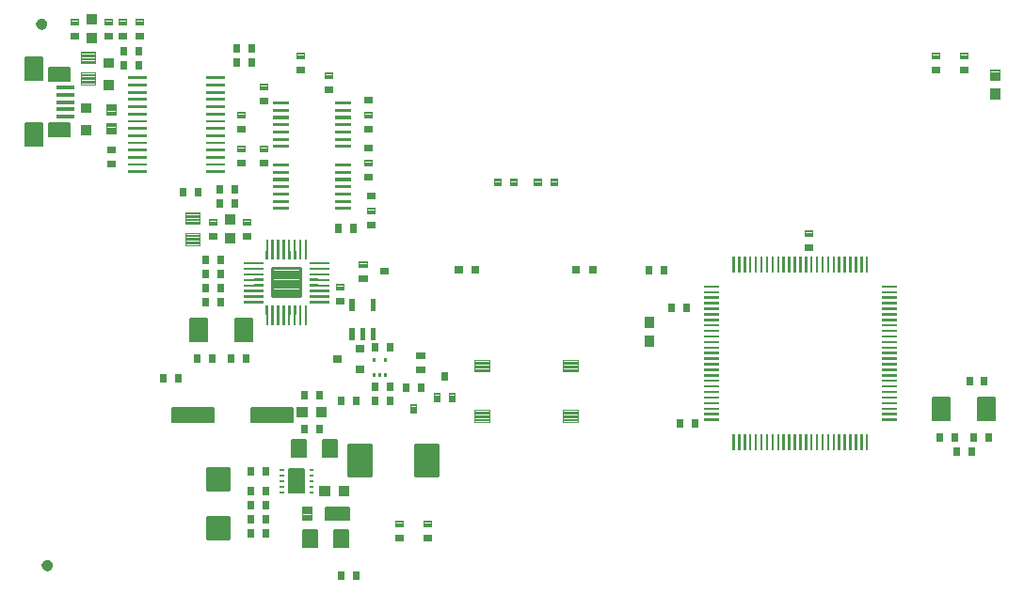
<source format=gbr>
G75*
G70*
%OFA0B0*%
%FSLAX24Y24*%
%IPPOS*%
%LPD*%
%AMOC8*
5,1,8,0,0,1.08239X$1,22.5*
%
%ADD10C,0.0036*%
%ADD11C,0.0085*%
%ADD12C,0.0035*%
%ADD13C,0.0026*%
%ADD14C,0.0035*%
%ADD15C,0.0035*%
%ADD16C,0.0032*%
%ADD17C,0.0197*%
%ADD18C,0.0067*%
%ADD19C,0.0046*%
%ADD20C,0.0032*%
%ADD21C,0.0052*%
%ADD22C,0.0027*%
%ADD23C,0.0058*%
%ADD24C,0.0024*%
%ADD25C,0.0057*%
%ADD26C,0.0039*%
%ADD27C,0.0050*%
%ADD28C,0.0025*%
%ADD29C,0.0028*%
%ADD30C,0.0027*%
%ADD31C,0.0089*%
%ADD32C,0.0112*%
D10*
X036234Y077841D02*
X036234Y078079D01*
X036234Y077841D02*
X035996Y077841D01*
X035996Y078079D01*
X036234Y078079D01*
X036234Y077876D02*
X035996Y077876D01*
X035996Y077911D02*
X036234Y077911D01*
X036234Y077946D02*
X035996Y077946D01*
X035996Y077981D02*
X036234Y077981D01*
X036234Y078016D02*
X035996Y078016D01*
X035996Y078051D02*
X036234Y078051D01*
X036825Y078079D02*
X036825Y077841D01*
X036587Y077841D01*
X036587Y078079D01*
X036825Y078079D01*
X036825Y077876D02*
X036587Y077876D01*
X036587Y077911D02*
X036825Y077911D01*
X036825Y077946D02*
X036587Y077946D01*
X036587Y077981D02*
X036825Y077981D01*
X036825Y078016D02*
X036587Y078016D01*
X036587Y078051D02*
X036825Y078051D01*
X037604Y080961D02*
X037604Y081199D01*
X037604Y080961D02*
X037366Y080961D01*
X037366Y081199D01*
X037604Y081199D01*
X037604Y080996D02*
X037366Y080996D01*
X037366Y081031D02*
X037604Y081031D01*
X037604Y081066D02*
X037366Y081066D01*
X037366Y081101D02*
X037604Y081101D01*
X037604Y081136D02*
X037366Y081136D01*
X037366Y081171D02*
X037604Y081171D01*
X038195Y081199D02*
X038195Y080961D01*
X037957Y080961D01*
X037957Y081199D01*
X038195Y081199D01*
X038195Y080996D02*
X037957Y080996D01*
X037957Y081031D02*
X038195Y081031D01*
X038195Y081066D02*
X037957Y081066D01*
X037957Y081101D02*
X038195Y081101D01*
X038195Y081136D02*
X037957Y081136D01*
X037957Y081171D02*
X038195Y081171D01*
X039034Y081199D02*
X039034Y080961D01*
X038796Y080961D01*
X038796Y081199D01*
X039034Y081199D01*
X039034Y080996D02*
X038796Y080996D01*
X038796Y081031D02*
X039034Y081031D01*
X039034Y081066D02*
X038796Y081066D01*
X038796Y081101D02*
X039034Y081101D01*
X039034Y081136D02*
X038796Y081136D01*
X038796Y081171D02*
X039034Y081171D01*
X039625Y081199D02*
X039625Y080961D01*
X039387Y080961D01*
X039387Y081199D01*
X039625Y081199D01*
X039625Y080996D02*
X039387Y080996D01*
X039387Y081031D02*
X039625Y081031D01*
X039625Y081066D02*
X039387Y081066D01*
X039387Y081101D02*
X039625Y081101D01*
X039625Y081136D02*
X039387Y081136D01*
X039387Y081171D02*
X039625Y081171D01*
X040384Y078079D02*
X040384Y077841D01*
X040146Y077841D01*
X040146Y078079D01*
X040384Y078079D01*
X040384Y077876D02*
X040146Y077876D01*
X040146Y077911D02*
X040384Y077911D01*
X040384Y077946D02*
X040146Y077946D01*
X040146Y077981D02*
X040384Y077981D01*
X040384Y078016D02*
X040146Y078016D01*
X040146Y078051D02*
X040384Y078051D01*
X040975Y078079D02*
X040975Y077841D01*
X040737Y077841D01*
X040737Y078079D01*
X040975Y078079D01*
X040975Y077876D02*
X040737Y077876D01*
X040737Y077911D02*
X040975Y077911D01*
X040975Y077946D02*
X040737Y077946D01*
X040737Y077981D02*
X040975Y077981D01*
X040975Y078016D02*
X040737Y078016D01*
X040737Y078051D02*
X040975Y078051D01*
D11*
X027227Y070909D02*
X027227Y070143D01*
X027227Y070909D02*
X027993Y070909D01*
X027993Y070143D01*
X027227Y070143D01*
X027227Y070227D02*
X027993Y070227D01*
X027993Y070311D02*
X027227Y070311D01*
X027227Y070395D02*
X027993Y070395D01*
X027993Y070479D02*
X027227Y070479D01*
X027227Y070563D02*
X027993Y070563D01*
X027993Y070647D02*
X027227Y070647D01*
X027227Y070731D02*
X027993Y070731D01*
X027993Y070815D02*
X027227Y070815D01*
X027227Y070899D02*
X027993Y070899D01*
X027227Y069176D02*
X027227Y068410D01*
X027227Y069176D02*
X027993Y069176D01*
X027993Y068410D01*
X027227Y068410D01*
X027227Y068494D02*
X027993Y068494D01*
X027993Y068578D02*
X027227Y068578D01*
X027227Y068662D02*
X027993Y068662D01*
X027993Y068746D02*
X027227Y068746D01*
X027227Y068830D02*
X027993Y068830D01*
X027993Y068914D02*
X027227Y068914D01*
X027227Y068998D02*
X027993Y068998D01*
X027993Y069082D02*
X027227Y069082D01*
X027227Y069166D02*
X027993Y069166D01*
D12*
X028653Y069250D02*
X028855Y069250D01*
X028855Y068970D01*
X028653Y068970D01*
X028653Y069250D01*
X028653Y069004D02*
X028855Y069004D01*
X028855Y069038D02*
X028653Y069038D01*
X028653Y069072D02*
X028855Y069072D01*
X028855Y069106D02*
X028653Y069106D01*
X028653Y069140D02*
X028855Y069140D01*
X028855Y069174D02*
X028653Y069174D01*
X028653Y069208D02*
X028855Y069208D01*
X028855Y069242D02*
X028653Y069242D01*
X028653Y069470D02*
X028855Y069470D01*
X028653Y069470D02*
X028653Y069750D01*
X028855Y069750D01*
X028855Y069470D01*
X028855Y069504D02*
X028653Y069504D01*
X028653Y069538D02*
X028855Y069538D01*
X028855Y069572D02*
X028653Y069572D01*
X028653Y069606D02*
X028855Y069606D01*
X028855Y069640D02*
X028653Y069640D01*
X028653Y069674D02*
X028855Y069674D01*
X028855Y069708D02*
X028653Y069708D01*
X028653Y069742D02*
X028855Y069742D01*
X028855Y069970D02*
X028653Y069970D01*
X028653Y070250D01*
X028855Y070250D01*
X028855Y069970D01*
X028855Y070004D02*
X028653Y070004D01*
X028653Y070038D02*
X028855Y070038D01*
X028855Y070072D02*
X028653Y070072D01*
X028653Y070106D02*
X028855Y070106D01*
X028855Y070140D02*
X028653Y070140D01*
X028653Y070174D02*
X028855Y070174D01*
X028855Y070208D02*
X028653Y070208D01*
X028653Y070242D02*
X028855Y070242D01*
X029165Y069970D02*
X029367Y069970D01*
X029165Y069970D02*
X029165Y070250D01*
X029367Y070250D01*
X029367Y069970D01*
X029367Y070004D02*
X029165Y070004D01*
X029165Y070038D02*
X029367Y070038D01*
X029367Y070072D02*
X029165Y070072D01*
X029165Y070106D02*
X029367Y070106D01*
X029367Y070140D02*
X029165Y070140D01*
X029165Y070174D02*
X029367Y070174D01*
X029367Y070208D02*
X029165Y070208D01*
X029165Y070242D02*
X029367Y070242D01*
X029367Y070670D02*
X029165Y070670D01*
X029165Y070950D01*
X029367Y070950D01*
X029367Y070670D01*
X029367Y070704D02*
X029165Y070704D01*
X029165Y070738D02*
X029367Y070738D01*
X029367Y070772D02*
X029165Y070772D01*
X029165Y070806D02*
X029367Y070806D01*
X029367Y070840D02*
X029165Y070840D01*
X029165Y070874D02*
X029367Y070874D01*
X029367Y070908D02*
X029165Y070908D01*
X029165Y070942D02*
X029367Y070942D01*
X028855Y070670D02*
X028653Y070670D01*
X028653Y070950D01*
X028855Y070950D01*
X028855Y070670D01*
X028855Y070704D02*
X028653Y070704D01*
X028653Y070738D02*
X028855Y070738D01*
X028855Y070772D02*
X028653Y070772D01*
X028653Y070806D02*
X028855Y070806D01*
X028855Y070840D02*
X028653Y070840D01*
X028653Y070874D02*
X028855Y070874D01*
X028855Y070908D02*
X028653Y070908D01*
X028653Y070942D02*
X028855Y070942D01*
X029165Y069470D02*
X029367Y069470D01*
X029165Y069470D02*
X029165Y069750D01*
X029367Y069750D01*
X029367Y069470D01*
X029367Y069504D02*
X029165Y069504D01*
X029165Y069538D02*
X029367Y069538D01*
X029367Y069572D02*
X029165Y069572D01*
X029165Y069606D02*
X029367Y069606D01*
X029367Y069640D02*
X029165Y069640D01*
X029165Y069674D02*
X029367Y069674D01*
X029367Y069708D02*
X029165Y069708D01*
X029165Y069742D02*
X029367Y069742D01*
X029367Y069250D02*
X029165Y069250D01*
X029367Y069250D02*
X029367Y068970D01*
X029165Y068970D01*
X029165Y069250D01*
X029165Y069004D02*
X029367Y069004D01*
X029367Y069038D02*
X029165Y069038D01*
X029165Y069072D02*
X029367Y069072D01*
X029367Y069106D02*
X029165Y069106D01*
X029165Y069140D02*
X029367Y069140D01*
X029367Y069174D02*
X029165Y069174D01*
X029165Y069208D02*
X029367Y069208D01*
X029367Y069242D02*
X029165Y069242D01*
X029165Y068750D02*
X029367Y068750D01*
X029367Y068470D01*
X029165Y068470D01*
X029165Y068750D01*
X029165Y068504D02*
X029367Y068504D01*
X029367Y068538D02*
X029165Y068538D01*
X029165Y068572D02*
X029367Y068572D01*
X029367Y068606D02*
X029165Y068606D01*
X029165Y068640D02*
X029367Y068640D01*
X029367Y068674D02*
X029165Y068674D01*
X029165Y068708D02*
X029367Y068708D01*
X029367Y068742D02*
X029165Y068742D01*
X028855Y068750D02*
X028653Y068750D01*
X028855Y068750D02*
X028855Y068470D01*
X028653Y068470D01*
X028653Y068750D01*
X028653Y068504D02*
X028855Y068504D01*
X028855Y068538D02*
X028653Y068538D01*
X028653Y068572D02*
X028855Y068572D01*
X028855Y068606D02*
X028653Y068606D01*
X028653Y068640D02*
X028855Y068640D01*
X028855Y068674D02*
X028653Y068674D01*
X028653Y068708D02*
X028855Y068708D01*
X028855Y068742D02*
X028653Y068742D01*
X031853Y067250D02*
X032055Y067250D01*
X032055Y066970D01*
X031853Y066970D01*
X031853Y067250D01*
X031853Y067004D02*
X032055Y067004D01*
X032055Y067038D02*
X031853Y067038D01*
X031853Y067072D02*
X032055Y067072D01*
X032055Y067106D02*
X031853Y067106D01*
X031853Y067140D02*
X032055Y067140D01*
X032055Y067174D02*
X031853Y067174D01*
X031853Y067208D02*
X032055Y067208D01*
X032055Y067242D02*
X031853Y067242D01*
X032365Y067250D02*
X032567Y067250D01*
X032567Y066970D01*
X032365Y066970D01*
X032365Y067250D01*
X032365Y067004D02*
X032567Y067004D01*
X032567Y067038D02*
X032365Y067038D01*
X032365Y067072D02*
X032567Y067072D01*
X032567Y067106D02*
X032365Y067106D01*
X032365Y067140D02*
X032567Y067140D01*
X032567Y067174D02*
X032365Y067174D01*
X032365Y067208D02*
X032567Y067208D01*
X032567Y067242D02*
X032365Y067242D01*
X034150Y068353D02*
X034150Y068555D01*
X034150Y068353D02*
X033870Y068353D01*
X033870Y068555D01*
X034150Y068555D01*
X034150Y068387D02*
X033870Y068387D01*
X033870Y068421D02*
X034150Y068421D01*
X034150Y068455D02*
X033870Y068455D01*
X033870Y068489D02*
X034150Y068489D01*
X034150Y068523D02*
X033870Y068523D01*
X034150Y068865D02*
X034150Y069067D01*
X034150Y068865D02*
X033870Y068865D01*
X033870Y069067D01*
X034150Y069067D01*
X034150Y068899D02*
X033870Y068899D01*
X033870Y068933D02*
X034150Y068933D01*
X034150Y068967D02*
X033870Y068967D01*
X033870Y069001D02*
X034150Y069001D01*
X034150Y069035D02*
X033870Y069035D01*
X034870Y069067D02*
X034870Y068865D01*
X034870Y069067D02*
X035150Y069067D01*
X035150Y068865D01*
X034870Y068865D01*
X034870Y068899D02*
X035150Y068899D01*
X035150Y068933D02*
X034870Y068933D01*
X034870Y068967D02*
X035150Y068967D01*
X035150Y069001D02*
X034870Y069001D01*
X034870Y069035D02*
X035150Y069035D01*
X034870Y068555D02*
X034870Y068353D01*
X034870Y068555D02*
X035150Y068555D01*
X035150Y068353D01*
X034870Y068353D01*
X034870Y068387D02*
X035150Y068387D01*
X035150Y068421D02*
X034870Y068421D01*
X034870Y068455D02*
X035150Y068455D01*
X035150Y068489D02*
X034870Y068489D01*
X034870Y068523D02*
X035150Y068523D01*
X034611Y073176D02*
X034409Y073176D01*
X034611Y073176D02*
X034611Y072896D01*
X034409Y072896D01*
X034409Y073176D01*
X034409Y072930D02*
X034611Y072930D01*
X034611Y072964D02*
X034409Y072964D01*
X034409Y072998D02*
X034611Y072998D01*
X034611Y073032D02*
X034409Y073032D01*
X034409Y073066D02*
X034611Y073066D01*
X034611Y073100D02*
X034409Y073100D01*
X034409Y073134D02*
X034611Y073134D01*
X034611Y073168D02*
X034409Y073168D01*
X034355Y073924D02*
X034153Y073924D01*
X034355Y073924D02*
X034355Y073644D01*
X034153Y073644D01*
X034153Y073924D01*
X034153Y073678D02*
X034355Y073678D01*
X034355Y073712D02*
X034153Y073712D01*
X034153Y073746D02*
X034355Y073746D01*
X034355Y073780D02*
X034153Y073780D01*
X034153Y073814D02*
X034355Y073814D01*
X034355Y073848D02*
X034153Y073848D01*
X034153Y073882D02*
X034355Y073882D01*
X034355Y073916D02*
X034153Y073916D01*
X033767Y073950D02*
X033565Y073950D01*
X033767Y073950D02*
X033767Y073670D01*
X033565Y073670D01*
X033565Y073950D01*
X033565Y073704D02*
X033767Y073704D01*
X033767Y073738D02*
X033565Y073738D01*
X033565Y073772D02*
X033767Y073772D01*
X033767Y073806D02*
X033565Y073806D01*
X033565Y073840D02*
X033767Y073840D01*
X033767Y073874D02*
X033565Y073874D01*
X033565Y073908D02*
X033767Y073908D01*
X033767Y073942D02*
X033565Y073942D01*
X033255Y073950D02*
X033053Y073950D01*
X033255Y073950D02*
X033255Y073670D01*
X033053Y073670D01*
X033053Y073950D01*
X033053Y073704D02*
X033255Y073704D01*
X033255Y073738D02*
X033053Y073738D01*
X033053Y073772D02*
X033255Y073772D01*
X033255Y073806D02*
X033053Y073806D01*
X033053Y073840D02*
X033255Y073840D01*
X033255Y073874D02*
X033053Y073874D01*
X033053Y073908D02*
X033255Y073908D01*
X033255Y073942D02*
X033053Y073942D01*
X033053Y073450D02*
X033255Y073450D01*
X033255Y073170D01*
X033053Y073170D01*
X033053Y073450D01*
X033053Y073204D02*
X033255Y073204D01*
X033255Y073238D02*
X033053Y073238D01*
X033053Y073272D02*
X033255Y073272D01*
X033255Y073306D02*
X033053Y073306D01*
X033053Y073340D02*
X033255Y073340D01*
X033255Y073374D02*
X033053Y073374D01*
X033053Y073408D02*
X033255Y073408D01*
X033255Y073442D02*
X033053Y073442D01*
X032567Y073450D02*
X032365Y073450D01*
X032567Y073450D02*
X032567Y073170D01*
X032365Y073170D01*
X032365Y073450D01*
X032365Y073204D02*
X032567Y073204D01*
X032567Y073238D02*
X032365Y073238D01*
X032365Y073272D02*
X032567Y073272D01*
X032567Y073306D02*
X032365Y073306D01*
X032365Y073340D02*
X032567Y073340D01*
X032567Y073374D02*
X032365Y073374D01*
X032365Y073408D02*
X032567Y073408D01*
X032567Y073442D02*
X032365Y073442D01*
X032055Y073450D02*
X031853Y073450D01*
X032055Y073450D02*
X032055Y073170D01*
X031853Y073170D01*
X031853Y073450D01*
X031853Y073204D02*
X032055Y073204D01*
X032055Y073238D02*
X031853Y073238D01*
X031853Y073272D02*
X032055Y073272D01*
X032055Y073306D02*
X031853Y073306D01*
X031853Y073340D02*
X032055Y073340D01*
X032055Y073374D02*
X031853Y073374D01*
X031853Y073408D02*
X032055Y073408D01*
X032055Y073442D02*
X031853Y073442D01*
X031267Y073650D02*
X031065Y073650D01*
X031267Y073650D02*
X031267Y073370D01*
X031065Y073370D01*
X031065Y073650D01*
X031065Y073404D02*
X031267Y073404D01*
X031267Y073438D02*
X031065Y073438D01*
X031065Y073472D02*
X031267Y073472D01*
X031267Y073506D02*
X031065Y073506D01*
X031065Y073540D02*
X031267Y073540D01*
X031267Y073574D02*
X031065Y073574D01*
X031065Y073608D02*
X031267Y073608D01*
X031267Y073642D02*
X031065Y073642D01*
X030755Y073650D02*
X030553Y073650D01*
X030755Y073650D02*
X030755Y073370D01*
X030553Y073370D01*
X030553Y073650D01*
X030553Y073404D02*
X030755Y073404D01*
X030755Y073438D02*
X030553Y073438D01*
X030553Y073472D02*
X030755Y073472D01*
X030755Y073506D02*
X030553Y073506D01*
X030553Y073540D02*
X030755Y073540D01*
X030755Y073574D02*
X030553Y073574D01*
X030553Y073608D02*
X030755Y073608D01*
X030755Y073642D02*
X030553Y073642D01*
X030553Y072170D02*
X030755Y072170D01*
X030553Y072170D02*
X030553Y072450D01*
X030755Y072450D01*
X030755Y072170D01*
X030755Y072204D02*
X030553Y072204D01*
X030553Y072238D02*
X030755Y072238D01*
X030755Y072272D02*
X030553Y072272D01*
X030553Y072306D02*
X030755Y072306D01*
X030755Y072340D02*
X030553Y072340D01*
X030553Y072374D02*
X030755Y072374D01*
X030755Y072408D02*
X030553Y072408D01*
X030553Y072442D02*
X030755Y072442D01*
X031065Y072170D02*
X031267Y072170D01*
X031065Y072170D02*
X031065Y072450D01*
X031267Y072450D01*
X031267Y072170D01*
X031267Y072204D02*
X031065Y072204D01*
X031065Y072238D02*
X031267Y072238D01*
X031267Y072272D02*
X031065Y072272D01*
X031065Y072306D02*
X031267Y072306D01*
X031267Y072340D02*
X031065Y072340D01*
X031065Y072374D02*
X031267Y072374D01*
X031267Y072408D02*
X031065Y072408D01*
X031065Y072442D02*
X031267Y072442D01*
X033565Y073450D02*
X033767Y073450D01*
X033767Y073170D01*
X033565Y073170D01*
X033565Y073450D01*
X033565Y073204D02*
X033767Y073204D01*
X033767Y073238D02*
X033565Y073238D01*
X033565Y073272D02*
X033767Y073272D01*
X033767Y073306D02*
X033565Y073306D01*
X033565Y073340D02*
X033767Y073340D01*
X033767Y073374D02*
X033565Y073374D01*
X033565Y073408D02*
X033767Y073408D01*
X033767Y073442D02*
X033565Y073442D01*
X034665Y073924D02*
X034867Y073924D01*
X034867Y073644D01*
X034665Y073644D01*
X034665Y073924D01*
X034665Y073678D02*
X034867Y073678D01*
X034867Y073712D02*
X034665Y073712D01*
X034665Y073746D02*
X034867Y073746D01*
X034867Y073780D02*
X034665Y073780D01*
X034665Y073814D02*
X034867Y073814D01*
X034867Y073848D02*
X034665Y073848D01*
X034665Y073882D02*
X034867Y073882D01*
X034867Y073916D02*
X034665Y073916D01*
X034900Y074303D02*
X034900Y074505D01*
X034900Y074303D02*
X034620Y074303D01*
X034620Y074505D01*
X034900Y074505D01*
X034900Y074337D02*
X034620Y074337D01*
X034620Y074371D02*
X034900Y074371D01*
X034900Y074405D02*
X034620Y074405D01*
X034620Y074439D02*
X034900Y074439D01*
X034900Y074473D02*
X034620Y074473D01*
X034900Y074815D02*
X034900Y075017D01*
X034900Y074815D02*
X034620Y074815D01*
X034620Y075017D01*
X034900Y075017D01*
X034900Y074849D02*
X034620Y074849D01*
X034620Y074883D02*
X034900Y074883D01*
X034900Y074917D02*
X034620Y074917D01*
X034620Y074951D02*
X034900Y074951D01*
X034900Y074985D02*
X034620Y074985D01*
X033767Y075350D02*
X033565Y075350D01*
X033767Y075350D02*
X033767Y075070D01*
X033565Y075070D01*
X033565Y075350D01*
X033565Y075104D02*
X033767Y075104D01*
X033767Y075138D02*
X033565Y075138D01*
X033565Y075172D02*
X033767Y075172D01*
X033767Y075206D02*
X033565Y075206D01*
X033565Y075240D02*
X033767Y075240D01*
X033767Y075274D02*
X033565Y075274D01*
X033565Y075308D02*
X033767Y075308D01*
X033767Y075342D02*
X033565Y075342D01*
X033255Y075350D02*
X033053Y075350D01*
X033255Y075350D02*
X033255Y075070D01*
X033053Y075070D01*
X033053Y075350D01*
X033053Y075104D02*
X033255Y075104D01*
X033255Y075138D02*
X033053Y075138D01*
X033053Y075172D02*
X033255Y075172D01*
X033255Y075206D02*
X033053Y075206D01*
X033053Y075240D02*
X033255Y075240D01*
X033255Y075274D02*
X033053Y075274D01*
X033053Y075308D02*
X033255Y075308D01*
X033255Y075342D02*
X033053Y075342D01*
X035253Y073296D02*
X035455Y073296D01*
X035253Y073296D02*
X035253Y073576D01*
X035455Y073576D01*
X035455Y073296D01*
X035455Y073330D02*
X035253Y073330D01*
X035253Y073364D02*
X035455Y073364D01*
X035455Y073398D02*
X035253Y073398D01*
X035253Y073432D02*
X035455Y073432D01*
X035455Y073466D02*
X035253Y073466D01*
X035253Y073500D02*
X035455Y073500D01*
X035455Y073534D02*
X035253Y073534D01*
X035253Y073568D02*
X035455Y073568D01*
X035765Y073296D02*
X035967Y073296D01*
X035765Y073296D02*
X035765Y073576D01*
X035967Y073576D01*
X035967Y073296D01*
X035967Y073330D02*
X035765Y073330D01*
X035765Y073364D02*
X035967Y073364D01*
X035967Y073398D02*
X035765Y073398D01*
X035765Y073432D02*
X035967Y073432D01*
X035967Y073466D02*
X035765Y073466D01*
X035765Y073500D02*
X035967Y073500D01*
X035967Y073534D02*
X035765Y073534D01*
X035765Y073568D02*
X035967Y073568D01*
X035711Y074044D02*
X035509Y074044D01*
X035509Y074324D01*
X035711Y074324D01*
X035711Y074044D01*
X035711Y074078D02*
X035509Y074078D01*
X035509Y074112D02*
X035711Y074112D01*
X035711Y074146D02*
X035509Y074146D01*
X035509Y074180D02*
X035711Y074180D01*
X035711Y074214D02*
X035509Y074214D01*
X035509Y074248D02*
X035711Y074248D01*
X035711Y074282D02*
X035509Y074282D01*
X035509Y074316D02*
X035711Y074316D01*
X032050Y076753D02*
X032050Y076955D01*
X032050Y076753D02*
X031770Y076753D01*
X031770Y076955D01*
X032050Y076955D01*
X032050Y076787D02*
X031770Y076787D01*
X031770Y076821D02*
X032050Y076821D01*
X032050Y076855D02*
X031770Y076855D01*
X031770Y076889D02*
X032050Y076889D01*
X032050Y076923D02*
X031770Y076923D01*
X032050Y077265D02*
X032050Y077467D01*
X032050Y077265D02*
X031770Y077265D01*
X031770Y077467D01*
X032050Y077467D01*
X032050Y077299D02*
X031770Y077299D01*
X031770Y077333D02*
X032050Y077333D01*
X032050Y077367D02*
X031770Y077367D01*
X031770Y077401D02*
X032050Y077401D01*
X032050Y077435D02*
X031770Y077435D01*
X032596Y077553D02*
X032596Y077755D01*
X032876Y077755D01*
X032876Y077553D01*
X032596Y077553D01*
X032596Y077587D02*
X032876Y077587D01*
X032876Y077621D02*
X032596Y077621D01*
X032596Y077655D02*
X032876Y077655D01*
X032876Y077689D02*
X032596Y077689D01*
X032596Y077723D02*
X032876Y077723D01*
X032596Y078065D02*
X032596Y078267D01*
X032876Y078267D01*
X032876Y078065D01*
X032596Y078065D01*
X032596Y078099D02*
X032876Y078099D01*
X032876Y078133D02*
X032596Y078133D01*
X032596Y078167D02*
X032876Y078167D01*
X032876Y078201D02*
X032596Y078201D01*
X032596Y078235D02*
X032876Y078235D01*
X033344Y078011D02*
X033344Y077809D01*
X033344Y078011D02*
X033624Y078011D01*
X033624Y077809D01*
X033344Y077809D01*
X033344Y077843D02*
X033624Y077843D01*
X033624Y077877D02*
X033344Y077877D01*
X033344Y077911D02*
X033624Y077911D01*
X033624Y077945D02*
X033344Y077945D01*
X033344Y077979D02*
X033624Y077979D01*
X033150Y079453D02*
X033150Y079655D01*
X033150Y079453D02*
X032870Y079453D01*
X032870Y079655D01*
X033150Y079655D01*
X033150Y079487D02*
X032870Y079487D01*
X032870Y079521D02*
X033150Y079521D01*
X033150Y079555D02*
X032870Y079555D01*
X032870Y079589D02*
X033150Y079589D01*
X033150Y079623D02*
X032870Y079623D01*
X033150Y079965D02*
X033150Y080167D01*
X033150Y079965D02*
X032870Y079965D01*
X032870Y080167D01*
X033150Y080167D01*
X033150Y079999D02*
X032870Y079999D01*
X032870Y080033D02*
X033150Y080033D01*
X033150Y080067D02*
X032870Y080067D01*
X032870Y080101D02*
X033150Y080101D01*
X033150Y080135D02*
X032870Y080135D01*
X033150Y080476D02*
X033150Y080678D01*
X033150Y080476D02*
X032870Y080476D01*
X032870Y080678D01*
X033150Y080678D01*
X033150Y080510D02*
X032870Y080510D01*
X032870Y080544D02*
X033150Y080544D01*
X033150Y080578D02*
X032870Y080578D01*
X032870Y080612D02*
X033150Y080612D01*
X033150Y080646D02*
X032870Y080646D01*
X033050Y081153D02*
X033050Y081355D01*
X033050Y081153D02*
X032770Y081153D01*
X032770Y081355D01*
X033050Y081355D01*
X033050Y081187D02*
X032770Y081187D01*
X032770Y081221D02*
X033050Y081221D01*
X033050Y081255D02*
X032770Y081255D01*
X032770Y081289D02*
X033050Y081289D01*
X033050Y081323D02*
X032770Y081323D01*
X033050Y081665D02*
X033050Y081867D01*
X033050Y081665D02*
X032770Y081665D01*
X032770Y081867D01*
X033050Y081867D01*
X033050Y081699D02*
X032770Y081699D01*
X032770Y081733D02*
X033050Y081733D01*
X033050Y081767D02*
X032770Y081767D01*
X032770Y081801D02*
X033050Y081801D01*
X033050Y081835D02*
X032770Y081835D01*
X033050Y082176D02*
X033050Y082378D01*
X033050Y082176D02*
X032770Y082176D01*
X032770Y082378D01*
X033050Y082378D01*
X033050Y082210D02*
X032770Y082210D01*
X032770Y082244D02*
X033050Y082244D01*
X033050Y082278D02*
X032770Y082278D01*
X032770Y082312D02*
X033050Y082312D01*
X033050Y082346D02*
X032770Y082346D01*
X033050Y082853D02*
X033050Y083055D01*
X033050Y082853D02*
X032770Y082853D01*
X032770Y083055D01*
X033050Y083055D01*
X033050Y082887D02*
X032770Y082887D01*
X032770Y082921D02*
X033050Y082921D01*
X033050Y082955D02*
X032770Y082955D01*
X032770Y082989D02*
X033050Y082989D01*
X033050Y083023D02*
X032770Y083023D01*
X033050Y083365D02*
X033050Y083567D01*
X033050Y083365D02*
X032770Y083365D01*
X032770Y083567D01*
X033050Y083567D01*
X033050Y083399D02*
X032770Y083399D01*
X032770Y083433D02*
X033050Y083433D01*
X033050Y083467D02*
X032770Y083467D01*
X032770Y083501D02*
X033050Y083501D01*
X033050Y083535D02*
X032770Y083535D01*
X033050Y083876D02*
X033050Y084078D01*
X033050Y083876D02*
X032770Y083876D01*
X032770Y084078D01*
X033050Y084078D01*
X033050Y083910D02*
X032770Y083910D01*
X032770Y083944D02*
X033050Y083944D01*
X033050Y083978D02*
X032770Y083978D01*
X032770Y084012D02*
X033050Y084012D01*
X033050Y084046D02*
X032770Y084046D01*
X031650Y084253D02*
X031650Y084455D01*
X031650Y084253D02*
X031370Y084253D01*
X031370Y084455D01*
X031650Y084455D01*
X031650Y084287D02*
X031370Y084287D01*
X031370Y084321D02*
X031650Y084321D01*
X031650Y084355D02*
X031370Y084355D01*
X031370Y084389D02*
X031650Y084389D01*
X031650Y084423D02*
X031370Y084423D01*
X031650Y084765D02*
X031650Y084967D01*
X031650Y084765D02*
X031370Y084765D01*
X031370Y084967D01*
X031650Y084967D01*
X031650Y084799D02*
X031370Y084799D01*
X031370Y084833D02*
X031650Y084833D01*
X031650Y084867D02*
X031370Y084867D01*
X031370Y084901D02*
X031650Y084901D01*
X031650Y084935D02*
X031370Y084935D01*
X030650Y084953D02*
X030650Y085155D01*
X030650Y084953D02*
X030370Y084953D01*
X030370Y085155D01*
X030650Y085155D01*
X030650Y084987D02*
X030370Y084987D01*
X030370Y085021D02*
X030650Y085021D01*
X030650Y085055D02*
X030370Y085055D01*
X030370Y085089D02*
X030650Y085089D01*
X030650Y085123D02*
X030370Y085123D01*
X030650Y085465D02*
X030650Y085667D01*
X030650Y085465D02*
X030370Y085465D01*
X030370Y085667D01*
X030650Y085667D01*
X030650Y085499D02*
X030370Y085499D01*
X030370Y085533D02*
X030650Y085533D01*
X030650Y085567D02*
X030370Y085567D01*
X030370Y085601D02*
X030650Y085601D01*
X030650Y085635D02*
X030370Y085635D01*
X028867Y085670D02*
X028665Y085670D01*
X028665Y085950D01*
X028867Y085950D01*
X028867Y085670D01*
X028867Y085704D02*
X028665Y085704D01*
X028665Y085738D02*
X028867Y085738D01*
X028867Y085772D02*
X028665Y085772D01*
X028665Y085806D02*
X028867Y085806D01*
X028867Y085840D02*
X028665Y085840D01*
X028665Y085874D02*
X028867Y085874D01*
X028867Y085908D02*
X028665Y085908D01*
X028665Y085942D02*
X028867Y085942D01*
X028355Y085670D02*
X028153Y085670D01*
X028153Y085950D01*
X028355Y085950D01*
X028355Y085670D01*
X028355Y085704D02*
X028153Y085704D01*
X028153Y085738D02*
X028355Y085738D01*
X028355Y085772D02*
X028153Y085772D01*
X028153Y085806D02*
X028355Y085806D01*
X028355Y085840D02*
X028153Y085840D01*
X028153Y085874D02*
X028355Y085874D01*
X028355Y085908D02*
X028153Y085908D01*
X028153Y085942D02*
X028355Y085942D01*
X028355Y085170D02*
X028153Y085170D01*
X028153Y085450D01*
X028355Y085450D01*
X028355Y085170D01*
X028355Y085204D02*
X028153Y085204D01*
X028153Y085238D02*
X028355Y085238D01*
X028355Y085272D02*
X028153Y085272D01*
X028153Y085306D02*
X028355Y085306D01*
X028355Y085340D02*
X028153Y085340D01*
X028153Y085374D02*
X028355Y085374D01*
X028355Y085408D02*
X028153Y085408D01*
X028153Y085442D02*
X028355Y085442D01*
X028665Y085170D02*
X028867Y085170D01*
X028665Y085170D02*
X028665Y085450D01*
X028867Y085450D01*
X028867Y085170D01*
X028867Y085204D02*
X028665Y085204D01*
X028665Y085238D02*
X028867Y085238D01*
X028867Y085272D02*
X028665Y085272D01*
X028665Y085306D02*
X028867Y085306D01*
X028867Y085340D02*
X028665Y085340D01*
X028665Y085374D02*
X028867Y085374D01*
X028867Y085408D02*
X028665Y085408D01*
X028665Y085442D02*
X028867Y085442D01*
X029350Y084567D02*
X029350Y084365D01*
X029070Y084365D01*
X029070Y084567D01*
X029350Y084567D01*
X029350Y084399D02*
X029070Y084399D01*
X029070Y084433D02*
X029350Y084433D01*
X029350Y084467D02*
X029070Y084467D01*
X029070Y084501D02*
X029350Y084501D01*
X029350Y084535D02*
X029070Y084535D01*
X029350Y084055D02*
X029350Y083853D01*
X029070Y083853D01*
X029070Y084055D01*
X029350Y084055D01*
X029350Y083887D02*
X029070Y083887D01*
X029070Y083921D02*
X029350Y083921D01*
X029350Y083955D02*
X029070Y083955D01*
X029070Y083989D02*
X029350Y083989D01*
X029350Y084023D02*
X029070Y084023D01*
X028550Y083567D02*
X028550Y083365D01*
X028270Y083365D01*
X028270Y083567D01*
X028550Y083567D01*
X028550Y083399D02*
X028270Y083399D01*
X028270Y083433D02*
X028550Y083433D01*
X028550Y083467D02*
X028270Y083467D01*
X028270Y083501D02*
X028550Y083501D01*
X028550Y083535D02*
X028270Y083535D01*
X028550Y083055D02*
X028550Y082853D01*
X028270Y082853D01*
X028270Y083055D01*
X028550Y083055D01*
X028550Y082887D02*
X028270Y082887D01*
X028270Y082921D02*
X028550Y082921D01*
X028550Y082955D02*
X028270Y082955D01*
X028270Y082989D02*
X028550Y082989D01*
X028550Y083023D02*
X028270Y083023D01*
X028550Y082367D02*
X028550Y082165D01*
X028270Y082165D01*
X028270Y082367D01*
X028550Y082367D01*
X028550Y082199D02*
X028270Y082199D01*
X028270Y082233D02*
X028550Y082233D01*
X028550Y082267D02*
X028270Y082267D01*
X028270Y082301D02*
X028550Y082301D01*
X028550Y082335D02*
X028270Y082335D01*
X028550Y081855D02*
X028550Y081653D01*
X028270Y081653D01*
X028270Y081855D01*
X028550Y081855D01*
X028550Y081687D02*
X028270Y081687D01*
X028270Y081721D02*
X028550Y081721D01*
X028550Y081755D02*
X028270Y081755D01*
X028270Y081789D02*
X028550Y081789D01*
X028550Y081823D02*
X028270Y081823D01*
X029350Y081855D02*
X029350Y081653D01*
X029070Y081653D01*
X029070Y081855D01*
X029350Y081855D01*
X029350Y081687D02*
X029070Y081687D01*
X029070Y081721D02*
X029350Y081721D01*
X029350Y081755D02*
X029070Y081755D01*
X029070Y081789D02*
X029350Y081789D01*
X029350Y081823D02*
X029070Y081823D01*
X029350Y082165D02*
X029350Y082367D01*
X029350Y082165D02*
X029070Y082165D01*
X029070Y082367D01*
X029350Y082367D01*
X029350Y082199D02*
X029070Y082199D01*
X029070Y082233D02*
X029350Y082233D01*
X029350Y082267D02*
X029070Y082267D01*
X029070Y082301D02*
X029350Y082301D01*
X029350Y082335D02*
X029070Y082335D01*
X028267Y080950D02*
X028065Y080950D01*
X028267Y080950D02*
X028267Y080670D01*
X028065Y080670D01*
X028065Y080950D01*
X028065Y080704D02*
X028267Y080704D01*
X028267Y080738D02*
X028065Y080738D01*
X028065Y080772D02*
X028267Y080772D01*
X028267Y080806D02*
X028065Y080806D01*
X028065Y080840D02*
X028267Y080840D01*
X028267Y080874D02*
X028065Y080874D01*
X028065Y080908D02*
X028267Y080908D01*
X028267Y080942D02*
X028065Y080942D01*
X027755Y080950D02*
X027553Y080950D01*
X027755Y080950D02*
X027755Y080670D01*
X027553Y080670D01*
X027553Y080950D01*
X027553Y080704D02*
X027755Y080704D01*
X027755Y080738D02*
X027553Y080738D01*
X027553Y080772D02*
X027755Y080772D01*
X027755Y080806D02*
X027553Y080806D01*
X027553Y080840D02*
X027755Y080840D01*
X027755Y080874D02*
X027553Y080874D01*
X027553Y080908D02*
X027755Y080908D01*
X027755Y080942D02*
X027553Y080942D01*
X027553Y080450D02*
X027755Y080450D01*
X027755Y080170D01*
X027553Y080170D01*
X027553Y080450D01*
X027553Y080204D02*
X027755Y080204D01*
X027755Y080238D02*
X027553Y080238D01*
X027553Y080272D02*
X027755Y080272D01*
X027755Y080306D02*
X027553Y080306D01*
X027553Y080340D02*
X027755Y080340D01*
X027755Y080374D02*
X027553Y080374D01*
X027553Y080408D02*
X027755Y080408D01*
X027755Y080442D02*
X027553Y080442D01*
X028065Y080450D02*
X028267Y080450D01*
X028267Y080170D01*
X028065Y080170D01*
X028065Y080450D01*
X028065Y080204D02*
X028267Y080204D01*
X028267Y080238D02*
X028065Y080238D01*
X028065Y080272D02*
X028267Y080272D01*
X028267Y080306D02*
X028065Y080306D01*
X028065Y080340D02*
X028267Y080340D01*
X028267Y080374D02*
X028065Y080374D01*
X028065Y080408D02*
X028267Y080408D01*
X028267Y080442D02*
X028065Y080442D01*
X028750Y079767D02*
X028750Y079565D01*
X028470Y079565D01*
X028470Y079767D01*
X028750Y079767D01*
X028750Y079599D02*
X028470Y079599D01*
X028470Y079633D02*
X028750Y079633D01*
X028750Y079667D02*
X028470Y079667D01*
X028470Y079701D02*
X028750Y079701D01*
X028750Y079735D02*
X028470Y079735D01*
X028750Y079255D02*
X028750Y079053D01*
X028470Y079053D01*
X028470Y079255D01*
X028750Y079255D01*
X028750Y079087D02*
X028470Y079087D01*
X028470Y079121D02*
X028750Y079121D01*
X028750Y079155D02*
X028470Y079155D01*
X028470Y079189D02*
X028750Y079189D01*
X028750Y079223D02*
X028470Y079223D01*
X027270Y079255D02*
X027270Y079053D01*
X027270Y079255D02*
X027550Y079255D01*
X027550Y079053D01*
X027270Y079053D01*
X027270Y079087D02*
X027550Y079087D01*
X027550Y079121D02*
X027270Y079121D01*
X027270Y079155D02*
X027550Y079155D01*
X027550Y079189D02*
X027270Y079189D01*
X027270Y079223D02*
X027550Y079223D01*
X027270Y079565D02*
X027270Y079767D01*
X027550Y079767D01*
X027550Y079565D01*
X027270Y079565D01*
X027270Y079599D02*
X027550Y079599D01*
X027550Y079633D02*
X027270Y079633D01*
X027270Y079667D02*
X027550Y079667D01*
X027550Y079701D02*
X027270Y079701D01*
X027270Y079735D02*
X027550Y079735D01*
X026967Y080850D02*
X026765Y080850D01*
X026967Y080850D02*
X026967Y080570D01*
X026765Y080570D01*
X026765Y080850D01*
X026765Y080604D02*
X026967Y080604D01*
X026967Y080638D02*
X026765Y080638D01*
X026765Y080672D02*
X026967Y080672D01*
X026967Y080706D02*
X026765Y080706D01*
X026765Y080740D02*
X026967Y080740D01*
X026967Y080774D02*
X026765Y080774D01*
X026765Y080808D02*
X026967Y080808D01*
X026967Y080842D02*
X026765Y080842D01*
X026455Y080850D02*
X026253Y080850D01*
X026455Y080850D02*
X026455Y080570D01*
X026253Y080570D01*
X026253Y080850D01*
X026253Y080604D02*
X026455Y080604D01*
X026455Y080638D02*
X026253Y080638D01*
X026253Y080672D02*
X026455Y080672D01*
X026455Y080706D02*
X026253Y080706D01*
X026253Y080740D02*
X026455Y080740D01*
X026455Y080774D02*
X026253Y080774D01*
X026253Y080808D02*
X026455Y080808D01*
X026455Y080842D02*
X026253Y080842D01*
X023950Y081603D02*
X023950Y081805D01*
X023950Y081603D02*
X023670Y081603D01*
X023670Y081805D01*
X023950Y081805D01*
X023950Y081637D02*
X023670Y081637D01*
X023670Y081671D02*
X023950Y081671D01*
X023950Y081705D02*
X023670Y081705D01*
X023670Y081739D02*
X023950Y081739D01*
X023950Y081773D02*
X023670Y081773D01*
X023950Y082115D02*
X023950Y082317D01*
X023950Y082115D02*
X023670Y082115D01*
X023670Y082317D01*
X023950Y082317D01*
X023950Y082149D02*
X023670Y082149D01*
X023670Y082183D02*
X023950Y082183D01*
X023950Y082217D02*
X023670Y082217D01*
X023670Y082251D02*
X023950Y082251D01*
X023950Y082285D02*
X023670Y082285D01*
X024153Y085350D02*
X024355Y085350D01*
X024355Y085070D01*
X024153Y085070D01*
X024153Y085350D01*
X024153Y085104D02*
X024355Y085104D01*
X024355Y085138D02*
X024153Y085138D01*
X024153Y085172D02*
X024355Y085172D01*
X024355Y085206D02*
X024153Y085206D01*
X024153Y085240D02*
X024355Y085240D01*
X024355Y085274D02*
X024153Y085274D01*
X024153Y085308D02*
X024355Y085308D01*
X024355Y085342D02*
X024153Y085342D01*
X024153Y085570D02*
X024355Y085570D01*
X024153Y085570D02*
X024153Y085850D01*
X024355Y085850D01*
X024355Y085570D01*
X024355Y085604D02*
X024153Y085604D01*
X024153Y085638D02*
X024355Y085638D01*
X024355Y085672D02*
X024153Y085672D01*
X024153Y085706D02*
X024355Y085706D01*
X024355Y085740D02*
X024153Y085740D01*
X024153Y085774D02*
X024355Y085774D01*
X024355Y085808D02*
X024153Y085808D01*
X024153Y085842D02*
X024355Y085842D01*
X024665Y085570D02*
X024867Y085570D01*
X024665Y085570D02*
X024665Y085850D01*
X024867Y085850D01*
X024867Y085570D01*
X024867Y085604D02*
X024665Y085604D01*
X024665Y085638D02*
X024867Y085638D01*
X024867Y085672D02*
X024665Y085672D01*
X024665Y085706D02*
X024867Y085706D01*
X024867Y085740D02*
X024665Y085740D01*
X024665Y085774D02*
X024867Y085774D01*
X024867Y085808D02*
X024665Y085808D01*
X024665Y085842D02*
X024867Y085842D01*
X024950Y086153D02*
X024950Y086355D01*
X024950Y086153D02*
X024670Y086153D01*
X024670Y086355D01*
X024950Y086355D01*
X024950Y086187D02*
X024670Y086187D01*
X024670Y086221D02*
X024950Y086221D01*
X024950Y086255D02*
X024670Y086255D01*
X024670Y086289D02*
X024950Y086289D01*
X024950Y086323D02*
X024670Y086323D01*
X024950Y086665D02*
X024950Y086867D01*
X024950Y086665D02*
X024670Y086665D01*
X024670Y086867D01*
X024950Y086867D01*
X024950Y086699D02*
X024670Y086699D01*
X024670Y086733D02*
X024950Y086733D01*
X024950Y086767D02*
X024670Y086767D01*
X024670Y086801D02*
X024950Y086801D01*
X024950Y086835D02*
X024670Y086835D01*
X024070Y086867D02*
X024070Y086665D01*
X024070Y086867D02*
X024350Y086867D01*
X024350Y086665D01*
X024070Y086665D01*
X024070Y086699D02*
X024350Y086699D01*
X024350Y086733D02*
X024070Y086733D01*
X024070Y086767D02*
X024350Y086767D01*
X024350Y086801D02*
X024070Y086801D01*
X024070Y086835D02*
X024350Y086835D01*
X024070Y086355D02*
X024070Y086153D01*
X024070Y086355D02*
X024350Y086355D01*
X024350Y086153D01*
X024070Y086153D01*
X024070Y086187D02*
X024350Y086187D01*
X024350Y086221D02*
X024070Y086221D01*
X024070Y086255D02*
X024350Y086255D01*
X024350Y086289D02*
X024070Y086289D01*
X024070Y086323D02*
X024350Y086323D01*
X023850Y086355D02*
X023850Y086153D01*
X023570Y086153D01*
X023570Y086355D01*
X023850Y086355D01*
X023850Y086187D02*
X023570Y086187D01*
X023570Y086221D02*
X023850Y086221D01*
X023850Y086255D02*
X023570Y086255D01*
X023570Y086289D02*
X023850Y086289D01*
X023850Y086323D02*
X023570Y086323D01*
X023850Y086665D02*
X023850Y086867D01*
X023850Y086665D02*
X023570Y086665D01*
X023570Y086867D01*
X023850Y086867D01*
X023850Y086699D02*
X023570Y086699D01*
X023570Y086733D02*
X023850Y086733D01*
X023850Y086767D02*
X023570Y086767D01*
X023570Y086801D02*
X023850Y086801D01*
X023850Y086835D02*
X023570Y086835D01*
X022650Y086867D02*
X022650Y086665D01*
X022370Y086665D01*
X022370Y086867D01*
X022650Y086867D01*
X022650Y086699D02*
X022370Y086699D01*
X022370Y086733D02*
X022650Y086733D01*
X022650Y086767D02*
X022370Y086767D01*
X022370Y086801D02*
X022650Y086801D01*
X022650Y086835D02*
X022370Y086835D01*
X022650Y086355D02*
X022650Y086153D01*
X022370Y086153D01*
X022370Y086355D01*
X022650Y086355D01*
X022650Y086187D02*
X022370Y086187D01*
X022370Y086221D02*
X022650Y086221D01*
X022650Y086255D02*
X022370Y086255D01*
X022370Y086289D02*
X022650Y086289D01*
X022650Y086323D02*
X022370Y086323D01*
X024665Y085350D02*
X024867Y085350D01*
X024867Y085070D01*
X024665Y085070D01*
X024665Y085350D01*
X024665Y085104D02*
X024867Y085104D01*
X024867Y085138D02*
X024665Y085138D01*
X024665Y085172D02*
X024867Y085172D01*
X024867Y085206D02*
X024665Y085206D01*
X024665Y085240D02*
X024867Y085240D01*
X024867Y085274D02*
X024665Y085274D01*
X024665Y085308D02*
X024867Y085308D01*
X024867Y085342D02*
X024665Y085342D01*
X031753Y079290D02*
X031955Y079290D01*
X031753Y079290D02*
X031753Y079570D01*
X031955Y079570D01*
X031955Y079290D01*
X031955Y079324D02*
X031753Y079324D01*
X031753Y079358D02*
X031955Y079358D01*
X031955Y079392D02*
X031753Y079392D01*
X031753Y079426D02*
X031955Y079426D01*
X031955Y079460D02*
X031753Y079460D01*
X031753Y079494D02*
X031955Y079494D01*
X031955Y079528D02*
X031753Y079528D01*
X031753Y079562D02*
X031955Y079562D01*
X032265Y079290D02*
X032467Y079290D01*
X032265Y079290D02*
X032265Y079570D01*
X032467Y079570D01*
X032467Y079290D01*
X032467Y079324D02*
X032265Y079324D01*
X032265Y079358D02*
X032467Y079358D01*
X032467Y079392D02*
X032265Y079392D01*
X032265Y079426D02*
X032467Y079426D01*
X032467Y079460D02*
X032265Y079460D01*
X032265Y079494D02*
X032467Y079494D01*
X032467Y079528D02*
X032265Y079528D01*
X032265Y079562D02*
X032467Y079562D01*
X027767Y078450D02*
X027565Y078450D01*
X027767Y078450D02*
X027767Y078170D01*
X027565Y078170D01*
X027565Y078450D01*
X027565Y078204D02*
X027767Y078204D01*
X027767Y078238D02*
X027565Y078238D01*
X027565Y078272D02*
X027767Y078272D01*
X027767Y078306D02*
X027565Y078306D01*
X027565Y078340D02*
X027767Y078340D01*
X027767Y078374D02*
X027565Y078374D01*
X027565Y078408D02*
X027767Y078408D01*
X027767Y078442D02*
X027565Y078442D01*
X027255Y078450D02*
X027053Y078450D01*
X027255Y078450D02*
X027255Y078170D01*
X027053Y078170D01*
X027053Y078450D01*
X027053Y078204D02*
X027255Y078204D01*
X027255Y078238D02*
X027053Y078238D01*
X027053Y078272D02*
X027255Y078272D01*
X027255Y078306D02*
X027053Y078306D01*
X027053Y078340D02*
X027255Y078340D01*
X027255Y078374D02*
X027053Y078374D01*
X027053Y078408D02*
X027255Y078408D01*
X027255Y078442D02*
X027053Y078442D01*
X027053Y077670D02*
X027255Y077670D01*
X027053Y077670D02*
X027053Y077950D01*
X027255Y077950D01*
X027255Y077670D01*
X027255Y077704D02*
X027053Y077704D01*
X027053Y077738D02*
X027255Y077738D01*
X027255Y077772D02*
X027053Y077772D01*
X027053Y077806D02*
X027255Y077806D01*
X027255Y077840D02*
X027053Y077840D01*
X027053Y077874D02*
X027255Y077874D01*
X027255Y077908D02*
X027053Y077908D01*
X027053Y077942D02*
X027255Y077942D01*
X027565Y077670D02*
X027767Y077670D01*
X027565Y077670D02*
X027565Y077950D01*
X027767Y077950D01*
X027767Y077670D01*
X027767Y077704D02*
X027565Y077704D01*
X027565Y077738D02*
X027767Y077738D01*
X027767Y077772D02*
X027565Y077772D01*
X027565Y077806D02*
X027767Y077806D01*
X027767Y077840D02*
X027565Y077840D01*
X027565Y077874D02*
X027767Y077874D01*
X027767Y077908D02*
X027565Y077908D01*
X027565Y077942D02*
X027767Y077942D01*
X027767Y077170D02*
X027565Y077170D01*
X027565Y077450D01*
X027767Y077450D01*
X027767Y077170D01*
X027767Y077204D02*
X027565Y077204D01*
X027565Y077238D02*
X027767Y077238D01*
X027767Y077272D02*
X027565Y077272D01*
X027565Y077306D02*
X027767Y077306D01*
X027767Y077340D02*
X027565Y077340D01*
X027565Y077374D02*
X027767Y077374D01*
X027767Y077408D02*
X027565Y077408D01*
X027565Y077442D02*
X027767Y077442D01*
X027255Y077170D02*
X027053Y077170D01*
X027053Y077450D01*
X027255Y077450D01*
X027255Y077170D01*
X027255Y077204D02*
X027053Y077204D01*
X027053Y077238D02*
X027255Y077238D01*
X027255Y077272D02*
X027053Y077272D01*
X027053Y077306D02*
X027255Y077306D01*
X027255Y077340D02*
X027053Y077340D01*
X027053Y077374D02*
X027255Y077374D01*
X027255Y077408D02*
X027053Y077408D01*
X027053Y077442D02*
X027255Y077442D01*
X027255Y076950D02*
X027053Y076950D01*
X027255Y076950D02*
X027255Y076670D01*
X027053Y076670D01*
X027053Y076950D01*
X027053Y076704D02*
X027255Y076704D01*
X027255Y076738D02*
X027053Y076738D01*
X027053Y076772D02*
X027255Y076772D01*
X027255Y076806D02*
X027053Y076806D01*
X027053Y076840D02*
X027255Y076840D01*
X027255Y076874D02*
X027053Y076874D01*
X027053Y076908D02*
X027255Y076908D01*
X027255Y076942D02*
X027053Y076942D01*
X027565Y076950D02*
X027767Y076950D01*
X027767Y076670D01*
X027565Y076670D01*
X027565Y076950D01*
X027565Y076704D02*
X027767Y076704D01*
X027767Y076738D02*
X027565Y076738D01*
X027565Y076772D02*
X027767Y076772D01*
X027767Y076806D02*
X027565Y076806D01*
X027565Y076840D02*
X027767Y076840D01*
X027767Y076874D02*
X027565Y076874D01*
X027565Y076908D02*
X027767Y076908D01*
X027767Y076942D02*
X027565Y076942D01*
X027467Y074670D02*
X027265Y074670D01*
X027265Y074950D01*
X027467Y074950D01*
X027467Y074670D01*
X027467Y074704D02*
X027265Y074704D01*
X027265Y074738D02*
X027467Y074738D01*
X027467Y074772D02*
X027265Y074772D01*
X027265Y074806D02*
X027467Y074806D01*
X027467Y074840D02*
X027265Y074840D01*
X027265Y074874D02*
X027467Y074874D01*
X027467Y074908D02*
X027265Y074908D01*
X027265Y074942D02*
X027467Y074942D01*
X027953Y074950D02*
X028155Y074950D01*
X028155Y074670D01*
X027953Y074670D01*
X027953Y074950D01*
X027953Y074704D02*
X028155Y074704D01*
X028155Y074738D02*
X027953Y074738D01*
X027953Y074772D02*
X028155Y074772D01*
X028155Y074806D02*
X027953Y074806D01*
X027953Y074840D02*
X028155Y074840D01*
X028155Y074874D02*
X027953Y074874D01*
X027953Y074908D02*
X028155Y074908D01*
X028155Y074942D02*
X027953Y074942D01*
X028465Y074950D02*
X028667Y074950D01*
X028667Y074670D01*
X028465Y074670D01*
X028465Y074950D01*
X028465Y074704D02*
X028667Y074704D01*
X028667Y074738D02*
X028465Y074738D01*
X028465Y074772D02*
X028667Y074772D01*
X028667Y074806D02*
X028465Y074806D01*
X028465Y074840D02*
X028667Y074840D01*
X028667Y074874D02*
X028465Y074874D01*
X028465Y074908D02*
X028667Y074908D01*
X028667Y074942D02*
X028465Y074942D01*
X026955Y074670D02*
X026753Y074670D01*
X026753Y074950D01*
X026955Y074950D01*
X026955Y074670D01*
X026955Y074704D02*
X026753Y074704D01*
X026753Y074738D02*
X026955Y074738D01*
X026955Y074772D02*
X026753Y074772D01*
X026753Y074806D02*
X026955Y074806D01*
X026955Y074840D02*
X026753Y074840D01*
X026753Y074874D02*
X026955Y074874D01*
X026955Y074908D02*
X026753Y074908D01*
X026753Y074942D02*
X026955Y074942D01*
X026267Y074250D02*
X026065Y074250D01*
X026267Y074250D02*
X026267Y073970D01*
X026065Y073970D01*
X026065Y074250D01*
X026065Y074004D02*
X026267Y074004D01*
X026267Y074038D02*
X026065Y074038D01*
X026065Y074072D02*
X026267Y074072D01*
X026267Y074106D02*
X026065Y074106D01*
X026065Y074140D02*
X026267Y074140D01*
X026267Y074174D02*
X026065Y074174D01*
X026065Y074208D02*
X026267Y074208D01*
X026267Y074242D02*
X026065Y074242D01*
X025755Y074250D02*
X025553Y074250D01*
X025755Y074250D02*
X025755Y073970D01*
X025553Y073970D01*
X025553Y074250D01*
X025553Y074004D02*
X025755Y074004D01*
X025755Y074038D02*
X025553Y074038D01*
X025553Y074072D02*
X025755Y074072D01*
X025755Y074106D02*
X025553Y074106D01*
X025553Y074140D02*
X025755Y074140D01*
X025755Y074174D02*
X025553Y074174D01*
X025553Y074208D02*
X025755Y074208D01*
X025755Y074242D02*
X025553Y074242D01*
X042753Y078100D02*
X042955Y078100D01*
X042955Y077820D01*
X042753Y077820D01*
X042753Y078100D01*
X042753Y077854D02*
X042955Y077854D01*
X042955Y077888D02*
X042753Y077888D01*
X042753Y077922D02*
X042955Y077922D01*
X042955Y077956D02*
X042753Y077956D01*
X042753Y077990D02*
X042955Y077990D01*
X042955Y078024D02*
X042753Y078024D01*
X042753Y078058D02*
X042955Y078058D01*
X042955Y078092D02*
X042753Y078092D01*
X043265Y078100D02*
X043467Y078100D01*
X043467Y077820D01*
X043265Y077820D01*
X043265Y078100D01*
X043265Y077854D02*
X043467Y077854D01*
X043467Y077888D02*
X043265Y077888D01*
X043265Y077922D02*
X043467Y077922D01*
X043467Y077956D02*
X043265Y077956D01*
X043265Y077990D02*
X043467Y077990D01*
X043467Y078024D02*
X043265Y078024D01*
X043265Y078058D02*
X043467Y078058D01*
X043467Y078092D02*
X043265Y078092D01*
X043553Y076750D02*
X043755Y076750D01*
X043755Y076470D01*
X043553Y076470D01*
X043553Y076750D01*
X043553Y076504D02*
X043755Y076504D01*
X043755Y076538D02*
X043553Y076538D01*
X043553Y076572D02*
X043755Y076572D01*
X043755Y076606D02*
X043553Y076606D01*
X043553Y076640D02*
X043755Y076640D01*
X043755Y076674D02*
X043553Y076674D01*
X043553Y076708D02*
X043755Y076708D01*
X043755Y076742D02*
X043553Y076742D01*
X044065Y076750D02*
X044267Y076750D01*
X044267Y076470D01*
X044065Y076470D01*
X044065Y076750D01*
X044065Y076504D02*
X044267Y076504D01*
X044267Y076538D02*
X044065Y076538D01*
X044065Y076572D02*
X044267Y076572D01*
X044267Y076606D02*
X044065Y076606D01*
X044065Y076640D02*
X044267Y076640D01*
X044267Y076674D02*
X044065Y076674D01*
X044065Y076708D02*
X044267Y076708D01*
X044267Y076742D02*
X044065Y076742D01*
X048650Y078653D02*
X048650Y078855D01*
X048650Y078653D02*
X048370Y078653D01*
X048370Y078855D01*
X048650Y078855D01*
X048650Y078687D02*
X048370Y078687D01*
X048370Y078721D02*
X048650Y078721D01*
X048650Y078755D02*
X048370Y078755D01*
X048370Y078789D02*
X048650Y078789D01*
X048650Y078823D02*
X048370Y078823D01*
X048650Y079165D02*
X048650Y079367D01*
X048650Y079165D02*
X048370Y079165D01*
X048370Y079367D01*
X048650Y079367D01*
X048650Y079199D02*
X048370Y079199D01*
X048370Y079233D02*
X048650Y079233D01*
X048650Y079267D02*
X048370Y079267D01*
X048370Y079301D02*
X048650Y079301D01*
X048650Y079335D02*
X048370Y079335D01*
X054103Y073870D02*
X054305Y073870D01*
X054103Y073870D02*
X054103Y074150D01*
X054305Y074150D01*
X054305Y073870D01*
X054305Y073904D02*
X054103Y073904D01*
X054103Y073938D02*
X054305Y073938D01*
X054305Y073972D02*
X054103Y073972D01*
X054103Y074006D02*
X054305Y074006D01*
X054305Y074040D02*
X054103Y074040D01*
X054103Y074074D02*
X054305Y074074D01*
X054305Y074108D02*
X054103Y074108D01*
X054103Y074142D02*
X054305Y074142D01*
X054615Y073870D02*
X054817Y073870D01*
X054615Y073870D02*
X054615Y074150D01*
X054817Y074150D01*
X054817Y073870D01*
X054817Y073904D02*
X054615Y073904D01*
X054615Y073938D02*
X054817Y073938D01*
X054817Y073972D02*
X054615Y073972D01*
X054615Y074006D02*
X054817Y074006D01*
X054817Y074040D02*
X054615Y074040D01*
X054615Y074074D02*
X054817Y074074D01*
X054817Y074108D02*
X054615Y074108D01*
X054615Y074142D02*
X054817Y074142D01*
X054765Y072150D02*
X054967Y072150D01*
X054967Y071870D01*
X054765Y071870D01*
X054765Y072150D01*
X054765Y071904D02*
X054967Y071904D01*
X054967Y071938D02*
X054765Y071938D01*
X054765Y071972D02*
X054967Y071972D01*
X054967Y072006D02*
X054765Y072006D01*
X054765Y072040D02*
X054967Y072040D01*
X054967Y072074D02*
X054765Y072074D01*
X054765Y072108D02*
X054967Y072108D01*
X054967Y072142D02*
X054765Y072142D01*
X054455Y072150D02*
X054253Y072150D01*
X054455Y072150D02*
X054455Y071870D01*
X054253Y071870D01*
X054253Y072150D01*
X054253Y071904D02*
X054455Y071904D01*
X054455Y071938D02*
X054253Y071938D01*
X054253Y071972D02*
X054455Y071972D01*
X054455Y072006D02*
X054253Y072006D01*
X054253Y072040D02*
X054455Y072040D01*
X054455Y072074D02*
X054253Y072074D01*
X054253Y072108D02*
X054455Y072108D01*
X054455Y072142D02*
X054253Y072142D01*
X053767Y071870D02*
X053565Y071870D01*
X053565Y072150D01*
X053767Y072150D01*
X053767Y071870D01*
X053767Y071904D02*
X053565Y071904D01*
X053565Y071938D02*
X053767Y071938D01*
X053767Y071972D02*
X053565Y071972D01*
X053565Y072006D02*
X053767Y072006D01*
X053767Y072040D02*
X053565Y072040D01*
X053565Y072074D02*
X053767Y072074D01*
X053767Y072108D02*
X053565Y072108D01*
X053565Y072142D02*
X053767Y072142D01*
X053255Y071870D02*
X053053Y071870D01*
X053053Y072150D01*
X053255Y072150D01*
X053255Y071870D01*
X053255Y071904D02*
X053053Y071904D01*
X053053Y071938D02*
X053255Y071938D01*
X053255Y071972D02*
X053053Y071972D01*
X053053Y072006D02*
X053255Y072006D01*
X053255Y072040D02*
X053053Y072040D01*
X053053Y072074D02*
X053255Y072074D01*
X053255Y072108D02*
X053053Y072108D01*
X053053Y072142D02*
X053255Y072142D01*
X053653Y071650D02*
X053855Y071650D01*
X053855Y071370D01*
X053653Y071370D01*
X053653Y071650D01*
X053653Y071404D02*
X053855Y071404D01*
X053855Y071438D02*
X053653Y071438D01*
X053653Y071472D02*
X053855Y071472D01*
X053855Y071506D02*
X053653Y071506D01*
X053653Y071540D02*
X053855Y071540D01*
X053855Y071574D02*
X053653Y071574D01*
X053653Y071608D02*
X053855Y071608D01*
X053855Y071642D02*
X053653Y071642D01*
X054165Y071650D02*
X054367Y071650D01*
X054367Y071370D01*
X054165Y071370D01*
X054165Y071650D01*
X054165Y071404D02*
X054367Y071404D01*
X054367Y071438D02*
X054165Y071438D01*
X054165Y071472D02*
X054367Y071472D01*
X054367Y071506D02*
X054165Y071506D01*
X054165Y071540D02*
X054367Y071540D01*
X054367Y071574D02*
X054165Y071574D01*
X054165Y071608D02*
X054367Y071608D01*
X054367Y071642D02*
X054165Y071642D01*
X044567Y072650D02*
X044365Y072650D01*
X044567Y072650D02*
X044567Y072370D01*
X044365Y072370D01*
X044365Y072650D01*
X044365Y072404D02*
X044567Y072404D01*
X044567Y072438D02*
X044365Y072438D01*
X044365Y072472D02*
X044567Y072472D01*
X044567Y072506D02*
X044365Y072506D01*
X044365Y072540D02*
X044567Y072540D01*
X044567Y072574D02*
X044365Y072574D01*
X044365Y072608D02*
X044567Y072608D01*
X044567Y072642D02*
X044365Y072642D01*
X044055Y072650D02*
X043853Y072650D01*
X044055Y072650D02*
X044055Y072370D01*
X043853Y072370D01*
X043853Y072650D01*
X043853Y072404D02*
X044055Y072404D01*
X044055Y072438D02*
X043853Y072438D01*
X043853Y072472D02*
X044055Y072472D01*
X044055Y072506D02*
X043853Y072506D01*
X043853Y072540D02*
X044055Y072540D01*
X044055Y072574D02*
X043853Y072574D01*
X043853Y072608D02*
X044055Y072608D01*
X044055Y072642D02*
X043853Y072642D01*
X052870Y084953D02*
X052870Y085155D01*
X053150Y085155D01*
X053150Y084953D01*
X052870Y084953D01*
X052870Y084987D02*
X053150Y084987D01*
X053150Y085021D02*
X052870Y085021D01*
X052870Y085055D02*
X053150Y085055D01*
X053150Y085089D02*
X052870Y085089D01*
X052870Y085123D02*
X053150Y085123D01*
X052870Y085465D02*
X052870Y085667D01*
X053150Y085667D01*
X053150Y085465D01*
X052870Y085465D01*
X052870Y085499D02*
X053150Y085499D01*
X053150Y085533D02*
X052870Y085533D01*
X052870Y085567D02*
X053150Y085567D01*
X053150Y085601D02*
X052870Y085601D01*
X052870Y085635D02*
X053150Y085635D01*
X053870Y085667D02*
X053870Y085465D01*
X053870Y085667D02*
X054150Y085667D01*
X054150Y085465D01*
X053870Y085465D01*
X053870Y085499D02*
X054150Y085499D01*
X054150Y085533D02*
X053870Y085533D01*
X053870Y085567D02*
X054150Y085567D01*
X054150Y085601D02*
X053870Y085601D01*
X053870Y085635D02*
X054150Y085635D01*
X053870Y085155D02*
X053870Y084953D01*
X053870Y085155D02*
X054150Y085155D01*
X054150Y084953D01*
X053870Y084953D01*
X053870Y084987D02*
X054150Y084987D01*
X054150Y085021D02*
X053870Y085021D01*
X053870Y085055D02*
X054150Y085055D01*
X054150Y085089D02*
X053870Y085089D01*
X053870Y085123D02*
X054150Y085123D01*
D13*
X050596Y078421D02*
X050596Y077897D01*
X050548Y077897D01*
X050548Y078421D01*
X050596Y078421D01*
X050596Y077922D02*
X050548Y077922D01*
X050548Y077947D02*
X050596Y077947D01*
X050596Y077972D02*
X050548Y077972D01*
X050548Y077997D02*
X050596Y077997D01*
X050596Y078022D02*
X050548Y078022D01*
X050548Y078047D02*
X050596Y078047D01*
X050596Y078072D02*
X050548Y078072D01*
X050548Y078097D02*
X050596Y078097D01*
X050596Y078122D02*
X050548Y078122D01*
X050548Y078147D02*
X050596Y078147D01*
X050596Y078172D02*
X050548Y078172D01*
X050548Y078197D02*
X050596Y078197D01*
X050596Y078222D02*
X050548Y078222D01*
X050548Y078247D02*
X050596Y078247D01*
X050596Y078272D02*
X050548Y078272D01*
X050548Y078297D02*
X050596Y078297D01*
X050596Y078322D02*
X050548Y078322D01*
X050548Y078347D02*
X050596Y078347D01*
X050596Y078372D02*
X050548Y078372D01*
X050548Y078397D02*
X050596Y078397D01*
X050400Y078421D02*
X050400Y077897D01*
X050352Y077897D01*
X050352Y078421D01*
X050400Y078421D01*
X050400Y077922D02*
X050352Y077922D01*
X050352Y077947D02*
X050400Y077947D01*
X050400Y077972D02*
X050352Y077972D01*
X050352Y077997D02*
X050400Y077997D01*
X050400Y078022D02*
X050352Y078022D01*
X050352Y078047D02*
X050400Y078047D01*
X050400Y078072D02*
X050352Y078072D01*
X050352Y078097D02*
X050400Y078097D01*
X050400Y078122D02*
X050352Y078122D01*
X050352Y078147D02*
X050400Y078147D01*
X050400Y078172D02*
X050352Y078172D01*
X050352Y078197D02*
X050400Y078197D01*
X050400Y078222D02*
X050352Y078222D01*
X050352Y078247D02*
X050400Y078247D01*
X050400Y078272D02*
X050352Y078272D01*
X050352Y078297D02*
X050400Y078297D01*
X050400Y078322D02*
X050352Y078322D01*
X050352Y078347D02*
X050400Y078347D01*
X050400Y078372D02*
X050352Y078372D01*
X050352Y078397D02*
X050400Y078397D01*
X050203Y078421D02*
X050203Y077897D01*
X050155Y077897D01*
X050155Y078421D01*
X050203Y078421D01*
X050203Y077922D02*
X050155Y077922D01*
X050155Y077947D02*
X050203Y077947D01*
X050203Y077972D02*
X050155Y077972D01*
X050155Y077997D02*
X050203Y077997D01*
X050203Y078022D02*
X050155Y078022D01*
X050155Y078047D02*
X050203Y078047D01*
X050203Y078072D02*
X050155Y078072D01*
X050155Y078097D02*
X050203Y078097D01*
X050203Y078122D02*
X050155Y078122D01*
X050155Y078147D02*
X050203Y078147D01*
X050203Y078172D02*
X050155Y078172D01*
X050155Y078197D02*
X050203Y078197D01*
X050203Y078222D02*
X050155Y078222D01*
X050155Y078247D02*
X050203Y078247D01*
X050203Y078272D02*
X050155Y078272D01*
X050155Y078297D02*
X050203Y078297D01*
X050203Y078322D02*
X050155Y078322D01*
X050155Y078347D02*
X050203Y078347D01*
X050203Y078372D02*
X050155Y078372D01*
X050155Y078397D02*
X050203Y078397D01*
X050006Y078421D02*
X050006Y077897D01*
X049958Y077897D01*
X049958Y078421D01*
X050006Y078421D01*
X050006Y077922D02*
X049958Y077922D01*
X049958Y077947D02*
X050006Y077947D01*
X050006Y077972D02*
X049958Y077972D01*
X049958Y077997D02*
X050006Y077997D01*
X050006Y078022D02*
X049958Y078022D01*
X049958Y078047D02*
X050006Y078047D01*
X050006Y078072D02*
X049958Y078072D01*
X049958Y078097D02*
X050006Y078097D01*
X050006Y078122D02*
X049958Y078122D01*
X049958Y078147D02*
X050006Y078147D01*
X050006Y078172D02*
X049958Y078172D01*
X049958Y078197D02*
X050006Y078197D01*
X050006Y078222D02*
X049958Y078222D01*
X049958Y078247D02*
X050006Y078247D01*
X050006Y078272D02*
X049958Y078272D01*
X049958Y078297D02*
X050006Y078297D01*
X050006Y078322D02*
X049958Y078322D01*
X049958Y078347D02*
X050006Y078347D01*
X050006Y078372D02*
X049958Y078372D01*
X049958Y078397D02*
X050006Y078397D01*
X049809Y078421D02*
X049809Y077897D01*
X049761Y077897D01*
X049761Y078421D01*
X049809Y078421D01*
X049809Y077922D02*
X049761Y077922D01*
X049761Y077947D02*
X049809Y077947D01*
X049809Y077972D02*
X049761Y077972D01*
X049761Y077997D02*
X049809Y077997D01*
X049809Y078022D02*
X049761Y078022D01*
X049761Y078047D02*
X049809Y078047D01*
X049809Y078072D02*
X049761Y078072D01*
X049761Y078097D02*
X049809Y078097D01*
X049809Y078122D02*
X049761Y078122D01*
X049761Y078147D02*
X049809Y078147D01*
X049809Y078172D02*
X049761Y078172D01*
X049761Y078197D02*
X049809Y078197D01*
X049809Y078222D02*
X049761Y078222D01*
X049761Y078247D02*
X049809Y078247D01*
X049809Y078272D02*
X049761Y078272D01*
X049761Y078297D02*
X049809Y078297D01*
X049809Y078322D02*
X049761Y078322D01*
X049761Y078347D02*
X049809Y078347D01*
X049809Y078372D02*
X049761Y078372D01*
X049761Y078397D02*
X049809Y078397D01*
X049612Y078421D02*
X049612Y077897D01*
X049564Y077897D01*
X049564Y078421D01*
X049612Y078421D01*
X049612Y077922D02*
X049564Y077922D01*
X049564Y077947D02*
X049612Y077947D01*
X049612Y077972D02*
X049564Y077972D01*
X049564Y077997D02*
X049612Y077997D01*
X049612Y078022D02*
X049564Y078022D01*
X049564Y078047D02*
X049612Y078047D01*
X049612Y078072D02*
X049564Y078072D01*
X049564Y078097D02*
X049612Y078097D01*
X049612Y078122D02*
X049564Y078122D01*
X049564Y078147D02*
X049612Y078147D01*
X049612Y078172D02*
X049564Y078172D01*
X049564Y078197D02*
X049612Y078197D01*
X049612Y078222D02*
X049564Y078222D01*
X049564Y078247D02*
X049612Y078247D01*
X049612Y078272D02*
X049564Y078272D01*
X049564Y078297D02*
X049612Y078297D01*
X049612Y078322D02*
X049564Y078322D01*
X049564Y078347D02*
X049612Y078347D01*
X049612Y078372D02*
X049564Y078372D01*
X049564Y078397D02*
X049612Y078397D01*
X049415Y078421D02*
X049415Y077897D01*
X049367Y077897D01*
X049367Y078421D01*
X049415Y078421D01*
X049415Y077922D02*
X049367Y077922D01*
X049367Y077947D02*
X049415Y077947D01*
X049415Y077972D02*
X049367Y077972D01*
X049367Y077997D02*
X049415Y077997D01*
X049415Y078022D02*
X049367Y078022D01*
X049367Y078047D02*
X049415Y078047D01*
X049415Y078072D02*
X049367Y078072D01*
X049367Y078097D02*
X049415Y078097D01*
X049415Y078122D02*
X049367Y078122D01*
X049367Y078147D02*
X049415Y078147D01*
X049415Y078172D02*
X049367Y078172D01*
X049367Y078197D02*
X049415Y078197D01*
X049415Y078222D02*
X049367Y078222D01*
X049367Y078247D02*
X049415Y078247D01*
X049415Y078272D02*
X049367Y078272D01*
X049367Y078297D02*
X049415Y078297D01*
X049415Y078322D02*
X049367Y078322D01*
X049367Y078347D02*
X049415Y078347D01*
X049415Y078372D02*
X049367Y078372D01*
X049367Y078397D02*
X049415Y078397D01*
X049218Y078421D02*
X049218Y077897D01*
X049170Y077897D01*
X049170Y078421D01*
X049218Y078421D01*
X049218Y077922D02*
X049170Y077922D01*
X049170Y077947D02*
X049218Y077947D01*
X049218Y077972D02*
X049170Y077972D01*
X049170Y077997D02*
X049218Y077997D01*
X049218Y078022D02*
X049170Y078022D01*
X049170Y078047D02*
X049218Y078047D01*
X049218Y078072D02*
X049170Y078072D01*
X049170Y078097D02*
X049218Y078097D01*
X049218Y078122D02*
X049170Y078122D01*
X049170Y078147D02*
X049218Y078147D01*
X049218Y078172D02*
X049170Y078172D01*
X049170Y078197D02*
X049218Y078197D01*
X049218Y078222D02*
X049170Y078222D01*
X049170Y078247D02*
X049218Y078247D01*
X049218Y078272D02*
X049170Y078272D01*
X049170Y078297D02*
X049218Y078297D01*
X049218Y078322D02*
X049170Y078322D01*
X049170Y078347D02*
X049218Y078347D01*
X049218Y078372D02*
X049170Y078372D01*
X049170Y078397D02*
X049218Y078397D01*
X049022Y078421D02*
X049022Y077897D01*
X048974Y077897D01*
X048974Y078421D01*
X049022Y078421D01*
X049022Y077922D02*
X048974Y077922D01*
X048974Y077947D02*
X049022Y077947D01*
X049022Y077972D02*
X048974Y077972D01*
X048974Y077997D02*
X049022Y077997D01*
X049022Y078022D02*
X048974Y078022D01*
X048974Y078047D02*
X049022Y078047D01*
X049022Y078072D02*
X048974Y078072D01*
X048974Y078097D02*
X049022Y078097D01*
X049022Y078122D02*
X048974Y078122D01*
X048974Y078147D02*
X049022Y078147D01*
X049022Y078172D02*
X048974Y078172D01*
X048974Y078197D02*
X049022Y078197D01*
X049022Y078222D02*
X048974Y078222D01*
X048974Y078247D02*
X049022Y078247D01*
X049022Y078272D02*
X048974Y078272D01*
X048974Y078297D02*
X049022Y078297D01*
X049022Y078322D02*
X048974Y078322D01*
X048974Y078347D02*
X049022Y078347D01*
X049022Y078372D02*
X048974Y078372D01*
X048974Y078397D02*
X049022Y078397D01*
X048825Y078421D02*
X048825Y077897D01*
X048777Y077897D01*
X048777Y078421D01*
X048825Y078421D01*
X048825Y077922D02*
X048777Y077922D01*
X048777Y077947D02*
X048825Y077947D01*
X048825Y077972D02*
X048777Y077972D01*
X048777Y077997D02*
X048825Y077997D01*
X048825Y078022D02*
X048777Y078022D01*
X048777Y078047D02*
X048825Y078047D01*
X048825Y078072D02*
X048777Y078072D01*
X048777Y078097D02*
X048825Y078097D01*
X048825Y078122D02*
X048777Y078122D01*
X048777Y078147D02*
X048825Y078147D01*
X048825Y078172D02*
X048777Y078172D01*
X048777Y078197D02*
X048825Y078197D01*
X048825Y078222D02*
X048777Y078222D01*
X048777Y078247D02*
X048825Y078247D01*
X048825Y078272D02*
X048777Y078272D01*
X048777Y078297D02*
X048825Y078297D01*
X048825Y078322D02*
X048777Y078322D01*
X048777Y078347D02*
X048825Y078347D01*
X048825Y078372D02*
X048777Y078372D01*
X048777Y078397D02*
X048825Y078397D01*
X048628Y078421D02*
X048628Y077897D01*
X048580Y077897D01*
X048580Y078421D01*
X048628Y078421D01*
X048628Y077922D02*
X048580Y077922D01*
X048580Y077947D02*
X048628Y077947D01*
X048628Y077972D02*
X048580Y077972D01*
X048580Y077997D02*
X048628Y077997D01*
X048628Y078022D02*
X048580Y078022D01*
X048580Y078047D02*
X048628Y078047D01*
X048628Y078072D02*
X048580Y078072D01*
X048580Y078097D02*
X048628Y078097D01*
X048628Y078122D02*
X048580Y078122D01*
X048580Y078147D02*
X048628Y078147D01*
X048628Y078172D02*
X048580Y078172D01*
X048580Y078197D02*
X048628Y078197D01*
X048628Y078222D02*
X048580Y078222D01*
X048580Y078247D02*
X048628Y078247D01*
X048628Y078272D02*
X048580Y078272D01*
X048580Y078297D02*
X048628Y078297D01*
X048628Y078322D02*
X048580Y078322D01*
X048580Y078347D02*
X048628Y078347D01*
X048628Y078372D02*
X048580Y078372D01*
X048580Y078397D02*
X048628Y078397D01*
X048431Y078421D02*
X048431Y077897D01*
X048383Y077897D01*
X048383Y078421D01*
X048431Y078421D01*
X048431Y077922D02*
X048383Y077922D01*
X048383Y077947D02*
X048431Y077947D01*
X048431Y077972D02*
X048383Y077972D01*
X048383Y077997D02*
X048431Y077997D01*
X048431Y078022D02*
X048383Y078022D01*
X048383Y078047D02*
X048431Y078047D01*
X048431Y078072D02*
X048383Y078072D01*
X048383Y078097D02*
X048431Y078097D01*
X048431Y078122D02*
X048383Y078122D01*
X048383Y078147D02*
X048431Y078147D01*
X048431Y078172D02*
X048383Y078172D01*
X048383Y078197D02*
X048431Y078197D01*
X048431Y078222D02*
X048383Y078222D01*
X048383Y078247D02*
X048431Y078247D01*
X048431Y078272D02*
X048383Y078272D01*
X048383Y078297D02*
X048431Y078297D01*
X048431Y078322D02*
X048383Y078322D01*
X048383Y078347D02*
X048431Y078347D01*
X048431Y078372D02*
X048383Y078372D01*
X048383Y078397D02*
X048431Y078397D01*
X048234Y078421D02*
X048234Y077897D01*
X048186Y077897D01*
X048186Y078421D01*
X048234Y078421D01*
X048234Y077922D02*
X048186Y077922D01*
X048186Y077947D02*
X048234Y077947D01*
X048234Y077972D02*
X048186Y077972D01*
X048186Y077997D02*
X048234Y077997D01*
X048234Y078022D02*
X048186Y078022D01*
X048186Y078047D02*
X048234Y078047D01*
X048234Y078072D02*
X048186Y078072D01*
X048186Y078097D02*
X048234Y078097D01*
X048234Y078122D02*
X048186Y078122D01*
X048186Y078147D02*
X048234Y078147D01*
X048234Y078172D02*
X048186Y078172D01*
X048186Y078197D02*
X048234Y078197D01*
X048234Y078222D02*
X048186Y078222D01*
X048186Y078247D02*
X048234Y078247D01*
X048234Y078272D02*
X048186Y078272D01*
X048186Y078297D02*
X048234Y078297D01*
X048234Y078322D02*
X048186Y078322D01*
X048186Y078347D02*
X048234Y078347D01*
X048234Y078372D02*
X048186Y078372D01*
X048186Y078397D02*
X048234Y078397D01*
X048037Y078421D02*
X048037Y077897D01*
X047989Y077897D01*
X047989Y078421D01*
X048037Y078421D01*
X048037Y077922D02*
X047989Y077922D01*
X047989Y077947D02*
X048037Y077947D01*
X048037Y077972D02*
X047989Y077972D01*
X047989Y077997D02*
X048037Y077997D01*
X048037Y078022D02*
X047989Y078022D01*
X047989Y078047D02*
X048037Y078047D01*
X048037Y078072D02*
X047989Y078072D01*
X047989Y078097D02*
X048037Y078097D01*
X048037Y078122D02*
X047989Y078122D01*
X047989Y078147D02*
X048037Y078147D01*
X048037Y078172D02*
X047989Y078172D01*
X047989Y078197D02*
X048037Y078197D01*
X048037Y078222D02*
X047989Y078222D01*
X047989Y078247D02*
X048037Y078247D01*
X048037Y078272D02*
X047989Y078272D01*
X047989Y078297D02*
X048037Y078297D01*
X048037Y078322D02*
X047989Y078322D01*
X047989Y078347D02*
X048037Y078347D01*
X048037Y078372D02*
X047989Y078372D01*
X047989Y078397D02*
X048037Y078397D01*
X047841Y078421D02*
X047841Y077897D01*
X047793Y077897D01*
X047793Y078421D01*
X047841Y078421D01*
X047841Y077922D02*
X047793Y077922D01*
X047793Y077947D02*
X047841Y077947D01*
X047841Y077972D02*
X047793Y077972D01*
X047793Y077997D02*
X047841Y077997D01*
X047841Y078022D02*
X047793Y078022D01*
X047793Y078047D02*
X047841Y078047D01*
X047841Y078072D02*
X047793Y078072D01*
X047793Y078097D02*
X047841Y078097D01*
X047841Y078122D02*
X047793Y078122D01*
X047793Y078147D02*
X047841Y078147D01*
X047841Y078172D02*
X047793Y078172D01*
X047793Y078197D02*
X047841Y078197D01*
X047841Y078222D02*
X047793Y078222D01*
X047793Y078247D02*
X047841Y078247D01*
X047841Y078272D02*
X047793Y078272D01*
X047793Y078297D02*
X047841Y078297D01*
X047841Y078322D02*
X047793Y078322D01*
X047793Y078347D02*
X047841Y078347D01*
X047841Y078372D02*
X047793Y078372D01*
X047793Y078397D02*
X047841Y078397D01*
X047644Y078421D02*
X047644Y077897D01*
X047596Y077897D01*
X047596Y078421D01*
X047644Y078421D01*
X047644Y077922D02*
X047596Y077922D01*
X047596Y077947D02*
X047644Y077947D01*
X047644Y077972D02*
X047596Y077972D01*
X047596Y077997D02*
X047644Y077997D01*
X047644Y078022D02*
X047596Y078022D01*
X047596Y078047D02*
X047644Y078047D01*
X047644Y078072D02*
X047596Y078072D01*
X047596Y078097D02*
X047644Y078097D01*
X047644Y078122D02*
X047596Y078122D01*
X047596Y078147D02*
X047644Y078147D01*
X047644Y078172D02*
X047596Y078172D01*
X047596Y078197D02*
X047644Y078197D01*
X047644Y078222D02*
X047596Y078222D01*
X047596Y078247D02*
X047644Y078247D01*
X047644Y078272D02*
X047596Y078272D01*
X047596Y078297D02*
X047644Y078297D01*
X047644Y078322D02*
X047596Y078322D01*
X047596Y078347D02*
X047644Y078347D01*
X047644Y078372D02*
X047596Y078372D01*
X047596Y078397D02*
X047644Y078397D01*
X047447Y078421D02*
X047447Y077897D01*
X047399Y077897D01*
X047399Y078421D01*
X047447Y078421D01*
X047447Y077922D02*
X047399Y077922D01*
X047399Y077947D02*
X047447Y077947D01*
X047447Y077972D02*
X047399Y077972D01*
X047399Y077997D02*
X047447Y077997D01*
X047447Y078022D02*
X047399Y078022D01*
X047399Y078047D02*
X047447Y078047D01*
X047447Y078072D02*
X047399Y078072D01*
X047399Y078097D02*
X047447Y078097D01*
X047447Y078122D02*
X047399Y078122D01*
X047399Y078147D02*
X047447Y078147D01*
X047447Y078172D02*
X047399Y078172D01*
X047399Y078197D02*
X047447Y078197D01*
X047447Y078222D02*
X047399Y078222D01*
X047399Y078247D02*
X047447Y078247D01*
X047447Y078272D02*
X047399Y078272D01*
X047399Y078297D02*
X047447Y078297D01*
X047447Y078322D02*
X047399Y078322D01*
X047399Y078347D02*
X047447Y078347D01*
X047447Y078372D02*
X047399Y078372D01*
X047399Y078397D02*
X047447Y078397D01*
X047250Y078421D02*
X047250Y077897D01*
X047202Y077897D01*
X047202Y078421D01*
X047250Y078421D01*
X047250Y077922D02*
X047202Y077922D01*
X047202Y077947D02*
X047250Y077947D01*
X047250Y077972D02*
X047202Y077972D01*
X047202Y077997D02*
X047250Y077997D01*
X047250Y078022D02*
X047202Y078022D01*
X047202Y078047D02*
X047250Y078047D01*
X047250Y078072D02*
X047202Y078072D01*
X047202Y078097D02*
X047250Y078097D01*
X047250Y078122D02*
X047202Y078122D01*
X047202Y078147D02*
X047250Y078147D01*
X047250Y078172D02*
X047202Y078172D01*
X047202Y078197D02*
X047250Y078197D01*
X047250Y078222D02*
X047202Y078222D01*
X047202Y078247D02*
X047250Y078247D01*
X047250Y078272D02*
X047202Y078272D01*
X047202Y078297D02*
X047250Y078297D01*
X047250Y078322D02*
X047202Y078322D01*
X047202Y078347D02*
X047250Y078347D01*
X047250Y078372D02*
X047202Y078372D01*
X047202Y078397D02*
X047250Y078397D01*
X047053Y078421D02*
X047053Y077897D01*
X047005Y077897D01*
X047005Y078421D01*
X047053Y078421D01*
X047053Y077922D02*
X047005Y077922D01*
X047005Y077947D02*
X047053Y077947D01*
X047053Y077972D02*
X047005Y077972D01*
X047005Y077997D02*
X047053Y077997D01*
X047053Y078022D02*
X047005Y078022D01*
X047005Y078047D02*
X047053Y078047D01*
X047053Y078072D02*
X047005Y078072D01*
X047005Y078097D02*
X047053Y078097D01*
X047053Y078122D02*
X047005Y078122D01*
X047005Y078147D02*
X047053Y078147D01*
X047053Y078172D02*
X047005Y078172D01*
X047005Y078197D02*
X047053Y078197D01*
X047053Y078222D02*
X047005Y078222D01*
X047005Y078247D02*
X047053Y078247D01*
X047053Y078272D02*
X047005Y078272D01*
X047005Y078297D02*
X047053Y078297D01*
X047053Y078322D02*
X047005Y078322D01*
X047005Y078347D02*
X047053Y078347D01*
X047053Y078372D02*
X047005Y078372D01*
X047005Y078397D02*
X047053Y078397D01*
X046856Y078421D02*
X046856Y077897D01*
X046808Y077897D01*
X046808Y078421D01*
X046856Y078421D01*
X046856Y077922D02*
X046808Y077922D01*
X046808Y077947D02*
X046856Y077947D01*
X046856Y077972D02*
X046808Y077972D01*
X046808Y077997D02*
X046856Y077997D01*
X046856Y078022D02*
X046808Y078022D01*
X046808Y078047D02*
X046856Y078047D01*
X046856Y078072D02*
X046808Y078072D01*
X046808Y078097D02*
X046856Y078097D01*
X046856Y078122D02*
X046808Y078122D01*
X046808Y078147D02*
X046856Y078147D01*
X046856Y078172D02*
X046808Y078172D01*
X046808Y078197D02*
X046856Y078197D01*
X046856Y078222D02*
X046808Y078222D01*
X046808Y078247D02*
X046856Y078247D01*
X046856Y078272D02*
X046808Y078272D01*
X046808Y078297D02*
X046856Y078297D01*
X046856Y078322D02*
X046808Y078322D01*
X046808Y078347D02*
X046856Y078347D01*
X046856Y078372D02*
X046808Y078372D01*
X046808Y078397D02*
X046856Y078397D01*
X046659Y078421D02*
X046659Y077897D01*
X046611Y077897D01*
X046611Y078421D01*
X046659Y078421D01*
X046659Y077922D02*
X046611Y077922D01*
X046611Y077947D02*
X046659Y077947D01*
X046659Y077972D02*
X046611Y077972D01*
X046611Y077997D02*
X046659Y077997D01*
X046659Y078022D02*
X046611Y078022D01*
X046611Y078047D02*
X046659Y078047D01*
X046659Y078072D02*
X046611Y078072D01*
X046611Y078097D02*
X046659Y078097D01*
X046659Y078122D02*
X046611Y078122D01*
X046611Y078147D02*
X046659Y078147D01*
X046659Y078172D02*
X046611Y078172D01*
X046611Y078197D02*
X046659Y078197D01*
X046659Y078222D02*
X046611Y078222D01*
X046611Y078247D02*
X046659Y078247D01*
X046659Y078272D02*
X046611Y078272D01*
X046611Y078297D02*
X046659Y078297D01*
X046659Y078322D02*
X046611Y078322D01*
X046611Y078347D02*
X046659Y078347D01*
X046659Y078372D02*
X046611Y078372D01*
X046611Y078397D02*
X046659Y078397D01*
X046463Y078421D02*
X046463Y077897D01*
X046415Y077897D01*
X046415Y078421D01*
X046463Y078421D01*
X046463Y077922D02*
X046415Y077922D01*
X046415Y077947D02*
X046463Y077947D01*
X046463Y077972D02*
X046415Y077972D01*
X046415Y077997D02*
X046463Y077997D01*
X046463Y078022D02*
X046415Y078022D01*
X046415Y078047D02*
X046463Y078047D01*
X046463Y078072D02*
X046415Y078072D01*
X046415Y078097D02*
X046463Y078097D01*
X046463Y078122D02*
X046415Y078122D01*
X046415Y078147D02*
X046463Y078147D01*
X046463Y078172D02*
X046415Y078172D01*
X046415Y078197D02*
X046463Y078197D01*
X046463Y078222D02*
X046415Y078222D01*
X046415Y078247D02*
X046463Y078247D01*
X046463Y078272D02*
X046415Y078272D01*
X046415Y078297D02*
X046463Y078297D01*
X046463Y078322D02*
X046415Y078322D01*
X046415Y078347D02*
X046463Y078347D01*
X046463Y078372D02*
X046415Y078372D01*
X046415Y078397D02*
X046463Y078397D01*
X046266Y078421D02*
X046266Y077897D01*
X046218Y077897D01*
X046218Y078421D01*
X046266Y078421D01*
X046266Y077922D02*
X046218Y077922D01*
X046218Y077947D02*
X046266Y077947D01*
X046266Y077972D02*
X046218Y077972D01*
X046218Y077997D02*
X046266Y077997D01*
X046266Y078022D02*
X046218Y078022D01*
X046218Y078047D02*
X046266Y078047D01*
X046266Y078072D02*
X046218Y078072D01*
X046218Y078097D02*
X046266Y078097D01*
X046266Y078122D02*
X046218Y078122D01*
X046218Y078147D02*
X046266Y078147D01*
X046266Y078172D02*
X046218Y078172D01*
X046218Y078197D02*
X046266Y078197D01*
X046266Y078222D02*
X046218Y078222D01*
X046218Y078247D02*
X046266Y078247D01*
X046266Y078272D02*
X046218Y078272D01*
X046218Y078297D02*
X046266Y078297D01*
X046266Y078322D02*
X046218Y078322D01*
X046218Y078347D02*
X046266Y078347D01*
X046266Y078372D02*
X046218Y078372D01*
X046218Y078397D02*
X046266Y078397D01*
X046069Y078421D02*
X046069Y077897D01*
X046021Y077897D01*
X046021Y078421D01*
X046069Y078421D01*
X046069Y077922D02*
X046021Y077922D01*
X046021Y077947D02*
X046069Y077947D01*
X046069Y077972D02*
X046021Y077972D01*
X046021Y077997D02*
X046069Y077997D01*
X046069Y078022D02*
X046021Y078022D01*
X046021Y078047D02*
X046069Y078047D01*
X046069Y078072D02*
X046021Y078072D01*
X046021Y078097D02*
X046069Y078097D01*
X046069Y078122D02*
X046021Y078122D01*
X046021Y078147D02*
X046069Y078147D01*
X046069Y078172D02*
X046021Y078172D01*
X046021Y078197D02*
X046069Y078197D01*
X046069Y078222D02*
X046021Y078222D01*
X046021Y078247D02*
X046069Y078247D01*
X046069Y078272D02*
X046021Y078272D01*
X046021Y078297D02*
X046069Y078297D01*
X046069Y078322D02*
X046021Y078322D01*
X046021Y078347D02*
X046069Y078347D01*
X046069Y078372D02*
X046021Y078372D01*
X046021Y078397D02*
X046069Y078397D01*
X045872Y078421D02*
X045872Y077897D01*
X045824Y077897D01*
X045824Y078421D01*
X045872Y078421D01*
X045872Y077922D02*
X045824Y077922D01*
X045824Y077947D02*
X045872Y077947D01*
X045872Y077972D02*
X045824Y077972D01*
X045824Y077997D02*
X045872Y077997D01*
X045872Y078022D02*
X045824Y078022D01*
X045824Y078047D02*
X045872Y078047D01*
X045872Y078072D02*
X045824Y078072D01*
X045824Y078097D02*
X045872Y078097D01*
X045872Y078122D02*
X045824Y078122D01*
X045824Y078147D02*
X045872Y078147D01*
X045872Y078172D02*
X045824Y078172D01*
X045824Y078197D02*
X045872Y078197D01*
X045872Y078222D02*
X045824Y078222D01*
X045824Y078247D02*
X045872Y078247D01*
X045872Y078272D02*
X045824Y078272D01*
X045824Y078297D02*
X045872Y078297D01*
X045872Y078322D02*
X045824Y078322D01*
X045824Y078347D02*
X045872Y078347D01*
X045872Y078372D02*
X045824Y078372D01*
X045824Y078397D02*
X045872Y078397D01*
X045323Y077396D02*
X045323Y077348D01*
X044799Y077348D01*
X044799Y077396D01*
X045323Y077396D01*
X045323Y077373D02*
X044799Y077373D01*
X045323Y077199D02*
X045323Y077151D01*
X044799Y077151D01*
X044799Y077199D01*
X045323Y077199D01*
X045323Y077176D02*
X044799Y077176D01*
X045323Y077002D02*
X045323Y076954D01*
X044799Y076954D01*
X044799Y077002D01*
X045323Y077002D01*
X045323Y076979D02*
X044799Y076979D01*
X045323Y076805D02*
X045323Y076757D01*
X044799Y076757D01*
X044799Y076805D01*
X045323Y076805D01*
X045323Y076782D02*
X044799Y076782D01*
X045323Y076608D02*
X045323Y076560D01*
X044799Y076560D01*
X044799Y076608D01*
X045323Y076608D01*
X045323Y076585D02*
X044799Y076585D01*
X045323Y076412D02*
X045323Y076364D01*
X044799Y076364D01*
X044799Y076412D01*
X045323Y076412D01*
X045323Y076389D02*
X044799Y076389D01*
X045323Y076215D02*
X045323Y076167D01*
X044799Y076167D01*
X044799Y076215D01*
X045323Y076215D01*
X045323Y076192D02*
X044799Y076192D01*
X045323Y076018D02*
X045323Y075970D01*
X044799Y075970D01*
X044799Y076018D01*
X045323Y076018D01*
X045323Y075995D02*
X044799Y075995D01*
X045323Y075821D02*
X045323Y075773D01*
X044799Y075773D01*
X044799Y075821D01*
X045323Y075821D01*
X045323Y075798D02*
X044799Y075798D01*
X045323Y075624D02*
X045323Y075576D01*
X044799Y075576D01*
X044799Y075624D01*
X045323Y075624D01*
X045323Y075601D02*
X044799Y075601D01*
X045323Y075427D02*
X045323Y075379D01*
X044799Y075379D01*
X044799Y075427D01*
X045323Y075427D01*
X045323Y075404D02*
X044799Y075404D01*
X045323Y075230D02*
X045323Y075182D01*
X044799Y075182D01*
X044799Y075230D01*
X045323Y075230D01*
X045323Y075207D02*
X044799Y075207D01*
X045323Y075034D02*
X045323Y074986D01*
X044799Y074986D01*
X044799Y075034D01*
X045323Y075034D01*
X045323Y075011D02*
X044799Y075011D01*
X045323Y074837D02*
X045323Y074789D01*
X044799Y074789D01*
X044799Y074837D01*
X045323Y074837D01*
X045323Y074814D02*
X044799Y074814D01*
X045323Y074640D02*
X045323Y074592D01*
X044799Y074592D01*
X044799Y074640D01*
X045323Y074640D01*
X045323Y074617D02*
X044799Y074617D01*
X045323Y074443D02*
X045323Y074395D01*
X044799Y074395D01*
X044799Y074443D01*
X045323Y074443D01*
X045323Y074420D02*
X044799Y074420D01*
X045323Y074246D02*
X045323Y074198D01*
X044799Y074198D01*
X044799Y074246D01*
X045323Y074246D01*
X045323Y074223D02*
X044799Y074223D01*
X045323Y074049D02*
X045323Y074001D01*
X044799Y074001D01*
X044799Y074049D01*
X045323Y074049D01*
X045323Y074026D02*
X044799Y074026D01*
X045323Y073853D02*
X045323Y073805D01*
X044799Y073805D01*
X044799Y073853D01*
X045323Y073853D01*
X045323Y073830D02*
X044799Y073830D01*
X045323Y073656D02*
X045323Y073608D01*
X044799Y073608D01*
X044799Y073656D01*
X045323Y073656D01*
X045323Y073633D02*
X044799Y073633D01*
X045323Y073459D02*
X045323Y073411D01*
X044799Y073411D01*
X044799Y073459D01*
X045323Y073459D01*
X045323Y073436D02*
X044799Y073436D01*
X045323Y073262D02*
X045323Y073214D01*
X044799Y073214D01*
X044799Y073262D01*
X045323Y073262D01*
X045323Y073239D02*
X044799Y073239D01*
X045323Y073065D02*
X045323Y073017D01*
X044799Y073017D01*
X044799Y073065D01*
X045323Y073065D01*
X045323Y073042D02*
X044799Y073042D01*
X045323Y072868D02*
X045323Y072820D01*
X044799Y072820D01*
X044799Y072868D01*
X045323Y072868D01*
X045323Y072845D02*
X044799Y072845D01*
X045323Y072671D02*
X045323Y072623D01*
X044799Y072623D01*
X044799Y072671D01*
X045323Y072671D01*
X045323Y072648D02*
X044799Y072648D01*
X045872Y072122D02*
X045872Y071598D01*
X045824Y071598D01*
X045824Y072122D01*
X045872Y072122D01*
X045872Y071623D02*
X045824Y071623D01*
X045824Y071648D02*
X045872Y071648D01*
X045872Y071673D02*
X045824Y071673D01*
X045824Y071698D02*
X045872Y071698D01*
X045872Y071723D02*
X045824Y071723D01*
X045824Y071748D02*
X045872Y071748D01*
X045872Y071773D02*
X045824Y071773D01*
X045824Y071798D02*
X045872Y071798D01*
X045872Y071823D02*
X045824Y071823D01*
X045824Y071848D02*
X045872Y071848D01*
X045872Y071873D02*
X045824Y071873D01*
X045824Y071898D02*
X045872Y071898D01*
X045872Y071923D02*
X045824Y071923D01*
X045824Y071948D02*
X045872Y071948D01*
X045872Y071973D02*
X045824Y071973D01*
X045824Y071998D02*
X045872Y071998D01*
X045872Y072023D02*
X045824Y072023D01*
X045824Y072048D02*
X045872Y072048D01*
X045872Y072073D02*
X045824Y072073D01*
X045824Y072098D02*
X045872Y072098D01*
X046069Y072122D02*
X046069Y071598D01*
X046021Y071598D01*
X046021Y072122D01*
X046069Y072122D01*
X046069Y071623D02*
X046021Y071623D01*
X046021Y071648D02*
X046069Y071648D01*
X046069Y071673D02*
X046021Y071673D01*
X046021Y071698D02*
X046069Y071698D01*
X046069Y071723D02*
X046021Y071723D01*
X046021Y071748D02*
X046069Y071748D01*
X046069Y071773D02*
X046021Y071773D01*
X046021Y071798D02*
X046069Y071798D01*
X046069Y071823D02*
X046021Y071823D01*
X046021Y071848D02*
X046069Y071848D01*
X046069Y071873D02*
X046021Y071873D01*
X046021Y071898D02*
X046069Y071898D01*
X046069Y071923D02*
X046021Y071923D01*
X046021Y071948D02*
X046069Y071948D01*
X046069Y071973D02*
X046021Y071973D01*
X046021Y071998D02*
X046069Y071998D01*
X046069Y072023D02*
X046021Y072023D01*
X046021Y072048D02*
X046069Y072048D01*
X046069Y072073D02*
X046021Y072073D01*
X046021Y072098D02*
X046069Y072098D01*
X046266Y072122D02*
X046266Y071598D01*
X046218Y071598D01*
X046218Y072122D01*
X046266Y072122D01*
X046266Y071623D02*
X046218Y071623D01*
X046218Y071648D02*
X046266Y071648D01*
X046266Y071673D02*
X046218Y071673D01*
X046218Y071698D02*
X046266Y071698D01*
X046266Y071723D02*
X046218Y071723D01*
X046218Y071748D02*
X046266Y071748D01*
X046266Y071773D02*
X046218Y071773D01*
X046218Y071798D02*
X046266Y071798D01*
X046266Y071823D02*
X046218Y071823D01*
X046218Y071848D02*
X046266Y071848D01*
X046266Y071873D02*
X046218Y071873D01*
X046218Y071898D02*
X046266Y071898D01*
X046266Y071923D02*
X046218Y071923D01*
X046218Y071948D02*
X046266Y071948D01*
X046266Y071973D02*
X046218Y071973D01*
X046218Y071998D02*
X046266Y071998D01*
X046266Y072023D02*
X046218Y072023D01*
X046218Y072048D02*
X046266Y072048D01*
X046266Y072073D02*
X046218Y072073D01*
X046218Y072098D02*
X046266Y072098D01*
X046463Y072122D02*
X046463Y071598D01*
X046415Y071598D01*
X046415Y072122D01*
X046463Y072122D01*
X046463Y071623D02*
X046415Y071623D01*
X046415Y071648D02*
X046463Y071648D01*
X046463Y071673D02*
X046415Y071673D01*
X046415Y071698D02*
X046463Y071698D01*
X046463Y071723D02*
X046415Y071723D01*
X046415Y071748D02*
X046463Y071748D01*
X046463Y071773D02*
X046415Y071773D01*
X046415Y071798D02*
X046463Y071798D01*
X046463Y071823D02*
X046415Y071823D01*
X046415Y071848D02*
X046463Y071848D01*
X046463Y071873D02*
X046415Y071873D01*
X046415Y071898D02*
X046463Y071898D01*
X046463Y071923D02*
X046415Y071923D01*
X046415Y071948D02*
X046463Y071948D01*
X046463Y071973D02*
X046415Y071973D01*
X046415Y071998D02*
X046463Y071998D01*
X046463Y072023D02*
X046415Y072023D01*
X046415Y072048D02*
X046463Y072048D01*
X046463Y072073D02*
X046415Y072073D01*
X046415Y072098D02*
X046463Y072098D01*
X046659Y072122D02*
X046659Y071598D01*
X046611Y071598D01*
X046611Y072122D01*
X046659Y072122D01*
X046659Y071623D02*
X046611Y071623D01*
X046611Y071648D02*
X046659Y071648D01*
X046659Y071673D02*
X046611Y071673D01*
X046611Y071698D02*
X046659Y071698D01*
X046659Y071723D02*
X046611Y071723D01*
X046611Y071748D02*
X046659Y071748D01*
X046659Y071773D02*
X046611Y071773D01*
X046611Y071798D02*
X046659Y071798D01*
X046659Y071823D02*
X046611Y071823D01*
X046611Y071848D02*
X046659Y071848D01*
X046659Y071873D02*
X046611Y071873D01*
X046611Y071898D02*
X046659Y071898D01*
X046659Y071923D02*
X046611Y071923D01*
X046611Y071948D02*
X046659Y071948D01*
X046659Y071973D02*
X046611Y071973D01*
X046611Y071998D02*
X046659Y071998D01*
X046659Y072023D02*
X046611Y072023D01*
X046611Y072048D02*
X046659Y072048D01*
X046659Y072073D02*
X046611Y072073D01*
X046611Y072098D02*
X046659Y072098D01*
X046856Y072122D02*
X046856Y071598D01*
X046808Y071598D01*
X046808Y072122D01*
X046856Y072122D01*
X046856Y071623D02*
X046808Y071623D01*
X046808Y071648D02*
X046856Y071648D01*
X046856Y071673D02*
X046808Y071673D01*
X046808Y071698D02*
X046856Y071698D01*
X046856Y071723D02*
X046808Y071723D01*
X046808Y071748D02*
X046856Y071748D01*
X046856Y071773D02*
X046808Y071773D01*
X046808Y071798D02*
X046856Y071798D01*
X046856Y071823D02*
X046808Y071823D01*
X046808Y071848D02*
X046856Y071848D01*
X046856Y071873D02*
X046808Y071873D01*
X046808Y071898D02*
X046856Y071898D01*
X046856Y071923D02*
X046808Y071923D01*
X046808Y071948D02*
X046856Y071948D01*
X046856Y071973D02*
X046808Y071973D01*
X046808Y071998D02*
X046856Y071998D01*
X046856Y072023D02*
X046808Y072023D01*
X046808Y072048D02*
X046856Y072048D01*
X046856Y072073D02*
X046808Y072073D01*
X046808Y072098D02*
X046856Y072098D01*
X047053Y072122D02*
X047053Y071598D01*
X047005Y071598D01*
X047005Y072122D01*
X047053Y072122D01*
X047053Y071623D02*
X047005Y071623D01*
X047005Y071648D02*
X047053Y071648D01*
X047053Y071673D02*
X047005Y071673D01*
X047005Y071698D02*
X047053Y071698D01*
X047053Y071723D02*
X047005Y071723D01*
X047005Y071748D02*
X047053Y071748D01*
X047053Y071773D02*
X047005Y071773D01*
X047005Y071798D02*
X047053Y071798D01*
X047053Y071823D02*
X047005Y071823D01*
X047005Y071848D02*
X047053Y071848D01*
X047053Y071873D02*
X047005Y071873D01*
X047005Y071898D02*
X047053Y071898D01*
X047053Y071923D02*
X047005Y071923D01*
X047005Y071948D02*
X047053Y071948D01*
X047053Y071973D02*
X047005Y071973D01*
X047005Y071998D02*
X047053Y071998D01*
X047053Y072023D02*
X047005Y072023D01*
X047005Y072048D02*
X047053Y072048D01*
X047053Y072073D02*
X047005Y072073D01*
X047005Y072098D02*
X047053Y072098D01*
X047250Y072122D02*
X047250Y071598D01*
X047202Y071598D01*
X047202Y072122D01*
X047250Y072122D01*
X047250Y071623D02*
X047202Y071623D01*
X047202Y071648D02*
X047250Y071648D01*
X047250Y071673D02*
X047202Y071673D01*
X047202Y071698D02*
X047250Y071698D01*
X047250Y071723D02*
X047202Y071723D01*
X047202Y071748D02*
X047250Y071748D01*
X047250Y071773D02*
X047202Y071773D01*
X047202Y071798D02*
X047250Y071798D01*
X047250Y071823D02*
X047202Y071823D01*
X047202Y071848D02*
X047250Y071848D01*
X047250Y071873D02*
X047202Y071873D01*
X047202Y071898D02*
X047250Y071898D01*
X047250Y071923D02*
X047202Y071923D01*
X047202Y071948D02*
X047250Y071948D01*
X047250Y071973D02*
X047202Y071973D01*
X047202Y071998D02*
X047250Y071998D01*
X047250Y072023D02*
X047202Y072023D01*
X047202Y072048D02*
X047250Y072048D01*
X047250Y072073D02*
X047202Y072073D01*
X047202Y072098D02*
X047250Y072098D01*
X047447Y072122D02*
X047447Y071598D01*
X047399Y071598D01*
X047399Y072122D01*
X047447Y072122D01*
X047447Y071623D02*
X047399Y071623D01*
X047399Y071648D02*
X047447Y071648D01*
X047447Y071673D02*
X047399Y071673D01*
X047399Y071698D02*
X047447Y071698D01*
X047447Y071723D02*
X047399Y071723D01*
X047399Y071748D02*
X047447Y071748D01*
X047447Y071773D02*
X047399Y071773D01*
X047399Y071798D02*
X047447Y071798D01*
X047447Y071823D02*
X047399Y071823D01*
X047399Y071848D02*
X047447Y071848D01*
X047447Y071873D02*
X047399Y071873D01*
X047399Y071898D02*
X047447Y071898D01*
X047447Y071923D02*
X047399Y071923D01*
X047399Y071948D02*
X047447Y071948D01*
X047447Y071973D02*
X047399Y071973D01*
X047399Y071998D02*
X047447Y071998D01*
X047447Y072023D02*
X047399Y072023D01*
X047399Y072048D02*
X047447Y072048D01*
X047447Y072073D02*
X047399Y072073D01*
X047399Y072098D02*
X047447Y072098D01*
X047644Y072122D02*
X047644Y071598D01*
X047596Y071598D01*
X047596Y072122D01*
X047644Y072122D01*
X047644Y071623D02*
X047596Y071623D01*
X047596Y071648D02*
X047644Y071648D01*
X047644Y071673D02*
X047596Y071673D01*
X047596Y071698D02*
X047644Y071698D01*
X047644Y071723D02*
X047596Y071723D01*
X047596Y071748D02*
X047644Y071748D01*
X047644Y071773D02*
X047596Y071773D01*
X047596Y071798D02*
X047644Y071798D01*
X047644Y071823D02*
X047596Y071823D01*
X047596Y071848D02*
X047644Y071848D01*
X047644Y071873D02*
X047596Y071873D01*
X047596Y071898D02*
X047644Y071898D01*
X047644Y071923D02*
X047596Y071923D01*
X047596Y071948D02*
X047644Y071948D01*
X047644Y071973D02*
X047596Y071973D01*
X047596Y071998D02*
X047644Y071998D01*
X047644Y072023D02*
X047596Y072023D01*
X047596Y072048D02*
X047644Y072048D01*
X047644Y072073D02*
X047596Y072073D01*
X047596Y072098D02*
X047644Y072098D01*
X047841Y072122D02*
X047841Y071598D01*
X047793Y071598D01*
X047793Y072122D01*
X047841Y072122D01*
X047841Y071623D02*
X047793Y071623D01*
X047793Y071648D02*
X047841Y071648D01*
X047841Y071673D02*
X047793Y071673D01*
X047793Y071698D02*
X047841Y071698D01*
X047841Y071723D02*
X047793Y071723D01*
X047793Y071748D02*
X047841Y071748D01*
X047841Y071773D02*
X047793Y071773D01*
X047793Y071798D02*
X047841Y071798D01*
X047841Y071823D02*
X047793Y071823D01*
X047793Y071848D02*
X047841Y071848D01*
X047841Y071873D02*
X047793Y071873D01*
X047793Y071898D02*
X047841Y071898D01*
X047841Y071923D02*
X047793Y071923D01*
X047793Y071948D02*
X047841Y071948D01*
X047841Y071973D02*
X047793Y071973D01*
X047793Y071998D02*
X047841Y071998D01*
X047841Y072023D02*
X047793Y072023D01*
X047793Y072048D02*
X047841Y072048D01*
X047841Y072073D02*
X047793Y072073D01*
X047793Y072098D02*
X047841Y072098D01*
X048037Y072122D02*
X048037Y071598D01*
X047989Y071598D01*
X047989Y072122D01*
X048037Y072122D01*
X048037Y071623D02*
X047989Y071623D01*
X047989Y071648D02*
X048037Y071648D01*
X048037Y071673D02*
X047989Y071673D01*
X047989Y071698D02*
X048037Y071698D01*
X048037Y071723D02*
X047989Y071723D01*
X047989Y071748D02*
X048037Y071748D01*
X048037Y071773D02*
X047989Y071773D01*
X047989Y071798D02*
X048037Y071798D01*
X048037Y071823D02*
X047989Y071823D01*
X047989Y071848D02*
X048037Y071848D01*
X048037Y071873D02*
X047989Y071873D01*
X047989Y071898D02*
X048037Y071898D01*
X048037Y071923D02*
X047989Y071923D01*
X047989Y071948D02*
X048037Y071948D01*
X048037Y071973D02*
X047989Y071973D01*
X047989Y071998D02*
X048037Y071998D01*
X048037Y072023D02*
X047989Y072023D01*
X047989Y072048D02*
X048037Y072048D01*
X048037Y072073D02*
X047989Y072073D01*
X047989Y072098D02*
X048037Y072098D01*
X048234Y072122D02*
X048234Y071598D01*
X048186Y071598D01*
X048186Y072122D01*
X048234Y072122D01*
X048234Y071623D02*
X048186Y071623D01*
X048186Y071648D02*
X048234Y071648D01*
X048234Y071673D02*
X048186Y071673D01*
X048186Y071698D02*
X048234Y071698D01*
X048234Y071723D02*
X048186Y071723D01*
X048186Y071748D02*
X048234Y071748D01*
X048234Y071773D02*
X048186Y071773D01*
X048186Y071798D02*
X048234Y071798D01*
X048234Y071823D02*
X048186Y071823D01*
X048186Y071848D02*
X048234Y071848D01*
X048234Y071873D02*
X048186Y071873D01*
X048186Y071898D02*
X048234Y071898D01*
X048234Y071923D02*
X048186Y071923D01*
X048186Y071948D02*
X048234Y071948D01*
X048234Y071973D02*
X048186Y071973D01*
X048186Y071998D02*
X048234Y071998D01*
X048234Y072023D02*
X048186Y072023D01*
X048186Y072048D02*
X048234Y072048D01*
X048234Y072073D02*
X048186Y072073D01*
X048186Y072098D02*
X048234Y072098D01*
X048431Y072122D02*
X048431Y071598D01*
X048383Y071598D01*
X048383Y072122D01*
X048431Y072122D01*
X048431Y071623D02*
X048383Y071623D01*
X048383Y071648D02*
X048431Y071648D01*
X048431Y071673D02*
X048383Y071673D01*
X048383Y071698D02*
X048431Y071698D01*
X048431Y071723D02*
X048383Y071723D01*
X048383Y071748D02*
X048431Y071748D01*
X048431Y071773D02*
X048383Y071773D01*
X048383Y071798D02*
X048431Y071798D01*
X048431Y071823D02*
X048383Y071823D01*
X048383Y071848D02*
X048431Y071848D01*
X048431Y071873D02*
X048383Y071873D01*
X048383Y071898D02*
X048431Y071898D01*
X048431Y071923D02*
X048383Y071923D01*
X048383Y071948D02*
X048431Y071948D01*
X048431Y071973D02*
X048383Y071973D01*
X048383Y071998D02*
X048431Y071998D01*
X048431Y072023D02*
X048383Y072023D01*
X048383Y072048D02*
X048431Y072048D01*
X048431Y072073D02*
X048383Y072073D01*
X048383Y072098D02*
X048431Y072098D01*
X048628Y072122D02*
X048628Y071598D01*
X048580Y071598D01*
X048580Y072122D01*
X048628Y072122D01*
X048628Y071623D02*
X048580Y071623D01*
X048580Y071648D02*
X048628Y071648D01*
X048628Y071673D02*
X048580Y071673D01*
X048580Y071698D02*
X048628Y071698D01*
X048628Y071723D02*
X048580Y071723D01*
X048580Y071748D02*
X048628Y071748D01*
X048628Y071773D02*
X048580Y071773D01*
X048580Y071798D02*
X048628Y071798D01*
X048628Y071823D02*
X048580Y071823D01*
X048580Y071848D02*
X048628Y071848D01*
X048628Y071873D02*
X048580Y071873D01*
X048580Y071898D02*
X048628Y071898D01*
X048628Y071923D02*
X048580Y071923D01*
X048580Y071948D02*
X048628Y071948D01*
X048628Y071973D02*
X048580Y071973D01*
X048580Y071998D02*
X048628Y071998D01*
X048628Y072023D02*
X048580Y072023D01*
X048580Y072048D02*
X048628Y072048D01*
X048628Y072073D02*
X048580Y072073D01*
X048580Y072098D02*
X048628Y072098D01*
X048825Y072122D02*
X048825Y071598D01*
X048777Y071598D01*
X048777Y072122D01*
X048825Y072122D01*
X048825Y071623D02*
X048777Y071623D01*
X048777Y071648D02*
X048825Y071648D01*
X048825Y071673D02*
X048777Y071673D01*
X048777Y071698D02*
X048825Y071698D01*
X048825Y071723D02*
X048777Y071723D01*
X048777Y071748D02*
X048825Y071748D01*
X048825Y071773D02*
X048777Y071773D01*
X048777Y071798D02*
X048825Y071798D01*
X048825Y071823D02*
X048777Y071823D01*
X048777Y071848D02*
X048825Y071848D01*
X048825Y071873D02*
X048777Y071873D01*
X048777Y071898D02*
X048825Y071898D01*
X048825Y071923D02*
X048777Y071923D01*
X048777Y071948D02*
X048825Y071948D01*
X048825Y071973D02*
X048777Y071973D01*
X048777Y071998D02*
X048825Y071998D01*
X048825Y072023D02*
X048777Y072023D01*
X048777Y072048D02*
X048825Y072048D01*
X048825Y072073D02*
X048777Y072073D01*
X048777Y072098D02*
X048825Y072098D01*
X049022Y072122D02*
X049022Y071598D01*
X048974Y071598D01*
X048974Y072122D01*
X049022Y072122D01*
X049022Y071623D02*
X048974Y071623D01*
X048974Y071648D02*
X049022Y071648D01*
X049022Y071673D02*
X048974Y071673D01*
X048974Y071698D02*
X049022Y071698D01*
X049022Y071723D02*
X048974Y071723D01*
X048974Y071748D02*
X049022Y071748D01*
X049022Y071773D02*
X048974Y071773D01*
X048974Y071798D02*
X049022Y071798D01*
X049022Y071823D02*
X048974Y071823D01*
X048974Y071848D02*
X049022Y071848D01*
X049022Y071873D02*
X048974Y071873D01*
X048974Y071898D02*
X049022Y071898D01*
X049022Y071923D02*
X048974Y071923D01*
X048974Y071948D02*
X049022Y071948D01*
X049022Y071973D02*
X048974Y071973D01*
X048974Y071998D02*
X049022Y071998D01*
X049022Y072023D02*
X048974Y072023D01*
X048974Y072048D02*
X049022Y072048D01*
X049022Y072073D02*
X048974Y072073D01*
X048974Y072098D02*
X049022Y072098D01*
X049218Y072122D02*
X049218Y071598D01*
X049170Y071598D01*
X049170Y072122D01*
X049218Y072122D01*
X049218Y071623D02*
X049170Y071623D01*
X049170Y071648D02*
X049218Y071648D01*
X049218Y071673D02*
X049170Y071673D01*
X049170Y071698D02*
X049218Y071698D01*
X049218Y071723D02*
X049170Y071723D01*
X049170Y071748D02*
X049218Y071748D01*
X049218Y071773D02*
X049170Y071773D01*
X049170Y071798D02*
X049218Y071798D01*
X049218Y071823D02*
X049170Y071823D01*
X049170Y071848D02*
X049218Y071848D01*
X049218Y071873D02*
X049170Y071873D01*
X049170Y071898D02*
X049218Y071898D01*
X049218Y071923D02*
X049170Y071923D01*
X049170Y071948D02*
X049218Y071948D01*
X049218Y071973D02*
X049170Y071973D01*
X049170Y071998D02*
X049218Y071998D01*
X049218Y072023D02*
X049170Y072023D01*
X049170Y072048D02*
X049218Y072048D01*
X049218Y072073D02*
X049170Y072073D01*
X049170Y072098D02*
X049218Y072098D01*
X049415Y072122D02*
X049415Y071598D01*
X049367Y071598D01*
X049367Y072122D01*
X049415Y072122D01*
X049415Y071623D02*
X049367Y071623D01*
X049367Y071648D02*
X049415Y071648D01*
X049415Y071673D02*
X049367Y071673D01*
X049367Y071698D02*
X049415Y071698D01*
X049415Y071723D02*
X049367Y071723D01*
X049367Y071748D02*
X049415Y071748D01*
X049415Y071773D02*
X049367Y071773D01*
X049367Y071798D02*
X049415Y071798D01*
X049415Y071823D02*
X049367Y071823D01*
X049367Y071848D02*
X049415Y071848D01*
X049415Y071873D02*
X049367Y071873D01*
X049367Y071898D02*
X049415Y071898D01*
X049415Y071923D02*
X049367Y071923D01*
X049367Y071948D02*
X049415Y071948D01*
X049415Y071973D02*
X049367Y071973D01*
X049367Y071998D02*
X049415Y071998D01*
X049415Y072023D02*
X049367Y072023D01*
X049367Y072048D02*
X049415Y072048D01*
X049415Y072073D02*
X049367Y072073D01*
X049367Y072098D02*
X049415Y072098D01*
X049612Y072122D02*
X049612Y071598D01*
X049564Y071598D01*
X049564Y072122D01*
X049612Y072122D01*
X049612Y071623D02*
X049564Y071623D01*
X049564Y071648D02*
X049612Y071648D01*
X049612Y071673D02*
X049564Y071673D01*
X049564Y071698D02*
X049612Y071698D01*
X049612Y071723D02*
X049564Y071723D01*
X049564Y071748D02*
X049612Y071748D01*
X049612Y071773D02*
X049564Y071773D01*
X049564Y071798D02*
X049612Y071798D01*
X049612Y071823D02*
X049564Y071823D01*
X049564Y071848D02*
X049612Y071848D01*
X049612Y071873D02*
X049564Y071873D01*
X049564Y071898D02*
X049612Y071898D01*
X049612Y071923D02*
X049564Y071923D01*
X049564Y071948D02*
X049612Y071948D01*
X049612Y071973D02*
X049564Y071973D01*
X049564Y071998D02*
X049612Y071998D01*
X049612Y072023D02*
X049564Y072023D01*
X049564Y072048D02*
X049612Y072048D01*
X049612Y072073D02*
X049564Y072073D01*
X049564Y072098D02*
X049612Y072098D01*
X049809Y072122D02*
X049809Y071598D01*
X049761Y071598D01*
X049761Y072122D01*
X049809Y072122D01*
X049809Y071623D02*
X049761Y071623D01*
X049761Y071648D02*
X049809Y071648D01*
X049809Y071673D02*
X049761Y071673D01*
X049761Y071698D02*
X049809Y071698D01*
X049809Y071723D02*
X049761Y071723D01*
X049761Y071748D02*
X049809Y071748D01*
X049809Y071773D02*
X049761Y071773D01*
X049761Y071798D02*
X049809Y071798D01*
X049809Y071823D02*
X049761Y071823D01*
X049761Y071848D02*
X049809Y071848D01*
X049809Y071873D02*
X049761Y071873D01*
X049761Y071898D02*
X049809Y071898D01*
X049809Y071923D02*
X049761Y071923D01*
X049761Y071948D02*
X049809Y071948D01*
X049809Y071973D02*
X049761Y071973D01*
X049761Y071998D02*
X049809Y071998D01*
X049809Y072023D02*
X049761Y072023D01*
X049761Y072048D02*
X049809Y072048D01*
X049809Y072073D02*
X049761Y072073D01*
X049761Y072098D02*
X049809Y072098D01*
X050006Y072122D02*
X050006Y071598D01*
X049958Y071598D01*
X049958Y072122D01*
X050006Y072122D01*
X050006Y071623D02*
X049958Y071623D01*
X049958Y071648D02*
X050006Y071648D01*
X050006Y071673D02*
X049958Y071673D01*
X049958Y071698D02*
X050006Y071698D01*
X050006Y071723D02*
X049958Y071723D01*
X049958Y071748D02*
X050006Y071748D01*
X050006Y071773D02*
X049958Y071773D01*
X049958Y071798D02*
X050006Y071798D01*
X050006Y071823D02*
X049958Y071823D01*
X049958Y071848D02*
X050006Y071848D01*
X050006Y071873D02*
X049958Y071873D01*
X049958Y071898D02*
X050006Y071898D01*
X050006Y071923D02*
X049958Y071923D01*
X049958Y071948D02*
X050006Y071948D01*
X050006Y071973D02*
X049958Y071973D01*
X049958Y071998D02*
X050006Y071998D01*
X050006Y072023D02*
X049958Y072023D01*
X049958Y072048D02*
X050006Y072048D01*
X050006Y072073D02*
X049958Y072073D01*
X049958Y072098D02*
X050006Y072098D01*
X050203Y072122D02*
X050203Y071598D01*
X050155Y071598D01*
X050155Y072122D01*
X050203Y072122D01*
X050203Y071623D02*
X050155Y071623D01*
X050155Y071648D02*
X050203Y071648D01*
X050203Y071673D02*
X050155Y071673D01*
X050155Y071698D02*
X050203Y071698D01*
X050203Y071723D02*
X050155Y071723D01*
X050155Y071748D02*
X050203Y071748D01*
X050203Y071773D02*
X050155Y071773D01*
X050155Y071798D02*
X050203Y071798D01*
X050203Y071823D02*
X050155Y071823D01*
X050155Y071848D02*
X050203Y071848D01*
X050203Y071873D02*
X050155Y071873D01*
X050155Y071898D02*
X050203Y071898D01*
X050203Y071923D02*
X050155Y071923D01*
X050155Y071948D02*
X050203Y071948D01*
X050203Y071973D02*
X050155Y071973D01*
X050155Y071998D02*
X050203Y071998D01*
X050203Y072023D02*
X050155Y072023D01*
X050155Y072048D02*
X050203Y072048D01*
X050203Y072073D02*
X050155Y072073D01*
X050155Y072098D02*
X050203Y072098D01*
X050400Y072122D02*
X050400Y071598D01*
X050352Y071598D01*
X050352Y072122D01*
X050400Y072122D01*
X050400Y071623D02*
X050352Y071623D01*
X050352Y071648D02*
X050400Y071648D01*
X050400Y071673D02*
X050352Y071673D01*
X050352Y071698D02*
X050400Y071698D01*
X050400Y071723D02*
X050352Y071723D01*
X050352Y071748D02*
X050400Y071748D01*
X050400Y071773D02*
X050352Y071773D01*
X050352Y071798D02*
X050400Y071798D01*
X050400Y071823D02*
X050352Y071823D01*
X050352Y071848D02*
X050400Y071848D01*
X050400Y071873D02*
X050352Y071873D01*
X050352Y071898D02*
X050400Y071898D01*
X050400Y071923D02*
X050352Y071923D01*
X050352Y071948D02*
X050400Y071948D01*
X050400Y071973D02*
X050352Y071973D01*
X050352Y071998D02*
X050400Y071998D01*
X050400Y072023D02*
X050352Y072023D01*
X050352Y072048D02*
X050400Y072048D01*
X050400Y072073D02*
X050352Y072073D01*
X050352Y072098D02*
X050400Y072098D01*
X050596Y072122D02*
X050596Y071598D01*
X050548Y071598D01*
X050548Y072122D01*
X050596Y072122D01*
X050596Y071623D02*
X050548Y071623D01*
X050548Y071648D02*
X050596Y071648D01*
X050596Y071673D02*
X050548Y071673D01*
X050548Y071698D02*
X050596Y071698D01*
X050596Y071723D02*
X050548Y071723D01*
X050548Y071748D02*
X050596Y071748D01*
X050596Y071773D02*
X050548Y071773D01*
X050548Y071798D02*
X050596Y071798D01*
X050596Y071823D02*
X050548Y071823D01*
X050548Y071848D02*
X050596Y071848D01*
X050596Y071873D02*
X050548Y071873D01*
X050548Y071898D02*
X050596Y071898D01*
X050596Y071923D02*
X050548Y071923D01*
X050548Y071948D02*
X050596Y071948D01*
X050596Y071973D02*
X050548Y071973D01*
X050548Y071998D02*
X050596Y071998D01*
X050596Y072023D02*
X050548Y072023D01*
X050548Y072048D02*
X050596Y072048D01*
X050596Y072073D02*
X050548Y072073D01*
X050548Y072098D02*
X050596Y072098D01*
X051622Y072623D02*
X051622Y072671D01*
X051622Y072623D02*
X051098Y072623D01*
X051098Y072671D01*
X051622Y072671D01*
X051622Y072648D02*
X051098Y072648D01*
X051622Y072820D02*
X051622Y072868D01*
X051622Y072820D02*
X051098Y072820D01*
X051098Y072868D01*
X051622Y072868D01*
X051622Y072845D02*
X051098Y072845D01*
X051622Y073017D02*
X051622Y073065D01*
X051622Y073017D02*
X051098Y073017D01*
X051098Y073065D01*
X051622Y073065D01*
X051622Y073042D02*
X051098Y073042D01*
X051622Y073214D02*
X051622Y073262D01*
X051622Y073214D02*
X051098Y073214D01*
X051098Y073262D01*
X051622Y073262D01*
X051622Y073239D02*
X051098Y073239D01*
X051622Y073411D02*
X051622Y073459D01*
X051622Y073411D02*
X051098Y073411D01*
X051098Y073459D01*
X051622Y073459D01*
X051622Y073436D02*
X051098Y073436D01*
X051622Y073608D02*
X051622Y073656D01*
X051622Y073608D02*
X051098Y073608D01*
X051098Y073656D01*
X051622Y073656D01*
X051622Y073633D02*
X051098Y073633D01*
X051622Y073805D02*
X051622Y073853D01*
X051622Y073805D02*
X051098Y073805D01*
X051098Y073853D01*
X051622Y073853D01*
X051622Y073830D02*
X051098Y073830D01*
X051622Y074001D02*
X051622Y074049D01*
X051622Y074001D02*
X051098Y074001D01*
X051098Y074049D01*
X051622Y074049D01*
X051622Y074026D02*
X051098Y074026D01*
X051622Y074198D02*
X051622Y074246D01*
X051622Y074198D02*
X051098Y074198D01*
X051098Y074246D01*
X051622Y074246D01*
X051622Y074223D02*
X051098Y074223D01*
X051622Y074395D02*
X051622Y074443D01*
X051622Y074395D02*
X051098Y074395D01*
X051098Y074443D01*
X051622Y074443D01*
X051622Y074420D02*
X051098Y074420D01*
X051622Y074592D02*
X051622Y074640D01*
X051622Y074592D02*
X051098Y074592D01*
X051098Y074640D01*
X051622Y074640D01*
X051622Y074617D02*
X051098Y074617D01*
X051622Y074789D02*
X051622Y074837D01*
X051622Y074789D02*
X051098Y074789D01*
X051098Y074837D01*
X051622Y074837D01*
X051622Y074814D02*
X051098Y074814D01*
X051622Y074986D02*
X051622Y075034D01*
X051622Y074986D02*
X051098Y074986D01*
X051098Y075034D01*
X051622Y075034D01*
X051622Y075011D02*
X051098Y075011D01*
X051622Y075182D02*
X051622Y075230D01*
X051622Y075182D02*
X051098Y075182D01*
X051098Y075230D01*
X051622Y075230D01*
X051622Y075207D02*
X051098Y075207D01*
X051622Y075379D02*
X051622Y075427D01*
X051622Y075379D02*
X051098Y075379D01*
X051098Y075427D01*
X051622Y075427D01*
X051622Y075404D02*
X051098Y075404D01*
X051622Y075576D02*
X051622Y075624D01*
X051622Y075576D02*
X051098Y075576D01*
X051098Y075624D01*
X051622Y075624D01*
X051622Y075601D02*
X051098Y075601D01*
X051622Y075773D02*
X051622Y075821D01*
X051622Y075773D02*
X051098Y075773D01*
X051098Y075821D01*
X051622Y075821D01*
X051622Y075798D02*
X051098Y075798D01*
X051622Y075970D02*
X051622Y076018D01*
X051622Y075970D02*
X051098Y075970D01*
X051098Y076018D01*
X051622Y076018D01*
X051622Y075995D02*
X051098Y075995D01*
X051622Y076167D02*
X051622Y076215D01*
X051622Y076167D02*
X051098Y076167D01*
X051098Y076215D01*
X051622Y076215D01*
X051622Y076192D02*
X051098Y076192D01*
X051622Y076364D02*
X051622Y076412D01*
X051622Y076364D02*
X051098Y076364D01*
X051098Y076412D01*
X051622Y076412D01*
X051622Y076389D02*
X051098Y076389D01*
X051622Y076560D02*
X051622Y076608D01*
X051622Y076560D02*
X051098Y076560D01*
X051098Y076608D01*
X051622Y076608D01*
X051622Y076585D02*
X051098Y076585D01*
X051622Y076757D02*
X051622Y076805D01*
X051622Y076757D02*
X051098Y076757D01*
X051098Y076805D01*
X051622Y076805D01*
X051622Y076782D02*
X051098Y076782D01*
X051622Y076954D02*
X051622Y077002D01*
X051622Y076954D02*
X051098Y076954D01*
X051098Y077002D01*
X051622Y077002D01*
X051622Y076979D02*
X051098Y076979D01*
X051622Y077151D02*
X051622Y077199D01*
X051622Y077151D02*
X051098Y077151D01*
X051098Y077199D01*
X051622Y077199D01*
X051622Y077176D02*
X051098Y077176D01*
X051622Y077348D02*
X051622Y077396D01*
X051622Y077348D02*
X051098Y077348D01*
X051098Y077396D01*
X051622Y077396D01*
X051622Y077373D02*
X051098Y077373D01*
D14*
X032472Y075298D02*
X032472Y075062D01*
X032472Y075298D02*
X032748Y075298D01*
X032748Y075062D01*
X032472Y075062D01*
X032472Y075096D02*
X032748Y075096D01*
X032748Y075130D02*
X032472Y075130D01*
X032472Y075164D02*
X032748Y075164D01*
X032748Y075198D02*
X032472Y075198D01*
X032472Y075232D02*
X032748Y075232D01*
X032748Y075266D02*
X032472Y075266D01*
X031672Y074918D02*
X031672Y074682D01*
X031672Y074918D02*
X031948Y074918D01*
X031948Y074682D01*
X031672Y074682D01*
X031672Y074716D02*
X031948Y074716D01*
X031948Y074750D02*
X031672Y074750D01*
X031672Y074784D02*
X031948Y074784D01*
X031948Y074818D02*
X031672Y074818D01*
X031672Y074852D02*
X031948Y074852D01*
X031948Y074886D02*
X031672Y074886D01*
X032472Y074538D02*
X032472Y074302D01*
X032472Y074538D02*
X032748Y074538D01*
X032748Y074302D01*
X032472Y074302D01*
X032472Y074336D02*
X032748Y074336D01*
X032748Y074370D02*
X032472Y074370D01*
X032472Y074404D02*
X032748Y074404D01*
X032748Y074438D02*
X032472Y074438D01*
X032472Y074472D02*
X032748Y074472D01*
X032748Y074506D02*
X032472Y074506D01*
D15*
X031424Y073070D02*
X031066Y073070D01*
X031424Y073070D02*
X031424Y072750D01*
X031066Y072750D01*
X031066Y073070D01*
X031066Y072784D02*
X031424Y072784D01*
X031424Y072818D02*
X031066Y072818D01*
X031066Y072852D02*
X031424Y072852D01*
X031424Y072886D02*
X031066Y072886D01*
X031066Y072920D02*
X031424Y072920D01*
X031424Y072954D02*
X031066Y072954D01*
X031066Y072988D02*
X031424Y072988D01*
X031424Y073022D02*
X031066Y073022D01*
X031066Y073056D02*
X031424Y073056D01*
X030755Y073070D02*
X030397Y073070D01*
X030755Y073070D02*
X030755Y072750D01*
X030397Y072750D01*
X030397Y073070D01*
X030397Y072784D02*
X030755Y072784D01*
X030755Y072818D02*
X030397Y072818D01*
X030397Y072852D02*
X030755Y072852D01*
X030755Y072886D02*
X030397Y072886D01*
X030397Y072920D02*
X030755Y072920D01*
X030755Y072954D02*
X030397Y072954D01*
X030397Y072988D02*
X030755Y072988D01*
X030755Y073022D02*
X030397Y073022D01*
X030397Y073056D02*
X030755Y073056D01*
X031197Y069950D02*
X031555Y069950D01*
X031197Y069950D02*
X031197Y070270D01*
X031555Y070270D01*
X031555Y069950D01*
X031555Y069984D02*
X031197Y069984D01*
X031197Y070018D02*
X031555Y070018D01*
X031555Y070052D02*
X031197Y070052D01*
X031197Y070086D02*
X031555Y070086D01*
X031555Y070120D02*
X031197Y070120D01*
X031197Y070154D02*
X031555Y070154D01*
X031555Y070188D02*
X031197Y070188D01*
X031197Y070222D02*
X031555Y070222D01*
X031555Y070256D02*
X031197Y070256D01*
X031866Y069950D02*
X032224Y069950D01*
X031866Y069950D02*
X031866Y070270D01*
X032224Y070270D01*
X032224Y069950D01*
X032224Y069984D02*
X031866Y069984D01*
X031866Y070018D02*
X032224Y070018D01*
X032224Y070052D02*
X031866Y070052D01*
X031866Y070086D02*
X032224Y070086D01*
X032224Y070120D02*
X031866Y070120D01*
X031866Y070154D02*
X032224Y070154D01*
X032224Y070188D02*
X031866Y070188D01*
X031866Y070222D02*
X032224Y070222D01*
X032224Y070256D02*
X031866Y070256D01*
X043020Y075246D02*
X043020Y075604D01*
X043020Y075246D02*
X042700Y075246D01*
X042700Y075604D01*
X043020Y075604D01*
X043020Y075280D02*
X042700Y075280D01*
X042700Y075314D02*
X043020Y075314D01*
X043020Y075348D02*
X042700Y075348D01*
X042700Y075382D02*
X043020Y075382D01*
X043020Y075416D02*
X042700Y075416D01*
X042700Y075450D02*
X043020Y075450D01*
X043020Y075484D02*
X042700Y075484D01*
X042700Y075518D02*
X043020Y075518D01*
X043020Y075552D02*
X042700Y075552D01*
X042700Y075586D02*
X043020Y075586D01*
X043020Y075915D02*
X043020Y076273D01*
X043020Y075915D02*
X042700Y075915D01*
X042700Y076273D01*
X043020Y076273D01*
X043020Y075949D02*
X042700Y075949D01*
X042700Y075983D02*
X043020Y075983D01*
X043020Y076017D02*
X042700Y076017D01*
X042700Y076051D02*
X043020Y076051D01*
X043020Y076085D02*
X042700Y076085D01*
X042700Y076119D02*
X043020Y076119D01*
X043020Y076153D02*
X042700Y076153D01*
X042700Y076187D02*
X043020Y076187D01*
X043020Y076221D02*
X042700Y076221D01*
X042700Y076255D02*
X043020Y076255D01*
X054950Y084026D02*
X054950Y084384D01*
X055270Y084384D01*
X055270Y084026D01*
X054950Y084026D01*
X054950Y084060D02*
X055270Y084060D01*
X055270Y084094D02*
X054950Y084094D01*
X054950Y084128D02*
X055270Y084128D01*
X055270Y084162D02*
X054950Y084162D01*
X054950Y084196D02*
X055270Y084196D01*
X055270Y084230D02*
X054950Y084230D01*
X054950Y084264D02*
X055270Y084264D01*
X055270Y084298D02*
X054950Y084298D01*
X054950Y084332D02*
X055270Y084332D01*
X055270Y084366D02*
X054950Y084366D01*
X054950Y084695D02*
X054950Y085053D01*
X055270Y085053D01*
X055270Y084695D01*
X054950Y084695D01*
X054950Y084729D02*
X055270Y084729D01*
X055270Y084763D02*
X054950Y084763D01*
X054950Y084797D02*
X055270Y084797D01*
X055270Y084831D02*
X054950Y084831D01*
X054950Y084865D02*
X055270Y084865D01*
X055270Y084899D02*
X054950Y084899D01*
X054950Y084933D02*
X055270Y084933D01*
X055270Y084967D02*
X054950Y084967D01*
X054950Y085001D02*
X055270Y085001D01*
X055270Y085035D02*
X054950Y085035D01*
X027831Y079904D02*
X027831Y079584D01*
X027831Y079904D02*
X028189Y079904D01*
X028189Y079584D01*
X027831Y079584D01*
X027831Y079618D02*
X028189Y079618D01*
X028189Y079652D02*
X027831Y079652D01*
X027831Y079686D02*
X028189Y079686D01*
X028189Y079720D02*
X027831Y079720D01*
X027831Y079754D02*
X028189Y079754D01*
X028189Y079788D02*
X027831Y079788D01*
X027831Y079822D02*
X028189Y079822D01*
X028189Y079856D02*
X027831Y079856D01*
X027831Y079890D02*
X028189Y079890D01*
X027831Y079235D02*
X027831Y078915D01*
X027831Y079235D02*
X028189Y079235D01*
X028189Y078915D01*
X027831Y078915D01*
X027831Y078949D02*
X028189Y078949D01*
X028189Y078983D02*
X027831Y078983D01*
X027831Y079017D02*
X028189Y079017D01*
X028189Y079051D02*
X027831Y079051D01*
X027831Y079085D02*
X028189Y079085D01*
X028189Y079119D02*
X027831Y079119D01*
X027831Y079153D02*
X028189Y079153D01*
X028189Y079187D02*
X027831Y079187D01*
X027831Y079221D02*
X028189Y079221D01*
X023650Y082796D02*
X023650Y083154D01*
X023970Y083154D01*
X023970Y082796D01*
X023650Y082796D01*
X023650Y082830D02*
X023970Y082830D01*
X023970Y082864D02*
X023650Y082864D01*
X023650Y082898D02*
X023970Y082898D01*
X023970Y082932D02*
X023650Y082932D01*
X023650Y082966D02*
X023970Y082966D01*
X023970Y083000D02*
X023650Y083000D01*
X023650Y083034D02*
X023970Y083034D01*
X023970Y083068D02*
X023650Y083068D01*
X023650Y083102D02*
X023970Y083102D01*
X023970Y083136D02*
X023650Y083136D01*
X023650Y083465D02*
X023650Y083823D01*
X023970Y083823D01*
X023970Y083465D01*
X023650Y083465D01*
X023650Y083499D02*
X023970Y083499D01*
X023970Y083533D02*
X023650Y083533D01*
X023650Y083567D02*
X023970Y083567D01*
X023970Y083601D02*
X023650Y083601D01*
X023650Y083635D02*
X023970Y083635D01*
X023970Y083669D02*
X023650Y083669D01*
X023650Y083703D02*
X023970Y083703D01*
X023970Y083737D02*
X023650Y083737D01*
X023650Y083771D02*
X023970Y083771D01*
X023970Y083805D02*
X023650Y083805D01*
X023550Y084356D02*
X023550Y084676D01*
X023870Y084676D01*
X023870Y084356D01*
X023550Y084356D01*
X023550Y084390D02*
X023870Y084390D01*
X023870Y084424D02*
X023550Y084424D01*
X023550Y084458D02*
X023870Y084458D01*
X023870Y084492D02*
X023550Y084492D01*
X023550Y084526D02*
X023870Y084526D01*
X023870Y084560D02*
X023550Y084560D01*
X023550Y084594D02*
X023870Y084594D01*
X023870Y084628D02*
X023550Y084628D01*
X023550Y084662D02*
X023870Y084662D01*
X023550Y085143D02*
X023550Y085463D01*
X023870Y085463D01*
X023870Y085143D01*
X023550Y085143D01*
X023550Y085177D02*
X023870Y085177D01*
X023870Y085211D02*
X023550Y085211D01*
X023550Y085245D02*
X023870Y085245D01*
X023870Y085279D02*
X023550Y085279D01*
X023550Y085313D02*
X023870Y085313D01*
X023870Y085347D02*
X023550Y085347D01*
X023550Y085381D02*
X023870Y085381D01*
X023870Y085415D02*
X023550Y085415D01*
X023550Y085449D02*
X023870Y085449D01*
X023289Y086015D02*
X023289Y086335D01*
X023289Y086015D02*
X022931Y086015D01*
X022931Y086335D01*
X023289Y086335D01*
X023289Y086049D02*
X022931Y086049D01*
X022931Y086083D02*
X023289Y086083D01*
X023289Y086117D02*
X022931Y086117D01*
X022931Y086151D02*
X023289Y086151D01*
X023289Y086185D02*
X022931Y086185D01*
X022931Y086219D02*
X023289Y086219D01*
X023289Y086253D02*
X022931Y086253D01*
X022931Y086287D02*
X023289Y086287D01*
X023289Y086321D02*
X022931Y086321D01*
X023289Y086684D02*
X023289Y087004D01*
X023289Y086684D02*
X022931Y086684D01*
X022931Y087004D01*
X023289Y087004D01*
X023289Y086718D02*
X022931Y086718D01*
X022931Y086752D02*
X023289Y086752D01*
X023289Y086786D02*
X022931Y086786D01*
X022931Y086820D02*
X023289Y086820D01*
X023289Y086854D02*
X022931Y086854D01*
X022931Y086888D02*
X023289Y086888D01*
X023289Y086922D02*
X022931Y086922D01*
X022931Y086956D02*
X023289Y086956D01*
X023289Y086990D02*
X022931Y086990D01*
X023070Y083863D02*
X023070Y083543D01*
X022750Y083543D01*
X022750Y083863D01*
X023070Y083863D01*
X023070Y083577D02*
X022750Y083577D01*
X022750Y083611D02*
X023070Y083611D01*
X023070Y083645D02*
X022750Y083645D01*
X022750Y083679D02*
X023070Y083679D01*
X023070Y083713D02*
X022750Y083713D01*
X022750Y083747D02*
X023070Y083747D01*
X023070Y083781D02*
X022750Y083781D01*
X022750Y083815D02*
X023070Y083815D01*
X023070Y083849D02*
X022750Y083849D01*
X023070Y083076D02*
X023070Y082756D01*
X022750Y082756D01*
X022750Y083076D01*
X023070Y083076D01*
X023070Y082790D02*
X022750Y082790D01*
X022750Y082824D02*
X023070Y082824D01*
X023070Y082858D02*
X022750Y082858D01*
X022750Y082892D02*
X023070Y082892D01*
X023070Y082926D02*
X022750Y082926D01*
X022750Y082960D02*
X023070Y082960D01*
X023070Y082994D02*
X022750Y082994D01*
X022750Y083028D02*
X023070Y083028D01*
X023070Y083062D02*
X022750Y083062D01*
D16*
X032264Y076521D02*
X032408Y076521D01*
X032264Y076521D02*
X032264Y076921D01*
X032408Y076921D01*
X032408Y076521D01*
X032408Y076552D02*
X032264Y076552D01*
X032264Y076583D02*
X032408Y076583D01*
X032408Y076614D02*
X032264Y076614D01*
X032264Y076645D02*
X032408Y076645D01*
X032408Y076676D02*
X032264Y076676D01*
X032264Y076707D02*
X032408Y076707D01*
X032408Y076738D02*
X032264Y076738D01*
X032264Y076769D02*
X032408Y076769D01*
X032408Y076800D02*
X032264Y076800D01*
X032264Y076831D02*
X032408Y076831D01*
X032408Y076862D02*
X032264Y076862D01*
X032264Y076893D02*
X032408Y076893D01*
X033012Y076521D02*
X033156Y076521D01*
X033012Y076521D02*
X033012Y076921D01*
X033156Y076921D01*
X033156Y076521D01*
X033156Y076552D02*
X033012Y076552D01*
X033012Y076583D02*
X033156Y076583D01*
X033156Y076614D02*
X033012Y076614D01*
X033012Y076645D02*
X033156Y076645D01*
X033156Y076676D02*
X033012Y076676D01*
X033012Y076707D02*
X033156Y076707D01*
X033156Y076738D02*
X033012Y076738D01*
X033012Y076769D02*
X033156Y076769D01*
X033156Y076800D02*
X033012Y076800D01*
X033012Y076831D02*
X033156Y076831D01*
X033156Y076862D02*
X033012Y076862D01*
X033012Y076893D02*
X033156Y076893D01*
X033156Y075498D02*
X033012Y075498D01*
X033012Y075898D01*
X033156Y075898D01*
X033156Y075498D01*
X033156Y075529D02*
X033012Y075529D01*
X033012Y075560D02*
X033156Y075560D01*
X033156Y075591D02*
X033012Y075591D01*
X033012Y075622D02*
X033156Y075622D01*
X033156Y075653D02*
X033012Y075653D01*
X033012Y075684D02*
X033156Y075684D01*
X033156Y075715D02*
X033012Y075715D01*
X033012Y075746D02*
X033156Y075746D01*
X033156Y075777D02*
X033012Y075777D01*
X033012Y075808D02*
X033156Y075808D01*
X033156Y075839D02*
X033012Y075839D01*
X033012Y075870D02*
X033156Y075870D01*
X032782Y075498D02*
X032638Y075498D01*
X032638Y075898D01*
X032782Y075898D01*
X032782Y075498D01*
X032782Y075529D02*
X032638Y075529D01*
X032638Y075560D02*
X032782Y075560D01*
X032782Y075591D02*
X032638Y075591D01*
X032638Y075622D02*
X032782Y075622D01*
X032782Y075653D02*
X032638Y075653D01*
X032638Y075684D02*
X032782Y075684D01*
X032782Y075715D02*
X032638Y075715D01*
X032638Y075746D02*
X032782Y075746D01*
X032782Y075777D02*
X032638Y075777D01*
X032638Y075808D02*
X032782Y075808D01*
X032782Y075839D02*
X032638Y075839D01*
X032638Y075870D02*
X032782Y075870D01*
X032408Y075498D02*
X032264Y075498D01*
X032264Y075898D01*
X032408Y075898D01*
X032408Y075498D01*
X032408Y075529D02*
X032264Y075529D01*
X032264Y075560D02*
X032408Y075560D01*
X032408Y075591D02*
X032264Y075591D01*
X032264Y075622D02*
X032408Y075622D01*
X032408Y075653D02*
X032264Y075653D01*
X032264Y075684D02*
X032408Y075684D01*
X032408Y075715D02*
X032264Y075715D01*
X032264Y075746D02*
X032408Y075746D01*
X032408Y075777D02*
X032264Y075777D01*
X032264Y075808D02*
X032408Y075808D01*
X032408Y075839D02*
X032264Y075839D01*
X032264Y075870D02*
X032408Y075870D01*
D17*
X021462Y067460D02*
X021464Y067479D01*
X021469Y067498D01*
X021479Y067514D01*
X021491Y067529D01*
X021506Y067541D01*
X021522Y067551D01*
X021541Y067556D01*
X021560Y067558D01*
X021579Y067556D01*
X021598Y067551D01*
X021614Y067541D01*
X021629Y067529D01*
X021641Y067514D01*
X021651Y067498D01*
X021656Y067479D01*
X021658Y067460D01*
X021656Y067441D01*
X021651Y067422D01*
X021641Y067406D01*
X021629Y067391D01*
X021614Y067379D01*
X021598Y067369D01*
X021579Y067364D01*
X021560Y067362D01*
X021541Y067364D01*
X021522Y067369D01*
X021506Y067379D01*
X021491Y067391D01*
X021479Y067406D01*
X021469Y067422D01*
X021464Y067441D01*
X021462Y067460D01*
X021262Y086660D02*
X021264Y086679D01*
X021269Y086698D01*
X021279Y086714D01*
X021291Y086729D01*
X021306Y086741D01*
X021322Y086751D01*
X021341Y086756D01*
X021360Y086758D01*
X021379Y086756D01*
X021398Y086751D01*
X021414Y086741D01*
X021429Y086729D01*
X021441Y086714D01*
X021451Y086698D01*
X021456Y086679D01*
X021458Y086660D01*
X021456Y086641D01*
X021451Y086622D01*
X021441Y086606D01*
X021429Y086591D01*
X021414Y086579D01*
X021398Y086569D01*
X021379Y086564D01*
X021360Y086562D01*
X021341Y086564D01*
X021322Y086569D01*
X021306Y086579D01*
X021291Y086591D01*
X021279Y086606D01*
X021269Y086622D01*
X021264Y086641D01*
X021262Y086660D01*
D18*
X021384Y085468D02*
X021384Y084674D01*
X020778Y084674D01*
X020778Y085468D01*
X021384Y085468D01*
X021384Y084740D02*
X020778Y084740D01*
X020778Y084806D02*
X021384Y084806D01*
X021384Y084872D02*
X020778Y084872D01*
X020778Y084938D02*
X021384Y084938D01*
X021384Y085004D02*
X020778Y085004D01*
X020778Y085070D02*
X021384Y085070D01*
X021384Y085136D02*
X020778Y085136D01*
X020778Y085202D02*
X021384Y085202D01*
X021384Y085268D02*
X020778Y085268D01*
X020778Y085334D02*
X021384Y085334D01*
X021384Y085400D02*
X020778Y085400D01*
X020778Y085466D02*
X021384Y085466D01*
X021384Y083145D02*
X021384Y082351D01*
X020778Y082351D01*
X020778Y083145D01*
X021384Y083145D01*
X021384Y082417D02*
X020778Y082417D01*
X020778Y082483D02*
X021384Y082483D01*
X021384Y082549D02*
X020778Y082549D01*
X020778Y082615D02*
X021384Y082615D01*
X021384Y082681D02*
X020778Y082681D01*
X020778Y082747D02*
X021384Y082747D01*
X021384Y082813D02*
X020778Y082813D01*
X020778Y082879D02*
X021384Y082879D01*
X021384Y082945D02*
X020778Y082945D01*
X020778Y083011D02*
X021384Y083011D01*
X021384Y083077D02*
X020778Y083077D01*
X020778Y083143D02*
X021384Y083143D01*
X026600Y075408D02*
X027206Y075408D01*
X026600Y075408D02*
X026600Y076212D01*
X027206Y076212D01*
X027206Y075408D01*
X027206Y075474D02*
X026600Y075474D01*
X026600Y075540D02*
X027206Y075540D01*
X027206Y075606D02*
X026600Y075606D01*
X026600Y075672D02*
X027206Y075672D01*
X027206Y075738D02*
X026600Y075738D01*
X026600Y075804D02*
X027206Y075804D01*
X027206Y075870D02*
X026600Y075870D01*
X026600Y075936D02*
X027206Y075936D01*
X027206Y076002D02*
X026600Y076002D01*
X026600Y076068D02*
X027206Y076068D01*
X027206Y076134D02*
X026600Y076134D01*
X026600Y076200D02*
X027206Y076200D01*
X028214Y075408D02*
X028820Y075408D01*
X028214Y075408D02*
X028214Y076212D01*
X028820Y076212D01*
X028820Y075408D01*
X028820Y075474D02*
X028214Y075474D01*
X028214Y075540D02*
X028820Y075540D01*
X028820Y075606D02*
X028214Y075606D01*
X028214Y075672D02*
X028820Y075672D01*
X028820Y075738D02*
X028214Y075738D01*
X028214Y075804D02*
X028820Y075804D01*
X028820Y075870D02*
X028214Y075870D01*
X028214Y075936D02*
X028820Y075936D01*
X028820Y076002D02*
X028214Y076002D01*
X028214Y076068D02*
X028820Y076068D01*
X028820Y076134D02*
X028214Y076134D01*
X028214Y076200D02*
X028820Y076200D01*
X052900Y073412D02*
X053506Y073412D01*
X053506Y072608D01*
X052900Y072608D01*
X052900Y073412D01*
X052900Y072674D02*
X053506Y072674D01*
X053506Y072740D02*
X052900Y072740D01*
X052900Y072806D02*
X053506Y072806D01*
X053506Y072872D02*
X052900Y072872D01*
X052900Y072938D02*
X053506Y072938D01*
X053506Y073004D02*
X052900Y073004D01*
X052900Y073070D02*
X053506Y073070D01*
X053506Y073136D02*
X052900Y073136D01*
X052900Y073202D02*
X053506Y073202D01*
X053506Y073268D02*
X052900Y073268D01*
X052900Y073334D02*
X053506Y073334D01*
X053506Y073400D02*
X052900Y073400D01*
X054514Y073412D02*
X055120Y073412D01*
X055120Y072608D01*
X054514Y072608D01*
X054514Y073412D01*
X054514Y072674D02*
X055120Y072674D01*
X055120Y072740D02*
X054514Y072740D01*
X054514Y072806D02*
X055120Y072806D01*
X055120Y072872D02*
X054514Y072872D01*
X054514Y072938D02*
X055120Y072938D01*
X055120Y073004D02*
X054514Y073004D01*
X054514Y073070D02*
X055120Y073070D01*
X055120Y073136D02*
X054514Y073136D01*
X054514Y073202D02*
X055120Y073202D01*
X055120Y073268D02*
X054514Y073268D01*
X054514Y073334D02*
X055120Y073334D01*
X055120Y073400D02*
X054514Y073400D01*
D19*
X040331Y072567D02*
X039819Y072567D01*
X039819Y072981D01*
X040331Y072981D01*
X040331Y072567D01*
X040331Y072612D02*
X039819Y072612D01*
X039819Y072657D02*
X040331Y072657D01*
X040331Y072702D02*
X039819Y072702D01*
X039819Y072747D02*
X040331Y072747D01*
X040331Y072792D02*
X039819Y072792D01*
X039819Y072837D02*
X040331Y072837D01*
X040331Y072882D02*
X039819Y072882D01*
X039819Y072927D02*
X040331Y072927D01*
X040331Y072972D02*
X039819Y072972D01*
X039819Y074338D02*
X040331Y074338D01*
X039819Y074338D02*
X039819Y074752D01*
X040331Y074752D01*
X040331Y074338D01*
X040331Y074383D02*
X039819Y074383D01*
X039819Y074428D02*
X040331Y074428D01*
X040331Y074473D02*
X039819Y074473D01*
X039819Y074518D02*
X040331Y074518D01*
X040331Y074563D02*
X039819Y074563D01*
X039819Y074608D02*
X040331Y074608D01*
X040331Y074653D02*
X039819Y074653D01*
X039819Y074698D02*
X040331Y074698D01*
X040331Y074743D02*
X039819Y074743D01*
X037201Y074338D02*
X036689Y074338D01*
X036689Y074752D01*
X037201Y074752D01*
X037201Y074338D01*
X037201Y074383D02*
X036689Y074383D01*
X036689Y074428D02*
X037201Y074428D01*
X037201Y074473D02*
X036689Y074473D01*
X036689Y074518D02*
X037201Y074518D01*
X037201Y074563D02*
X036689Y074563D01*
X036689Y074608D02*
X037201Y074608D01*
X037201Y074653D02*
X036689Y074653D01*
X036689Y074698D02*
X037201Y074698D01*
X037201Y074743D02*
X036689Y074743D01*
X036689Y072567D02*
X037201Y072567D01*
X036689Y072567D02*
X036689Y072981D01*
X037201Y072981D01*
X037201Y072567D01*
X037201Y072612D02*
X036689Y072612D01*
X036689Y072657D02*
X037201Y072657D01*
X037201Y072702D02*
X036689Y072702D01*
X036689Y072747D02*
X037201Y072747D01*
X037201Y072792D02*
X036689Y072792D01*
X036689Y072837D02*
X037201Y072837D01*
X037201Y072882D02*
X036689Y072882D01*
X036689Y072927D02*
X037201Y072927D01*
X037201Y072972D02*
X036689Y072972D01*
X026956Y078829D02*
X026956Y079243D01*
X026956Y078829D02*
X026464Y078829D01*
X026464Y079243D01*
X026956Y079243D01*
X026956Y078874D02*
X026464Y078874D01*
X026464Y078919D02*
X026956Y078919D01*
X026956Y078964D02*
X026464Y078964D01*
X026464Y079009D02*
X026956Y079009D01*
X026956Y079054D02*
X026464Y079054D01*
X026464Y079099D02*
X026956Y079099D01*
X026956Y079144D02*
X026464Y079144D01*
X026464Y079189D02*
X026956Y079189D01*
X026956Y079234D02*
X026464Y079234D01*
X026956Y079577D02*
X026956Y079991D01*
X026956Y079577D02*
X026464Y079577D01*
X026464Y079991D01*
X026956Y079991D01*
X026956Y079622D02*
X026464Y079622D01*
X026464Y079667D02*
X026956Y079667D01*
X026956Y079712D02*
X026464Y079712D01*
X026464Y079757D02*
X026956Y079757D01*
X026956Y079802D02*
X026464Y079802D01*
X026464Y079847D02*
X026956Y079847D01*
X026956Y079892D02*
X026464Y079892D01*
X026464Y079937D02*
X026956Y079937D01*
X026956Y079982D02*
X026464Y079982D01*
X023256Y084529D02*
X023256Y084943D01*
X023256Y084529D02*
X022764Y084529D01*
X022764Y084943D01*
X023256Y084943D01*
X023256Y084574D02*
X022764Y084574D01*
X022764Y084619D02*
X023256Y084619D01*
X023256Y084664D02*
X022764Y084664D01*
X022764Y084709D02*
X023256Y084709D01*
X023256Y084754D02*
X022764Y084754D01*
X022764Y084799D02*
X023256Y084799D01*
X023256Y084844D02*
X022764Y084844D01*
X022764Y084889D02*
X023256Y084889D01*
X023256Y084934D02*
X022764Y084934D01*
X023256Y085277D02*
X023256Y085691D01*
X023256Y085277D02*
X022764Y085277D01*
X022764Y085691D01*
X023256Y085691D01*
X023256Y085322D02*
X022764Y085322D01*
X022764Y085367D02*
X023256Y085367D01*
X023256Y085412D02*
X022764Y085412D01*
X022764Y085457D02*
X023256Y085457D01*
X023256Y085502D02*
X022764Y085502D01*
X022764Y085547D02*
X023256Y085547D01*
X023256Y085592D02*
X022764Y085592D01*
X022764Y085637D02*
X023256Y085637D01*
X023256Y085682D02*
X022764Y085682D01*
D20*
X022481Y084473D02*
X022481Y084369D01*
X021885Y084369D01*
X021885Y084473D01*
X022481Y084473D01*
X022481Y084400D02*
X021885Y084400D01*
X021885Y084431D02*
X022481Y084431D01*
X022481Y084462D02*
X021885Y084462D01*
X022481Y084218D02*
X022481Y084114D01*
X021885Y084114D01*
X021885Y084218D01*
X022481Y084218D01*
X022481Y084145D02*
X021885Y084145D01*
X021885Y084176D02*
X022481Y084176D01*
X022481Y084207D02*
X021885Y084207D01*
X022481Y083962D02*
X022481Y083858D01*
X021885Y083858D01*
X021885Y083962D01*
X022481Y083962D01*
X022481Y083889D02*
X021885Y083889D01*
X021885Y083920D02*
X022481Y083920D01*
X022481Y083951D02*
X021885Y083951D01*
X022481Y083706D02*
X022481Y083602D01*
X021885Y083602D01*
X021885Y083706D01*
X022481Y083706D01*
X022481Y083633D02*
X021885Y083633D01*
X021885Y083664D02*
X022481Y083664D01*
X022481Y083695D02*
X021885Y083695D01*
X022481Y083450D02*
X022481Y083346D01*
X021885Y083346D01*
X021885Y083450D01*
X022481Y083450D01*
X022481Y083377D02*
X021885Y083377D01*
X021885Y083408D02*
X022481Y083408D01*
X022481Y083439D02*
X021885Y083439D01*
D21*
X021629Y082690D02*
X022345Y082690D01*
X021629Y082690D02*
X021629Y083160D01*
X022345Y083160D01*
X022345Y082690D01*
X022345Y082741D02*
X021629Y082741D01*
X021629Y082792D02*
X022345Y082792D01*
X022345Y082843D02*
X021629Y082843D01*
X021629Y082894D02*
X022345Y082894D01*
X022345Y082945D02*
X021629Y082945D01*
X021629Y082996D02*
X022345Y082996D01*
X022345Y083047D02*
X021629Y083047D01*
X021629Y083098D02*
X022345Y083098D01*
X022345Y083149D02*
X021629Y083149D01*
X021629Y084659D02*
X022345Y084659D01*
X021629Y084659D02*
X021629Y085129D01*
X022345Y085129D01*
X022345Y084659D01*
X022345Y084710D02*
X021629Y084710D01*
X021629Y084761D02*
X022345Y084761D01*
X022345Y084812D02*
X021629Y084812D01*
X021629Y084863D02*
X022345Y084863D01*
X022345Y084914D02*
X021629Y084914D01*
X021629Y084965D02*
X022345Y084965D01*
X022345Y085016D02*
X021629Y085016D01*
X021629Y085067D02*
X022345Y085067D01*
X022345Y085118D02*
X021629Y085118D01*
D22*
X029184Y078225D02*
X029184Y078173D01*
X028896Y078173D01*
X028896Y078225D01*
X029184Y078225D01*
X029184Y078199D02*
X028896Y078199D01*
X028896Y078225D02*
X029184Y078225D01*
X029184Y078028D02*
X029184Y077976D01*
X028896Y077976D01*
X028896Y078028D01*
X029184Y078028D01*
X029184Y078002D02*
X028896Y078002D01*
X028896Y078028D02*
X029184Y078028D01*
X029184Y077831D02*
X029184Y077779D01*
X028896Y077779D01*
X028896Y077831D01*
X029184Y077831D01*
X029184Y077805D02*
X028896Y077805D01*
X028896Y077831D02*
X029184Y077831D01*
X029184Y077634D02*
X029184Y077582D01*
X028896Y077582D01*
X028896Y077634D01*
X029184Y077634D01*
X029184Y077608D02*
X028896Y077608D01*
X028896Y077634D02*
X029184Y077634D01*
X029184Y077437D02*
X029184Y077385D01*
X028896Y077385D01*
X028896Y077437D01*
X029184Y077437D01*
X029184Y077411D02*
X028896Y077411D01*
X028896Y077437D02*
X029184Y077437D01*
X029184Y077240D02*
X029184Y077188D01*
X028896Y077188D01*
X028896Y077240D01*
X029184Y077240D01*
X029184Y077214D02*
X028896Y077214D01*
X028896Y077240D02*
X029184Y077240D01*
X029184Y077043D02*
X029184Y076991D01*
X028896Y076991D01*
X028896Y077043D01*
X029184Y077043D01*
X029184Y077017D02*
X028896Y077017D01*
X028896Y077043D02*
X029184Y077043D01*
X029184Y076847D02*
X029184Y076795D01*
X028896Y076795D01*
X028896Y076847D01*
X029184Y076847D01*
X029184Y076821D02*
X028896Y076821D01*
X028896Y076847D02*
X029184Y076847D01*
X029295Y076683D02*
X029347Y076683D01*
X029347Y076395D01*
X029295Y076395D01*
X029295Y076683D01*
X029295Y076421D02*
X029347Y076421D01*
X029347Y076447D02*
X029295Y076447D01*
X029295Y076473D02*
X029347Y076473D01*
X029347Y076499D02*
X029295Y076499D01*
X029295Y076525D02*
X029347Y076525D01*
X029347Y076551D02*
X029295Y076551D01*
X029295Y076577D02*
X029347Y076577D01*
X029347Y076603D02*
X029295Y076603D01*
X029295Y076629D02*
X029347Y076629D01*
X029347Y076655D02*
X029295Y076655D01*
X029295Y076681D02*
X029347Y076681D01*
X029492Y076683D02*
X029544Y076683D01*
X029544Y076395D01*
X029492Y076395D01*
X029492Y076683D01*
X029492Y076421D02*
X029544Y076421D01*
X029544Y076447D02*
X029492Y076447D01*
X029492Y076473D02*
X029544Y076473D01*
X029544Y076499D02*
X029492Y076499D01*
X029492Y076525D02*
X029544Y076525D01*
X029544Y076551D02*
X029492Y076551D01*
X029492Y076577D02*
X029544Y076577D01*
X029544Y076603D02*
X029492Y076603D01*
X029492Y076629D02*
X029544Y076629D01*
X029544Y076655D02*
X029492Y076655D01*
X029492Y076681D02*
X029544Y076681D01*
X029689Y076683D02*
X029741Y076683D01*
X029741Y076395D01*
X029689Y076395D01*
X029689Y076683D01*
X029689Y076421D02*
X029741Y076421D01*
X029741Y076447D02*
X029689Y076447D01*
X029689Y076473D02*
X029741Y076473D01*
X029741Y076499D02*
X029689Y076499D01*
X029689Y076525D02*
X029741Y076525D01*
X029741Y076551D02*
X029689Y076551D01*
X029689Y076577D02*
X029741Y076577D01*
X029741Y076603D02*
X029689Y076603D01*
X029689Y076629D02*
X029741Y076629D01*
X029741Y076655D02*
X029689Y076655D01*
X029689Y076681D02*
X029741Y076681D01*
X029886Y076683D02*
X029938Y076683D01*
X029938Y076395D01*
X029886Y076395D01*
X029886Y076683D01*
X029886Y076421D02*
X029938Y076421D01*
X029938Y076447D02*
X029886Y076447D01*
X029886Y076473D02*
X029938Y076473D01*
X029938Y076499D02*
X029886Y076499D01*
X029886Y076525D02*
X029938Y076525D01*
X029938Y076551D02*
X029886Y076551D01*
X029886Y076577D02*
X029938Y076577D01*
X029938Y076603D02*
X029886Y076603D01*
X029886Y076629D02*
X029938Y076629D01*
X029938Y076655D02*
X029886Y076655D01*
X029886Y076681D02*
X029938Y076681D01*
X030083Y076683D02*
X030135Y076683D01*
X030135Y076395D01*
X030083Y076395D01*
X030083Y076683D01*
X030083Y076421D02*
X030135Y076421D01*
X030135Y076447D02*
X030083Y076447D01*
X030083Y076473D02*
X030135Y076473D01*
X030135Y076499D02*
X030083Y076499D01*
X030083Y076525D02*
X030135Y076525D01*
X030135Y076551D02*
X030083Y076551D01*
X030083Y076577D02*
X030135Y076577D01*
X030135Y076603D02*
X030083Y076603D01*
X030083Y076629D02*
X030135Y076629D01*
X030135Y076655D02*
X030083Y076655D01*
X030083Y076681D02*
X030135Y076681D01*
X030280Y076683D02*
X030332Y076683D01*
X030332Y076395D01*
X030280Y076395D01*
X030280Y076683D01*
X030280Y076421D02*
X030332Y076421D01*
X030332Y076447D02*
X030280Y076447D01*
X030280Y076473D02*
X030332Y076473D01*
X030332Y076499D02*
X030280Y076499D01*
X030280Y076525D02*
X030332Y076525D01*
X030332Y076551D02*
X030280Y076551D01*
X030280Y076577D02*
X030332Y076577D01*
X030332Y076603D02*
X030280Y076603D01*
X030280Y076629D02*
X030332Y076629D01*
X030332Y076655D02*
X030280Y076655D01*
X030280Y076681D02*
X030332Y076681D01*
X030476Y076683D02*
X030528Y076683D01*
X030528Y076395D01*
X030476Y076395D01*
X030476Y076683D01*
X030476Y076421D02*
X030528Y076421D01*
X030528Y076447D02*
X030476Y076447D01*
X030476Y076473D02*
X030528Y076473D01*
X030528Y076499D02*
X030476Y076499D01*
X030476Y076525D02*
X030528Y076525D01*
X030528Y076551D02*
X030476Y076551D01*
X030476Y076577D02*
X030528Y076577D01*
X030528Y076603D02*
X030476Y076603D01*
X030476Y076629D02*
X030528Y076629D01*
X030528Y076655D02*
X030476Y076655D01*
X030476Y076681D02*
X030528Y076681D01*
X030673Y076683D02*
X030725Y076683D01*
X030725Y076395D01*
X030673Y076395D01*
X030673Y076683D01*
X030673Y076421D02*
X030725Y076421D01*
X030725Y076447D02*
X030673Y076447D01*
X030673Y076473D02*
X030725Y076473D01*
X030725Y076499D02*
X030673Y076499D01*
X030673Y076525D02*
X030725Y076525D01*
X030725Y076551D02*
X030673Y076551D01*
X030673Y076577D02*
X030725Y076577D01*
X030725Y076603D02*
X030673Y076603D01*
X030673Y076629D02*
X030725Y076629D01*
X030725Y076655D02*
X030673Y076655D01*
X030673Y076681D02*
X030725Y076681D01*
X031125Y076795D02*
X031125Y076847D01*
X031125Y076795D02*
X030837Y076795D01*
X030837Y076847D01*
X031125Y076847D01*
X031125Y076821D02*
X030837Y076821D01*
X030837Y076847D02*
X031125Y076847D01*
X031125Y076991D02*
X031125Y077043D01*
X031125Y076991D02*
X030837Y076991D01*
X030837Y077043D01*
X031125Y077043D01*
X031125Y077017D02*
X030837Y077017D01*
X030837Y077043D02*
X031125Y077043D01*
X031125Y077188D02*
X031125Y077240D01*
X031125Y077188D02*
X030837Y077188D01*
X030837Y077240D01*
X031125Y077240D01*
X031125Y077214D02*
X030837Y077214D01*
X030837Y077240D02*
X031125Y077240D01*
X031125Y077385D02*
X031125Y077437D01*
X031125Y077385D02*
X030837Y077385D01*
X030837Y077437D01*
X031125Y077437D01*
X031125Y077411D02*
X030837Y077411D01*
X030837Y077437D02*
X031125Y077437D01*
X031125Y077582D02*
X031125Y077634D01*
X031125Y077582D02*
X030837Y077582D01*
X030837Y077634D01*
X031125Y077634D01*
X031125Y077608D02*
X030837Y077608D01*
X030837Y077634D02*
X031125Y077634D01*
X031125Y077779D02*
X031125Y077831D01*
X031125Y077779D02*
X030837Y077779D01*
X030837Y077831D01*
X031125Y077831D01*
X031125Y077805D02*
X030837Y077805D01*
X030837Y077831D02*
X031125Y077831D01*
X031125Y077976D02*
X031125Y078028D01*
X031125Y077976D02*
X030837Y077976D01*
X030837Y078028D01*
X031125Y078028D01*
X031125Y078002D02*
X030837Y078002D01*
X030837Y078028D02*
X031125Y078028D01*
X031125Y078173D02*
X031125Y078225D01*
X031125Y078173D02*
X030837Y078173D01*
X030837Y078225D01*
X031125Y078225D01*
X031125Y078199D02*
X030837Y078199D01*
X030837Y078225D02*
X031125Y078225D01*
X030725Y078624D02*
X030673Y078624D01*
X030725Y078624D02*
X030725Y078336D01*
X030673Y078336D01*
X030673Y078624D01*
X030673Y078362D02*
X030725Y078362D01*
X030725Y078388D02*
X030673Y078388D01*
X030673Y078414D02*
X030725Y078414D01*
X030725Y078440D02*
X030673Y078440D01*
X030673Y078466D02*
X030725Y078466D01*
X030725Y078492D02*
X030673Y078492D01*
X030673Y078518D02*
X030725Y078518D01*
X030725Y078544D02*
X030673Y078544D01*
X030673Y078570D02*
X030725Y078570D01*
X030725Y078596D02*
X030673Y078596D01*
X030673Y078622D02*
X030725Y078622D01*
X030528Y078624D02*
X030476Y078624D01*
X030528Y078624D02*
X030528Y078336D01*
X030476Y078336D01*
X030476Y078624D01*
X030476Y078362D02*
X030528Y078362D01*
X030528Y078388D02*
X030476Y078388D01*
X030476Y078414D02*
X030528Y078414D01*
X030528Y078440D02*
X030476Y078440D01*
X030476Y078466D02*
X030528Y078466D01*
X030528Y078492D02*
X030476Y078492D01*
X030476Y078518D02*
X030528Y078518D01*
X030528Y078544D02*
X030476Y078544D01*
X030476Y078570D02*
X030528Y078570D01*
X030528Y078596D02*
X030476Y078596D01*
X030476Y078622D02*
X030528Y078622D01*
X030332Y078624D02*
X030280Y078624D01*
X030332Y078624D02*
X030332Y078336D01*
X030280Y078336D01*
X030280Y078624D01*
X030280Y078362D02*
X030332Y078362D01*
X030332Y078388D02*
X030280Y078388D01*
X030280Y078414D02*
X030332Y078414D01*
X030332Y078440D02*
X030280Y078440D01*
X030280Y078466D02*
X030332Y078466D01*
X030332Y078492D02*
X030280Y078492D01*
X030280Y078518D02*
X030332Y078518D01*
X030332Y078544D02*
X030280Y078544D01*
X030280Y078570D02*
X030332Y078570D01*
X030332Y078596D02*
X030280Y078596D01*
X030280Y078622D02*
X030332Y078622D01*
X030135Y078624D02*
X030083Y078624D01*
X030135Y078624D02*
X030135Y078336D01*
X030083Y078336D01*
X030083Y078624D01*
X030083Y078362D02*
X030135Y078362D01*
X030135Y078388D02*
X030083Y078388D01*
X030083Y078414D02*
X030135Y078414D01*
X030135Y078440D02*
X030083Y078440D01*
X030083Y078466D02*
X030135Y078466D01*
X030135Y078492D02*
X030083Y078492D01*
X030083Y078518D02*
X030135Y078518D01*
X030135Y078544D02*
X030083Y078544D01*
X030083Y078570D02*
X030135Y078570D01*
X030135Y078596D02*
X030083Y078596D01*
X030083Y078622D02*
X030135Y078622D01*
X029938Y078624D02*
X029886Y078624D01*
X029938Y078624D02*
X029938Y078336D01*
X029886Y078336D01*
X029886Y078624D01*
X029886Y078362D02*
X029938Y078362D01*
X029938Y078388D02*
X029886Y078388D01*
X029886Y078414D02*
X029938Y078414D01*
X029938Y078440D02*
X029886Y078440D01*
X029886Y078466D02*
X029938Y078466D01*
X029938Y078492D02*
X029886Y078492D01*
X029886Y078518D02*
X029938Y078518D01*
X029938Y078544D02*
X029886Y078544D01*
X029886Y078570D02*
X029938Y078570D01*
X029938Y078596D02*
X029886Y078596D01*
X029886Y078622D02*
X029938Y078622D01*
X029741Y078624D02*
X029689Y078624D01*
X029741Y078624D02*
X029741Y078336D01*
X029689Y078336D01*
X029689Y078624D01*
X029689Y078362D02*
X029741Y078362D01*
X029741Y078388D02*
X029689Y078388D01*
X029689Y078414D02*
X029741Y078414D01*
X029741Y078440D02*
X029689Y078440D01*
X029689Y078466D02*
X029741Y078466D01*
X029741Y078492D02*
X029689Y078492D01*
X029689Y078518D02*
X029741Y078518D01*
X029741Y078544D02*
X029689Y078544D01*
X029689Y078570D02*
X029741Y078570D01*
X029741Y078596D02*
X029689Y078596D01*
X029689Y078622D02*
X029741Y078622D01*
X029544Y078624D02*
X029492Y078624D01*
X029544Y078624D02*
X029544Y078336D01*
X029492Y078336D01*
X029492Y078624D01*
X029492Y078362D02*
X029544Y078362D01*
X029544Y078388D02*
X029492Y078388D01*
X029492Y078414D02*
X029544Y078414D01*
X029544Y078440D02*
X029492Y078440D01*
X029492Y078466D02*
X029544Y078466D01*
X029544Y078492D02*
X029492Y078492D01*
X029492Y078518D02*
X029544Y078518D01*
X029544Y078544D02*
X029492Y078544D01*
X029492Y078570D02*
X029544Y078570D01*
X029544Y078596D02*
X029492Y078596D01*
X029492Y078622D02*
X029544Y078622D01*
X029347Y078624D02*
X029295Y078624D01*
X029347Y078624D02*
X029347Y078336D01*
X029295Y078336D01*
X029295Y078624D01*
X029295Y078362D02*
X029347Y078362D01*
X029347Y078388D02*
X029295Y078388D01*
X029295Y078414D02*
X029347Y078414D01*
X029347Y078440D02*
X029295Y078440D01*
X029295Y078466D02*
X029347Y078466D01*
X029347Y078492D02*
X029295Y078492D01*
X029295Y078518D02*
X029347Y078518D01*
X029347Y078544D02*
X029295Y078544D01*
X029295Y078570D02*
X029347Y078570D01*
X029347Y078596D02*
X029295Y078596D01*
X029295Y078622D02*
X029347Y078622D01*
X033087Y074720D02*
X033139Y074720D01*
X033087Y074720D02*
X033087Y074830D01*
X033139Y074830D01*
X033139Y074720D01*
X033139Y074746D02*
X033087Y074746D01*
X033087Y074772D02*
X033139Y074772D01*
X033139Y074798D02*
X033087Y074798D01*
X033087Y074824D02*
X033139Y074824D01*
X033481Y074720D02*
X033533Y074720D01*
X033481Y074720D02*
X033481Y074830D01*
X033533Y074830D01*
X033533Y074720D01*
X033533Y074746D02*
X033481Y074746D01*
X033481Y074772D02*
X033533Y074772D01*
X033533Y074798D02*
X033481Y074798D01*
X033481Y074824D02*
X033533Y074824D01*
X033533Y074189D02*
X033481Y074189D01*
X033481Y074299D01*
X033533Y074299D01*
X033533Y074189D01*
X033533Y074215D02*
X033481Y074215D01*
X033481Y074241D02*
X033533Y074241D01*
X033533Y074267D02*
X033481Y074267D01*
X033481Y074293D02*
X033533Y074293D01*
X033336Y074189D02*
X033284Y074189D01*
X033284Y074299D01*
X033336Y074299D01*
X033336Y074189D01*
X033336Y074215D02*
X033284Y074215D01*
X033284Y074241D02*
X033336Y074241D01*
X033336Y074267D02*
X033284Y074267D01*
X033284Y074293D02*
X033336Y074293D01*
X033139Y074189D02*
X033087Y074189D01*
X033087Y074299D01*
X033139Y074299D01*
X033139Y074189D01*
X033139Y074215D02*
X033087Y074215D01*
X033087Y074241D02*
X033139Y074241D01*
X033139Y074267D02*
X033087Y074267D01*
X033087Y074293D02*
X033139Y074293D01*
D23*
X030638Y070872D02*
X030638Y070058D01*
X030112Y070058D01*
X030112Y070872D01*
X030638Y070872D01*
X030638Y070115D02*
X030112Y070115D01*
X030112Y070172D02*
X030638Y070172D01*
X030638Y070229D02*
X030112Y070229D01*
X030112Y070286D02*
X030638Y070286D01*
X030638Y070343D02*
X030112Y070343D01*
X030112Y070400D02*
X030638Y070400D01*
X030638Y070457D02*
X030112Y070457D01*
X030112Y070514D02*
X030638Y070514D01*
X030638Y070571D02*
X030112Y070571D01*
X030112Y070628D02*
X030638Y070628D01*
X030638Y070685D02*
X030112Y070685D01*
X030112Y070742D02*
X030638Y070742D01*
X030638Y070799D02*
X030112Y070799D01*
X030112Y070856D02*
X030638Y070856D01*
D24*
X030962Y070875D02*
X030962Y070841D01*
X030850Y070841D01*
X030850Y070875D01*
X030962Y070875D01*
X030962Y070864D02*
X030850Y070864D01*
X030962Y070679D02*
X030962Y070645D01*
X030850Y070645D01*
X030850Y070679D01*
X030962Y070679D01*
X030962Y070668D02*
X030850Y070668D01*
X030962Y070482D02*
X030962Y070448D01*
X030850Y070448D01*
X030850Y070482D01*
X030962Y070482D01*
X030962Y070471D02*
X030850Y070471D01*
X030962Y070285D02*
X030962Y070251D01*
X030850Y070251D01*
X030850Y070285D01*
X030962Y070285D01*
X030962Y070274D02*
X030850Y070274D01*
X030962Y070088D02*
X030962Y070054D01*
X030850Y070054D01*
X030850Y070088D01*
X030962Y070088D01*
X030962Y070077D02*
X030850Y070077D01*
X029899Y070088D02*
X029899Y070054D01*
X029787Y070054D01*
X029787Y070088D01*
X029899Y070088D01*
X029899Y070077D02*
X029787Y070077D01*
X029899Y070251D02*
X029899Y070285D01*
X029899Y070251D02*
X029787Y070251D01*
X029787Y070285D01*
X029899Y070285D01*
X029899Y070274D02*
X029787Y070274D01*
X029899Y070448D02*
X029899Y070482D01*
X029899Y070448D02*
X029787Y070448D01*
X029787Y070482D01*
X029899Y070482D01*
X029899Y070471D02*
X029787Y070471D01*
X029899Y070645D02*
X029899Y070679D01*
X029899Y070645D02*
X029787Y070645D01*
X029787Y070679D01*
X029899Y070679D01*
X029899Y070668D02*
X029787Y070668D01*
X029899Y070841D02*
X029899Y070875D01*
X029899Y070841D02*
X029787Y070841D01*
X029787Y070875D01*
X029899Y070875D01*
X029899Y070864D02*
X029787Y070864D01*
D25*
X030204Y071905D02*
X030714Y071905D01*
X030714Y071315D01*
X030204Y071315D01*
X030204Y071905D01*
X030204Y071371D02*
X030714Y071371D01*
X030714Y071427D02*
X030204Y071427D01*
X030204Y071483D02*
X030714Y071483D01*
X030714Y071539D02*
X030204Y071539D01*
X030204Y071595D02*
X030714Y071595D01*
X030714Y071651D02*
X030204Y071651D01*
X030204Y071707D02*
X030714Y071707D01*
X030714Y071763D02*
X030204Y071763D01*
X030204Y071819D02*
X030714Y071819D01*
X030714Y071875D02*
X030204Y071875D01*
X030236Y073065D02*
X028780Y073065D01*
X030236Y073065D02*
X030236Y072555D01*
X028780Y072555D01*
X028780Y073065D01*
X028780Y072611D02*
X030236Y072611D01*
X030236Y072667D02*
X028780Y072667D01*
X028780Y072723D02*
X030236Y072723D01*
X030236Y072779D02*
X028780Y072779D01*
X028780Y072835D02*
X030236Y072835D01*
X030236Y072891D02*
X028780Y072891D01*
X028780Y072947D02*
X030236Y072947D01*
X030236Y073003D02*
X028780Y073003D01*
X028780Y073059D02*
X030236Y073059D01*
X031306Y071905D02*
X031816Y071905D01*
X031816Y071315D01*
X031306Y071315D01*
X031306Y071905D01*
X031306Y071371D02*
X031816Y071371D01*
X031816Y071427D02*
X031306Y071427D01*
X031306Y071483D02*
X031816Y071483D01*
X031816Y071539D02*
X031306Y071539D01*
X031306Y071595D02*
X031816Y071595D01*
X031816Y071651D02*
X031306Y071651D01*
X031306Y071707D02*
X031816Y071707D01*
X031816Y071763D02*
X031306Y071763D01*
X031306Y071819D02*
X031816Y071819D01*
X031816Y071875D02*
X031306Y071875D01*
X031114Y068705D02*
X030604Y068705D01*
X031114Y068705D02*
X031114Y068115D01*
X030604Y068115D01*
X030604Y068705D01*
X030604Y068171D02*
X031114Y068171D01*
X031114Y068227D02*
X030604Y068227D01*
X030604Y068283D02*
X031114Y068283D01*
X031114Y068339D02*
X030604Y068339D01*
X030604Y068395D02*
X031114Y068395D01*
X031114Y068451D02*
X030604Y068451D01*
X030604Y068507D02*
X031114Y068507D01*
X031114Y068563D02*
X030604Y068563D01*
X030604Y068619D02*
X031114Y068619D01*
X031114Y068675D02*
X030604Y068675D01*
X031706Y068705D02*
X032216Y068705D01*
X032216Y068115D01*
X031706Y068115D01*
X031706Y068705D01*
X031706Y068171D02*
X032216Y068171D01*
X032216Y068227D02*
X031706Y068227D01*
X031706Y068283D02*
X032216Y068283D01*
X032216Y068339D02*
X031706Y068339D01*
X031706Y068395D02*
X032216Y068395D01*
X032216Y068451D02*
X031706Y068451D01*
X031706Y068507D02*
X032216Y068507D01*
X032216Y068563D02*
X031706Y068563D01*
X031706Y068619D02*
X032216Y068619D01*
X032216Y068675D02*
X031706Y068675D01*
X027441Y073065D02*
X025985Y073065D01*
X027441Y073065D02*
X027441Y072555D01*
X025985Y072555D01*
X025985Y073065D01*
X025985Y072611D02*
X027441Y072611D01*
X027441Y072667D02*
X025985Y072667D01*
X025985Y072723D02*
X027441Y072723D01*
X027441Y072779D02*
X025985Y072779D01*
X025985Y072835D02*
X027441Y072835D01*
X027441Y072891D02*
X025985Y072891D01*
X025985Y072947D02*
X027441Y072947D01*
X027441Y073003D02*
X025985Y073003D01*
X025985Y073059D02*
X027441Y073059D01*
D26*
X030565Y069075D02*
X030917Y069075D01*
X030565Y069075D02*
X030565Y069545D01*
X030917Y069545D01*
X030917Y069075D01*
X030917Y069113D02*
X030565Y069113D01*
X030565Y069151D02*
X030917Y069151D01*
X030917Y069189D02*
X030565Y069189D01*
X030565Y069227D02*
X030917Y069227D01*
X030917Y069265D02*
X030565Y069265D01*
X030565Y069303D02*
X030917Y069303D01*
X030917Y069341D02*
X030565Y069341D01*
X030565Y069379D02*
X030917Y069379D01*
X030917Y069417D02*
X030565Y069417D01*
X030565Y069455D02*
X030917Y069455D01*
X030917Y069493D02*
X030565Y069493D01*
X030565Y069531D02*
X030917Y069531D01*
D27*
X031404Y069087D02*
X032244Y069087D01*
X031404Y069087D02*
X031404Y069533D01*
X032244Y069533D01*
X032244Y069087D01*
X032244Y069136D02*
X031404Y069136D01*
X031404Y069185D02*
X032244Y069185D01*
X032244Y069234D02*
X031404Y069234D01*
X031404Y069283D02*
X032244Y069283D01*
X032244Y069332D02*
X031404Y069332D01*
X031404Y069381D02*
X032244Y069381D01*
X032244Y069430D02*
X031404Y069430D01*
X031404Y069479D02*
X032244Y069479D01*
X032244Y069528D02*
X031404Y069528D01*
D28*
X030720Y076519D02*
X030678Y076519D01*
X030720Y076519D02*
X030720Y076013D01*
X030678Y076013D01*
X030678Y076519D01*
X030678Y076037D02*
X030720Y076037D01*
X030720Y076061D02*
X030678Y076061D01*
X030678Y076085D02*
X030720Y076085D01*
X030720Y076109D02*
X030678Y076109D01*
X030678Y076133D02*
X030720Y076133D01*
X030720Y076157D02*
X030678Y076157D01*
X030678Y076181D02*
X030720Y076181D01*
X030720Y076205D02*
X030678Y076205D01*
X030678Y076229D02*
X030720Y076229D01*
X030720Y076253D02*
X030678Y076253D01*
X030678Y076277D02*
X030720Y076277D01*
X030720Y076301D02*
X030678Y076301D01*
X030678Y076325D02*
X030720Y076325D01*
X030720Y076349D02*
X030678Y076349D01*
X030678Y076373D02*
X030720Y076373D01*
X030720Y076397D02*
X030678Y076397D01*
X030678Y076421D02*
X030720Y076421D01*
X030720Y076445D02*
X030678Y076445D01*
X030678Y076469D02*
X030720Y076469D01*
X030720Y076493D02*
X030678Y076493D01*
X030678Y076517D02*
X030720Y076517D01*
X030523Y076519D02*
X030481Y076519D01*
X030523Y076519D02*
X030523Y076013D01*
X030481Y076013D01*
X030481Y076519D01*
X030481Y076037D02*
X030523Y076037D01*
X030523Y076061D02*
X030481Y076061D01*
X030481Y076085D02*
X030523Y076085D01*
X030523Y076109D02*
X030481Y076109D01*
X030481Y076133D02*
X030523Y076133D01*
X030523Y076157D02*
X030481Y076157D01*
X030481Y076181D02*
X030523Y076181D01*
X030523Y076205D02*
X030481Y076205D01*
X030481Y076229D02*
X030523Y076229D01*
X030523Y076253D02*
X030481Y076253D01*
X030481Y076277D02*
X030523Y076277D01*
X030523Y076301D02*
X030481Y076301D01*
X030481Y076325D02*
X030523Y076325D01*
X030523Y076349D02*
X030481Y076349D01*
X030481Y076373D02*
X030523Y076373D01*
X030523Y076397D02*
X030481Y076397D01*
X030481Y076421D02*
X030523Y076421D01*
X030523Y076445D02*
X030481Y076445D01*
X030481Y076469D02*
X030523Y076469D01*
X030523Y076493D02*
X030481Y076493D01*
X030481Y076517D02*
X030523Y076517D01*
X030327Y076519D02*
X030285Y076519D01*
X030327Y076519D02*
X030327Y076013D01*
X030285Y076013D01*
X030285Y076519D01*
X030285Y076037D02*
X030327Y076037D01*
X030327Y076061D02*
X030285Y076061D01*
X030285Y076085D02*
X030327Y076085D01*
X030327Y076109D02*
X030285Y076109D01*
X030285Y076133D02*
X030327Y076133D01*
X030327Y076157D02*
X030285Y076157D01*
X030285Y076181D02*
X030327Y076181D01*
X030327Y076205D02*
X030285Y076205D01*
X030285Y076229D02*
X030327Y076229D01*
X030327Y076253D02*
X030285Y076253D01*
X030285Y076277D02*
X030327Y076277D01*
X030327Y076301D02*
X030285Y076301D01*
X030285Y076325D02*
X030327Y076325D01*
X030327Y076349D02*
X030285Y076349D01*
X030285Y076373D02*
X030327Y076373D01*
X030327Y076397D02*
X030285Y076397D01*
X030285Y076421D02*
X030327Y076421D01*
X030327Y076445D02*
X030285Y076445D01*
X030285Y076469D02*
X030327Y076469D01*
X030327Y076493D02*
X030285Y076493D01*
X030285Y076517D02*
X030327Y076517D01*
X030130Y076519D02*
X030088Y076519D01*
X030130Y076519D02*
X030130Y076013D01*
X030088Y076013D01*
X030088Y076519D01*
X030088Y076037D02*
X030130Y076037D01*
X030130Y076061D02*
X030088Y076061D01*
X030088Y076085D02*
X030130Y076085D01*
X030130Y076109D02*
X030088Y076109D01*
X030088Y076133D02*
X030130Y076133D01*
X030130Y076157D02*
X030088Y076157D01*
X030088Y076181D02*
X030130Y076181D01*
X030130Y076205D02*
X030088Y076205D01*
X030088Y076229D02*
X030130Y076229D01*
X030130Y076253D02*
X030088Y076253D01*
X030088Y076277D02*
X030130Y076277D01*
X030130Y076301D02*
X030088Y076301D01*
X030088Y076325D02*
X030130Y076325D01*
X030130Y076349D02*
X030088Y076349D01*
X030088Y076373D02*
X030130Y076373D01*
X030130Y076397D02*
X030088Y076397D01*
X030088Y076421D02*
X030130Y076421D01*
X030130Y076445D02*
X030088Y076445D01*
X030088Y076469D02*
X030130Y076469D01*
X030130Y076493D02*
X030088Y076493D01*
X030088Y076517D02*
X030130Y076517D01*
X029933Y076519D02*
X029891Y076519D01*
X029933Y076519D02*
X029933Y076013D01*
X029891Y076013D01*
X029891Y076519D01*
X029891Y076037D02*
X029933Y076037D01*
X029933Y076061D02*
X029891Y076061D01*
X029891Y076085D02*
X029933Y076085D01*
X029933Y076109D02*
X029891Y076109D01*
X029891Y076133D02*
X029933Y076133D01*
X029933Y076157D02*
X029891Y076157D01*
X029891Y076181D02*
X029933Y076181D01*
X029933Y076205D02*
X029891Y076205D01*
X029891Y076229D02*
X029933Y076229D01*
X029933Y076253D02*
X029891Y076253D01*
X029891Y076277D02*
X029933Y076277D01*
X029933Y076301D02*
X029891Y076301D01*
X029891Y076325D02*
X029933Y076325D01*
X029933Y076349D02*
X029891Y076349D01*
X029891Y076373D02*
X029933Y076373D01*
X029933Y076397D02*
X029891Y076397D01*
X029891Y076421D02*
X029933Y076421D01*
X029933Y076445D02*
X029891Y076445D01*
X029891Y076469D02*
X029933Y076469D01*
X029933Y076493D02*
X029891Y076493D01*
X029891Y076517D02*
X029933Y076517D01*
X029736Y076519D02*
X029694Y076519D01*
X029736Y076519D02*
X029736Y076013D01*
X029694Y076013D01*
X029694Y076519D01*
X029694Y076037D02*
X029736Y076037D01*
X029736Y076061D02*
X029694Y076061D01*
X029694Y076085D02*
X029736Y076085D01*
X029736Y076109D02*
X029694Y076109D01*
X029694Y076133D02*
X029736Y076133D01*
X029736Y076157D02*
X029694Y076157D01*
X029694Y076181D02*
X029736Y076181D01*
X029736Y076205D02*
X029694Y076205D01*
X029694Y076229D02*
X029736Y076229D01*
X029736Y076253D02*
X029694Y076253D01*
X029694Y076277D02*
X029736Y076277D01*
X029736Y076301D02*
X029694Y076301D01*
X029694Y076325D02*
X029736Y076325D01*
X029736Y076349D02*
X029694Y076349D01*
X029694Y076373D02*
X029736Y076373D01*
X029736Y076397D02*
X029694Y076397D01*
X029694Y076421D02*
X029736Y076421D01*
X029736Y076445D02*
X029694Y076445D01*
X029694Y076469D02*
X029736Y076469D01*
X029736Y076493D02*
X029694Y076493D01*
X029694Y076517D02*
X029736Y076517D01*
X029539Y076519D02*
X029497Y076519D01*
X029539Y076519D02*
X029539Y076013D01*
X029497Y076013D01*
X029497Y076519D01*
X029497Y076037D02*
X029539Y076037D01*
X029539Y076061D02*
X029497Y076061D01*
X029497Y076085D02*
X029539Y076085D01*
X029539Y076109D02*
X029497Y076109D01*
X029497Y076133D02*
X029539Y076133D01*
X029539Y076157D02*
X029497Y076157D01*
X029497Y076181D02*
X029539Y076181D01*
X029539Y076205D02*
X029497Y076205D01*
X029497Y076229D02*
X029539Y076229D01*
X029539Y076253D02*
X029497Y076253D01*
X029497Y076277D02*
X029539Y076277D01*
X029539Y076301D02*
X029497Y076301D01*
X029497Y076325D02*
X029539Y076325D01*
X029539Y076349D02*
X029497Y076349D01*
X029497Y076373D02*
X029539Y076373D01*
X029539Y076397D02*
X029497Y076397D01*
X029497Y076421D02*
X029539Y076421D01*
X029539Y076445D02*
X029497Y076445D01*
X029497Y076469D02*
X029539Y076469D01*
X029539Y076493D02*
X029497Y076493D01*
X029497Y076517D02*
X029539Y076517D01*
X029342Y076519D02*
X029300Y076519D01*
X029342Y076519D02*
X029342Y076013D01*
X029300Y076013D01*
X029300Y076519D01*
X029300Y076037D02*
X029342Y076037D01*
X029342Y076061D02*
X029300Y076061D01*
X029300Y076085D02*
X029342Y076085D01*
X029342Y076109D02*
X029300Y076109D01*
X029300Y076133D02*
X029342Y076133D01*
X029342Y076157D02*
X029300Y076157D01*
X029300Y076181D02*
X029342Y076181D01*
X029342Y076205D02*
X029300Y076205D01*
X029300Y076229D02*
X029342Y076229D01*
X029342Y076253D02*
X029300Y076253D01*
X029300Y076277D02*
X029342Y076277D01*
X029342Y076301D02*
X029300Y076301D01*
X029300Y076325D02*
X029342Y076325D01*
X029342Y076349D02*
X029300Y076349D01*
X029300Y076373D02*
X029342Y076373D01*
X029342Y076397D02*
X029300Y076397D01*
X029300Y076421D02*
X029342Y076421D01*
X029342Y076445D02*
X029300Y076445D01*
X029300Y076469D02*
X029342Y076469D01*
X029342Y076493D02*
X029300Y076493D01*
X029300Y076517D02*
X029342Y076517D01*
X029019Y076800D02*
X029019Y076842D01*
X029019Y076800D02*
X028513Y076800D01*
X028513Y076842D01*
X029019Y076842D01*
X029019Y076824D02*
X028513Y076824D01*
X029019Y076996D02*
X029019Y077038D01*
X029019Y076996D02*
X028513Y076996D01*
X028513Y077038D01*
X029019Y077038D01*
X029019Y077020D02*
X028513Y077020D01*
X029019Y077193D02*
X029019Y077235D01*
X029019Y077193D02*
X028513Y077193D01*
X028513Y077235D01*
X029019Y077235D01*
X029019Y077217D02*
X028513Y077217D01*
X029019Y077390D02*
X029019Y077432D01*
X029019Y077390D02*
X028513Y077390D01*
X028513Y077432D01*
X029019Y077432D01*
X029019Y077414D02*
X028513Y077414D01*
X029019Y077587D02*
X029019Y077629D01*
X029019Y077587D02*
X028513Y077587D01*
X028513Y077629D01*
X029019Y077629D01*
X029019Y077611D02*
X028513Y077611D01*
X029019Y077784D02*
X029019Y077826D01*
X029019Y077784D02*
X028513Y077784D01*
X028513Y077826D01*
X029019Y077826D01*
X029019Y077808D02*
X028513Y077808D01*
X029019Y077981D02*
X029019Y078023D01*
X029019Y077981D02*
X028513Y077981D01*
X028513Y078023D01*
X029019Y078023D01*
X029019Y078005D02*
X028513Y078005D01*
X029019Y078178D02*
X029019Y078220D01*
X029019Y078178D02*
X028513Y078178D01*
X028513Y078220D01*
X029019Y078220D01*
X029019Y078202D02*
X028513Y078202D01*
X029300Y079007D02*
X029342Y079007D01*
X029342Y078501D01*
X029300Y078501D01*
X029300Y079007D01*
X029300Y078525D02*
X029342Y078525D01*
X029342Y078549D02*
X029300Y078549D01*
X029300Y078573D02*
X029342Y078573D01*
X029342Y078597D02*
X029300Y078597D01*
X029300Y078621D02*
X029342Y078621D01*
X029342Y078645D02*
X029300Y078645D01*
X029300Y078669D02*
X029342Y078669D01*
X029342Y078693D02*
X029300Y078693D01*
X029300Y078717D02*
X029342Y078717D01*
X029342Y078741D02*
X029300Y078741D01*
X029300Y078765D02*
X029342Y078765D01*
X029342Y078789D02*
X029300Y078789D01*
X029300Y078813D02*
X029342Y078813D01*
X029342Y078837D02*
X029300Y078837D01*
X029300Y078861D02*
X029342Y078861D01*
X029342Y078885D02*
X029300Y078885D01*
X029300Y078909D02*
X029342Y078909D01*
X029342Y078933D02*
X029300Y078933D01*
X029300Y078957D02*
X029342Y078957D01*
X029342Y078981D02*
X029300Y078981D01*
X029300Y079005D02*
X029342Y079005D01*
X029497Y079007D02*
X029539Y079007D01*
X029539Y078501D01*
X029497Y078501D01*
X029497Y079007D01*
X029497Y078525D02*
X029539Y078525D01*
X029539Y078549D02*
X029497Y078549D01*
X029497Y078573D02*
X029539Y078573D01*
X029539Y078597D02*
X029497Y078597D01*
X029497Y078621D02*
X029539Y078621D01*
X029539Y078645D02*
X029497Y078645D01*
X029497Y078669D02*
X029539Y078669D01*
X029539Y078693D02*
X029497Y078693D01*
X029497Y078717D02*
X029539Y078717D01*
X029539Y078741D02*
X029497Y078741D01*
X029497Y078765D02*
X029539Y078765D01*
X029539Y078789D02*
X029497Y078789D01*
X029497Y078813D02*
X029539Y078813D01*
X029539Y078837D02*
X029497Y078837D01*
X029497Y078861D02*
X029539Y078861D01*
X029539Y078885D02*
X029497Y078885D01*
X029497Y078909D02*
X029539Y078909D01*
X029539Y078933D02*
X029497Y078933D01*
X029497Y078957D02*
X029539Y078957D01*
X029539Y078981D02*
X029497Y078981D01*
X029497Y079005D02*
X029539Y079005D01*
X029694Y079007D02*
X029736Y079007D01*
X029736Y078501D01*
X029694Y078501D01*
X029694Y079007D01*
X029694Y078525D02*
X029736Y078525D01*
X029736Y078549D02*
X029694Y078549D01*
X029694Y078573D02*
X029736Y078573D01*
X029736Y078597D02*
X029694Y078597D01*
X029694Y078621D02*
X029736Y078621D01*
X029736Y078645D02*
X029694Y078645D01*
X029694Y078669D02*
X029736Y078669D01*
X029736Y078693D02*
X029694Y078693D01*
X029694Y078717D02*
X029736Y078717D01*
X029736Y078741D02*
X029694Y078741D01*
X029694Y078765D02*
X029736Y078765D01*
X029736Y078789D02*
X029694Y078789D01*
X029694Y078813D02*
X029736Y078813D01*
X029736Y078837D02*
X029694Y078837D01*
X029694Y078861D02*
X029736Y078861D01*
X029736Y078885D02*
X029694Y078885D01*
X029694Y078909D02*
X029736Y078909D01*
X029736Y078933D02*
X029694Y078933D01*
X029694Y078957D02*
X029736Y078957D01*
X029736Y078981D02*
X029694Y078981D01*
X029694Y079005D02*
X029736Y079005D01*
X029891Y079007D02*
X029933Y079007D01*
X029933Y078501D01*
X029891Y078501D01*
X029891Y079007D01*
X029891Y078525D02*
X029933Y078525D01*
X029933Y078549D02*
X029891Y078549D01*
X029891Y078573D02*
X029933Y078573D01*
X029933Y078597D02*
X029891Y078597D01*
X029891Y078621D02*
X029933Y078621D01*
X029933Y078645D02*
X029891Y078645D01*
X029891Y078669D02*
X029933Y078669D01*
X029933Y078693D02*
X029891Y078693D01*
X029891Y078717D02*
X029933Y078717D01*
X029933Y078741D02*
X029891Y078741D01*
X029891Y078765D02*
X029933Y078765D01*
X029933Y078789D02*
X029891Y078789D01*
X029891Y078813D02*
X029933Y078813D01*
X029933Y078837D02*
X029891Y078837D01*
X029891Y078861D02*
X029933Y078861D01*
X029933Y078885D02*
X029891Y078885D01*
X029891Y078909D02*
X029933Y078909D01*
X029933Y078933D02*
X029891Y078933D01*
X029891Y078957D02*
X029933Y078957D01*
X029933Y078981D02*
X029891Y078981D01*
X029891Y079005D02*
X029933Y079005D01*
X030088Y079007D02*
X030130Y079007D01*
X030130Y078501D01*
X030088Y078501D01*
X030088Y079007D01*
X030088Y078525D02*
X030130Y078525D01*
X030130Y078549D02*
X030088Y078549D01*
X030088Y078573D02*
X030130Y078573D01*
X030130Y078597D02*
X030088Y078597D01*
X030088Y078621D02*
X030130Y078621D01*
X030130Y078645D02*
X030088Y078645D01*
X030088Y078669D02*
X030130Y078669D01*
X030130Y078693D02*
X030088Y078693D01*
X030088Y078717D02*
X030130Y078717D01*
X030130Y078741D02*
X030088Y078741D01*
X030088Y078765D02*
X030130Y078765D01*
X030130Y078789D02*
X030088Y078789D01*
X030088Y078813D02*
X030130Y078813D01*
X030130Y078837D02*
X030088Y078837D01*
X030088Y078861D02*
X030130Y078861D01*
X030130Y078885D02*
X030088Y078885D01*
X030088Y078909D02*
X030130Y078909D01*
X030130Y078933D02*
X030088Y078933D01*
X030088Y078957D02*
X030130Y078957D01*
X030130Y078981D02*
X030088Y078981D01*
X030088Y079005D02*
X030130Y079005D01*
X030285Y079007D02*
X030327Y079007D01*
X030327Y078501D01*
X030285Y078501D01*
X030285Y079007D01*
X030285Y078525D02*
X030327Y078525D01*
X030327Y078549D02*
X030285Y078549D01*
X030285Y078573D02*
X030327Y078573D01*
X030327Y078597D02*
X030285Y078597D01*
X030285Y078621D02*
X030327Y078621D01*
X030327Y078645D02*
X030285Y078645D01*
X030285Y078669D02*
X030327Y078669D01*
X030327Y078693D02*
X030285Y078693D01*
X030285Y078717D02*
X030327Y078717D01*
X030327Y078741D02*
X030285Y078741D01*
X030285Y078765D02*
X030327Y078765D01*
X030327Y078789D02*
X030285Y078789D01*
X030285Y078813D02*
X030327Y078813D01*
X030327Y078837D02*
X030285Y078837D01*
X030285Y078861D02*
X030327Y078861D01*
X030327Y078885D02*
X030285Y078885D01*
X030285Y078909D02*
X030327Y078909D01*
X030327Y078933D02*
X030285Y078933D01*
X030285Y078957D02*
X030327Y078957D01*
X030327Y078981D02*
X030285Y078981D01*
X030285Y079005D02*
X030327Y079005D01*
X030481Y079007D02*
X030523Y079007D01*
X030523Y078501D01*
X030481Y078501D01*
X030481Y079007D01*
X030481Y078525D02*
X030523Y078525D01*
X030523Y078549D02*
X030481Y078549D01*
X030481Y078573D02*
X030523Y078573D01*
X030523Y078597D02*
X030481Y078597D01*
X030481Y078621D02*
X030523Y078621D01*
X030523Y078645D02*
X030481Y078645D01*
X030481Y078669D02*
X030523Y078669D01*
X030523Y078693D02*
X030481Y078693D01*
X030481Y078717D02*
X030523Y078717D01*
X030523Y078741D02*
X030481Y078741D01*
X030481Y078765D02*
X030523Y078765D01*
X030523Y078789D02*
X030481Y078789D01*
X030481Y078813D02*
X030523Y078813D01*
X030523Y078837D02*
X030481Y078837D01*
X030481Y078861D02*
X030523Y078861D01*
X030523Y078885D02*
X030481Y078885D01*
X030481Y078909D02*
X030523Y078909D01*
X030523Y078933D02*
X030481Y078933D01*
X030481Y078957D02*
X030523Y078957D01*
X030523Y078981D02*
X030481Y078981D01*
X030481Y079005D02*
X030523Y079005D01*
X030678Y079007D02*
X030720Y079007D01*
X030720Y078501D01*
X030678Y078501D01*
X030678Y079007D01*
X030678Y078525D02*
X030720Y078525D01*
X030720Y078549D02*
X030678Y078549D01*
X030678Y078573D02*
X030720Y078573D01*
X030720Y078597D02*
X030678Y078597D01*
X030678Y078621D02*
X030720Y078621D01*
X030720Y078645D02*
X030678Y078645D01*
X030678Y078669D02*
X030720Y078669D01*
X030720Y078693D02*
X030678Y078693D01*
X030678Y078717D02*
X030720Y078717D01*
X030720Y078741D02*
X030678Y078741D01*
X030678Y078765D02*
X030720Y078765D01*
X030720Y078789D02*
X030678Y078789D01*
X030678Y078813D02*
X030720Y078813D01*
X030720Y078837D02*
X030678Y078837D01*
X030678Y078861D02*
X030720Y078861D01*
X030720Y078885D02*
X030678Y078885D01*
X030678Y078909D02*
X030720Y078909D01*
X030720Y078933D02*
X030678Y078933D01*
X030678Y078957D02*
X030720Y078957D01*
X030720Y078981D02*
X030678Y078981D01*
X030678Y079005D02*
X030720Y079005D01*
X031507Y078220D02*
X031507Y078178D01*
X031001Y078178D01*
X031001Y078220D01*
X031507Y078220D01*
X031507Y078202D02*
X031001Y078202D01*
X031507Y078023D02*
X031507Y077981D01*
X031001Y077981D01*
X031001Y078023D01*
X031507Y078023D01*
X031507Y078005D02*
X031001Y078005D01*
X031507Y077826D02*
X031507Y077784D01*
X031001Y077784D01*
X031001Y077826D01*
X031507Y077826D01*
X031507Y077808D02*
X031001Y077808D01*
X031507Y077629D02*
X031507Y077587D01*
X031001Y077587D01*
X031001Y077629D01*
X031507Y077629D01*
X031507Y077611D02*
X031001Y077611D01*
X031507Y077432D02*
X031507Y077390D01*
X031001Y077390D01*
X031001Y077432D01*
X031507Y077432D01*
X031507Y077414D02*
X031001Y077414D01*
X031507Y077235D02*
X031507Y077193D01*
X031001Y077193D01*
X031001Y077235D01*
X031507Y077235D01*
X031507Y077217D02*
X031001Y077217D01*
X031507Y077038D02*
X031507Y076996D01*
X031001Y076996D01*
X031001Y077038D01*
X031507Y077038D01*
X031507Y077020D02*
X031001Y077020D01*
X031507Y076842D02*
X031507Y076800D01*
X031001Y076800D01*
X031001Y076842D01*
X031507Y076842D01*
X031507Y076824D02*
X031001Y076824D01*
D29*
X031752Y080107D02*
X031752Y080177D01*
X032274Y080177D01*
X032274Y080107D01*
X031752Y080107D01*
X031752Y080134D02*
X032274Y080134D01*
X032274Y080161D02*
X031752Y080161D01*
X031752Y080363D02*
X031752Y080433D01*
X032274Y080433D01*
X032274Y080363D01*
X031752Y080363D01*
X031752Y080390D02*
X032274Y080390D01*
X032274Y080417D02*
X031752Y080417D01*
X031752Y080619D02*
X031752Y080689D01*
X032274Y080689D01*
X032274Y080619D01*
X031752Y080619D01*
X031752Y080646D02*
X032274Y080646D01*
X032274Y080673D02*
X031752Y080673D01*
X031752Y080875D02*
X031752Y080945D01*
X032274Y080945D01*
X032274Y080875D01*
X031752Y080875D01*
X031752Y080902D02*
X032274Y080902D01*
X032274Y080929D02*
X031752Y080929D01*
X031752Y081131D02*
X031752Y081201D01*
X032274Y081201D01*
X032274Y081131D01*
X031752Y081131D01*
X031752Y081158D02*
X032274Y081158D01*
X032274Y081185D02*
X031752Y081185D01*
X031752Y081386D02*
X031752Y081456D01*
X032274Y081456D01*
X032274Y081386D01*
X031752Y081386D01*
X031752Y081413D02*
X032274Y081413D01*
X032274Y081440D02*
X031752Y081440D01*
X031752Y081642D02*
X031752Y081712D01*
X032274Y081712D01*
X032274Y081642D01*
X031752Y081642D01*
X031752Y081669D02*
X032274Y081669D01*
X032274Y081696D02*
X031752Y081696D01*
X031752Y082307D02*
X031752Y082377D01*
X032274Y082377D01*
X032274Y082307D01*
X031752Y082307D01*
X031752Y082334D02*
X032274Y082334D01*
X032274Y082361D02*
X031752Y082361D01*
X031752Y082563D02*
X031752Y082633D01*
X032274Y082633D01*
X032274Y082563D01*
X031752Y082563D01*
X031752Y082590D02*
X032274Y082590D01*
X032274Y082617D02*
X031752Y082617D01*
X031752Y082819D02*
X031752Y082889D01*
X032274Y082889D01*
X032274Y082819D01*
X031752Y082819D01*
X031752Y082846D02*
X032274Y082846D01*
X032274Y082873D02*
X031752Y082873D01*
X031752Y083075D02*
X031752Y083145D01*
X032274Y083145D01*
X032274Y083075D01*
X031752Y083075D01*
X031752Y083102D02*
X032274Y083102D01*
X032274Y083129D02*
X031752Y083129D01*
X031752Y083331D02*
X031752Y083401D01*
X032274Y083401D01*
X032274Y083331D01*
X031752Y083331D01*
X031752Y083358D02*
X032274Y083358D01*
X032274Y083385D02*
X031752Y083385D01*
X031752Y083586D02*
X031752Y083656D01*
X032274Y083656D01*
X032274Y083586D01*
X031752Y083586D01*
X031752Y083613D02*
X032274Y083613D01*
X032274Y083640D02*
X031752Y083640D01*
X031752Y083842D02*
X031752Y083912D01*
X032274Y083912D01*
X032274Y083842D01*
X031752Y083842D01*
X031752Y083869D02*
X032274Y083869D01*
X032274Y083896D02*
X031752Y083896D01*
X029547Y083842D02*
X029547Y083912D01*
X030069Y083912D01*
X030069Y083842D01*
X029547Y083842D01*
X029547Y083869D02*
X030069Y083869D01*
X030069Y083896D02*
X029547Y083896D01*
X029547Y083656D02*
X029547Y083586D01*
X029547Y083656D02*
X030069Y083656D01*
X030069Y083586D01*
X029547Y083586D01*
X029547Y083613D02*
X030069Y083613D01*
X030069Y083640D02*
X029547Y083640D01*
X029547Y083401D02*
X029547Y083331D01*
X029547Y083401D02*
X030069Y083401D01*
X030069Y083331D01*
X029547Y083331D01*
X029547Y083358D02*
X030069Y083358D01*
X030069Y083385D02*
X029547Y083385D01*
X029547Y083145D02*
X029547Y083075D01*
X029547Y083145D02*
X030069Y083145D01*
X030069Y083075D01*
X029547Y083075D01*
X029547Y083102D02*
X030069Y083102D01*
X030069Y083129D02*
X029547Y083129D01*
X029547Y082889D02*
X029547Y082819D01*
X029547Y082889D02*
X030069Y082889D01*
X030069Y082819D01*
X029547Y082819D01*
X029547Y082846D02*
X030069Y082846D01*
X030069Y082873D02*
X029547Y082873D01*
X029547Y082633D02*
X029547Y082563D01*
X029547Y082633D02*
X030069Y082633D01*
X030069Y082563D01*
X029547Y082563D01*
X029547Y082590D02*
X030069Y082590D01*
X030069Y082617D02*
X029547Y082617D01*
X029547Y082377D02*
X029547Y082307D01*
X029547Y082377D02*
X030069Y082377D01*
X030069Y082307D01*
X029547Y082307D01*
X029547Y082334D02*
X030069Y082334D01*
X030069Y082361D02*
X029547Y082361D01*
X029547Y081712D02*
X029547Y081642D01*
X029547Y081712D02*
X030069Y081712D01*
X030069Y081642D01*
X029547Y081642D01*
X029547Y081669D02*
X030069Y081669D01*
X030069Y081696D02*
X029547Y081696D01*
X029547Y081456D02*
X029547Y081386D01*
X029547Y081456D02*
X030069Y081456D01*
X030069Y081386D01*
X029547Y081386D01*
X029547Y081413D02*
X030069Y081413D01*
X030069Y081440D02*
X029547Y081440D01*
X029547Y081201D02*
X029547Y081131D01*
X029547Y081201D02*
X030069Y081201D01*
X030069Y081131D01*
X029547Y081131D01*
X029547Y081158D02*
X030069Y081158D01*
X030069Y081185D02*
X029547Y081185D01*
X029547Y080945D02*
X029547Y080875D01*
X029547Y080945D02*
X030069Y080945D01*
X030069Y080875D01*
X029547Y080875D01*
X029547Y080902D02*
X030069Y080902D01*
X030069Y080929D02*
X029547Y080929D01*
X029547Y080689D02*
X029547Y080619D01*
X029547Y080689D02*
X030069Y080689D01*
X030069Y080619D01*
X029547Y080619D01*
X029547Y080646D02*
X030069Y080646D01*
X030069Y080673D02*
X029547Y080673D01*
X029547Y080433D02*
X029547Y080363D01*
X029547Y080433D02*
X030069Y080433D01*
X030069Y080363D01*
X029547Y080363D01*
X029547Y080390D02*
X030069Y080390D01*
X030069Y080417D02*
X029547Y080417D01*
X029547Y080177D02*
X029547Y080107D01*
X029547Y080177D02*
X030069Y080177D01*
X030069Y080107D01*
X029547Y080107D01*
X029547Y080134D02*
X030069Y080134D01*
X030069Y080161D02*
X029547Y080161D01*
D30*
X027809Y081475D02*
X027167Y081475D01*
X027809Y081475D02*
X027809Y081417D01*
X027167Y081417D01*
X027167Y081475D01*
X027167Y081443D02*
X027809Y081443D01*
X027809Y081469D02*
X027167Y081469D01*
X027167Y081731D02*
X027809Y081731D01*
X027809Y081673D01*
X027167Y081673D01*
X027167Y081731D01*
X027167Y081699D02*
X027809Y081699D01*
X027809Y081725D02*
X027167Y081725D01*
X027167Y081987D02*
X027809Y081987D01*
X027809Y081929D01*
X027167Y081929D01*
X027167Y081987D01*
X027167Y081955D02*
X027809Y081955D01*
X027809Y081981D02*
X027167Y081981D01*
X027167Y082243D02*
X027809Y082243D01*
X027809Y082185D01*
X027167Y082185D01*
X027167Y082243D01*
X027167Y082211D02*
X027809Y082211D01*
X027809Y082237D02*
X027167Y082237D01*
X027167Y082499D02*
X027809Y082499D01*
X027809Y082441D01*
X027167Y082441D01*
X027167Y082499D01*
X027167Y082467D02*
X027809Y082467D01*
X027809Y082493D02*
X027167Y082493D01*
X027167Y082755D02*
X027809Y082755D01*
X027809Y082697D01*
X027167Y082697D01*
X027167Y082755D01*
X027167Y082723D02*
X027809Y082723D01*
X027809Y082749D02*
X027167Y082749D01*
X027167Y083011D02*
X027809Y083011D01*
X027809Y082953D01*
X027167Y082953D01*
X027167Y083011D01*
X027167Y082979D02*
X027809Y082979D01*
X027809Y083005D02*
X027167Y083005D01*
X027167Y083267D02*
X027809Y083267D01*
X027809Y083209D01*
X027167Y083209D01*
X027167Y083267D01*
X027167Y083235D02*
X027809Y083235D01*
X027809Y083261D02*
X027167Y083261D01*
X027167Y083522D02*
X027809Y083522D01*
X027809Y083464D01*
X027167Y083464D01*
X027167Y083522D01*
X027167Y083490D02*
X027809Y083490D01*
X027809Y083516D02*
X027167Y083516D01*
X027167Y083778D02*
X027809Y083778D01*
X027809Y083720D01*
X027167Y083720D01*
X027167Y083778D01*
X027167Y083746D02*
X027809Y083746D01*
X027809Y083772D02*
X027167Y083772D01*
X027167Y084034D02*
X027809Y084034D01*
X027809Y083976D01*
X027167Y083976D01*
X027167Y084034D01*
X027167Y084002D02*
X027809Y084002D01*
X027809Y084028D02*
X027167Y084028D01*
X027167Y084290D02*
X027809Y084290D01*
X027809Y084232D01*
X027167Y084232D01*
X027167Y084290D01*
X027167Y084258D02*
X027809Y084258D01*
X027809Y084284D02*
X027167Y084284D01*
X027167Y084546D02*
X027809Y084546D01*
X027809Y084488D01*
X027167Y084488D01*
X027167Y084546D01*
X027167Y084514D02*
X027809Y084514D01*
X027809Y084540D02*
X027167Y084540D01*
X027167Y084802D02*
X027809Y084802D01*
X027809Y084744D01*
X027167Y084744D01*
X027167Y084802D01*
X027167Y084770D02*
X027809Y084770D01*
X027809Y084796D02*
X027167Y084796D01*
X025053Y084802D02*
X024411Y084802D01*
X025053Y084802D02*
X025053Y084744D01*
X024411Y084744D01*
X024411Y084802D01*
X024411Y084770D02*
X025053Y084770D01*
X025053Y084796D02*
X024411Y084796D01*
X024411Y084546D02*
X025053Y084546D01*
X025053Y084488D01*
X024411Y084488D01*
X024411Y084546D01*
X024411Y084514D02*
X025053Y084514D01*
X025053Y084540D02*
X024411Y084540D01*
X024411Y084290D02*
X025053Y084290D01*
X025053Y084232D01*
X024411Y084232D01*
X024411Y084290D01*
X024411Y084258D02*
X025053Y084258D01*
X025053Y084284D02*
X024411Y084284D01*
X024411Y084034D02*
X025053Y084034D01*
X025053Y083976D01*
X024411Y083976D01*
X024411Y084034D01*
X024411Y084002D02*
X025053Y084002D01*
X025053Y084028D02*
X024411Y084028D01*
X024411Y083778D02*
X025053Y083778D01*
X025053Y083720D01*
X024411Y083720D01*
X024411Y083778D01*
X024411Y083746D02*
X025053Y083746D01*
X025053Y083772D02*
X024411Y083772D01*
X024411Y083522D02*
X025053Y083522D01*
X025053Y083464D01*
X024411Y083464D01*
X024411Y083522D01*
X024411Y083490D02*
X025053Y083490D01*
X025053Y083516D02*
X024411Y083516D01*
X024411Y083267D02*
X025053Y083267D01*
X025053Y083209D01*
X024411Y083209D01*
X024411Y083267D01*
X024411Y083235D02*
X025053Y083235D01*
X025053Y083261D02*
X024411Y083261D01*
X024411Y083011D02*
X025053Y083011D01*
X025053Y082953D01*
X024411Y082953D01*
X024411Y083011D01*
X024411Y082979D02*
X025053Y082979D01*
X025053Y083005D02*
X024411Y083005D01*
X024411Y082755D02*
X025053Y082755D01*
X025053Y082697D01*
X024411Y082697D01*
X024411Y082755D01*
X024411Y082723D02*
X025053Y082723D01*
X025053Y082749D02*
X024411Y082749D01*
X024411Y082499D02*
X025053Y082499D01*
X025053Y082441D01*
X024411Y082441D01*
X024411Y082499D01*
X024411Y082467D02*
X025053Y082467D01*
X025053Y082493D02*
X024411Y082493D01*
X024411Y082243D02*
X025053Y082243D01*
X025053Y082185D01*
X024411Y082185D01*
X024411Y082243D01*
X024411Y082211D02*
X025053Y082211D01*
X025053Y082237D02*
X024411Y082237D01*
X024411Y081987D02*
X025053Y081987D01*
X025053Y081929D01*
X024411Y081929D01*
X024411Y081987D01*
X024411Y081955D02*
X025053Y081955D01*
X025053Y081981D02*
X024411Y081981D01*
X024411Y081731D02*
X025053Y081731D01*
X025053Y081673D01*
X024411Y081673D01*
X024411Y081731D01*
X024411Y081699D02*
X025053Y081699D01*
X025053Y081725D02*
X024411Y081725D01*
X024411Y081475D02*
X025053Y081475D01*
X025053Y081417D01*
X024411Y081417D01*
X024411Y081475D01*
X024411Y081443D02*
X025053Y081443D01*
X025053Y081469D02*
X024411Y081469D01*
D31*
X032230Y070664D02*
X033028Y070664D01*
X032230Y070664D02*
X032230Y071756D01*
X033028Y071756D01*
X033028Y070664D01*
X033028Y070752D02*
X032230Y070752D01*
X032230Y070840D02*
X033028Y070840D01*
X033028Y070928D02*
X032230Y070928D01*
X032230Y071016D02*
X033028Y071016D01*
X033028Y071104D02*
X032230Y071104D01*
X032230Y071192D02*
X033028Y071192D01*
X033028Y071280D02*
X032230Y071280D01*
X032230Y071368D02*
X033028Y071368D01*
X033028Y071456D02*
X032230Y071456D01*
X032230Y071544D02*
X033028Y071544D01*
X033028Y071632D02*
X032230Y071632D01*
X032230Y071720D02*
X033028Y071720D01*
X034592Y070664D02*
X035390Y070664D01*
X034592Y070664D02*
X034592Y071756D01*
X035390Y071756D01*
X035390Y070664D01*
X035390Y070752D02*
X034592Y070752D01*
X034592Y070840D02*
X035390Y070840D01*
X035390Y070928D02*
X034592Y070928D01*
X034592Y071016D02*
X035390Y071016D01*
X035390Y071104D02*
X034592Y071104D01*
X034592Y071192D02*
X035390Y071192D01*
X035390Y071280D02*
X034592Y071280D01*
X034592Y071368D02*
X035390Y071368D01*
X035390Y071456D02*
X034592Y071456D01*
X034592Y071544D02*
X035390Y071544D01*
X035390Y071632D02*
X034592Y071632D01*
X034592Y071720D02*
X035390Y071720D01*
D32*
X030512Y077008D02*
X030512Y078012D01*
X030512Y077008D02*
X029508Y077008D01*
X029508Y078012D01*
X030512Y078012D01*
X030512Y077119D02*
X029508Y077119D01*
X029508Y077230D02*
X030512Y077230D01*
X030512Y077341D02*
X029508Y077341D01*
X029508Y077452D02*
X030512Y077452D01*
X030512Y077563D02*
X029508Y077563D01*
X029508Y077674D02*
X030512Y077674D01*
X030512Y077785D02*
X029508Y077785D01*
X029508Y077896D02*
X030512Y077896D01*
X030512Y078007D02*
X029508Y078007D01*
M02*

</source>
